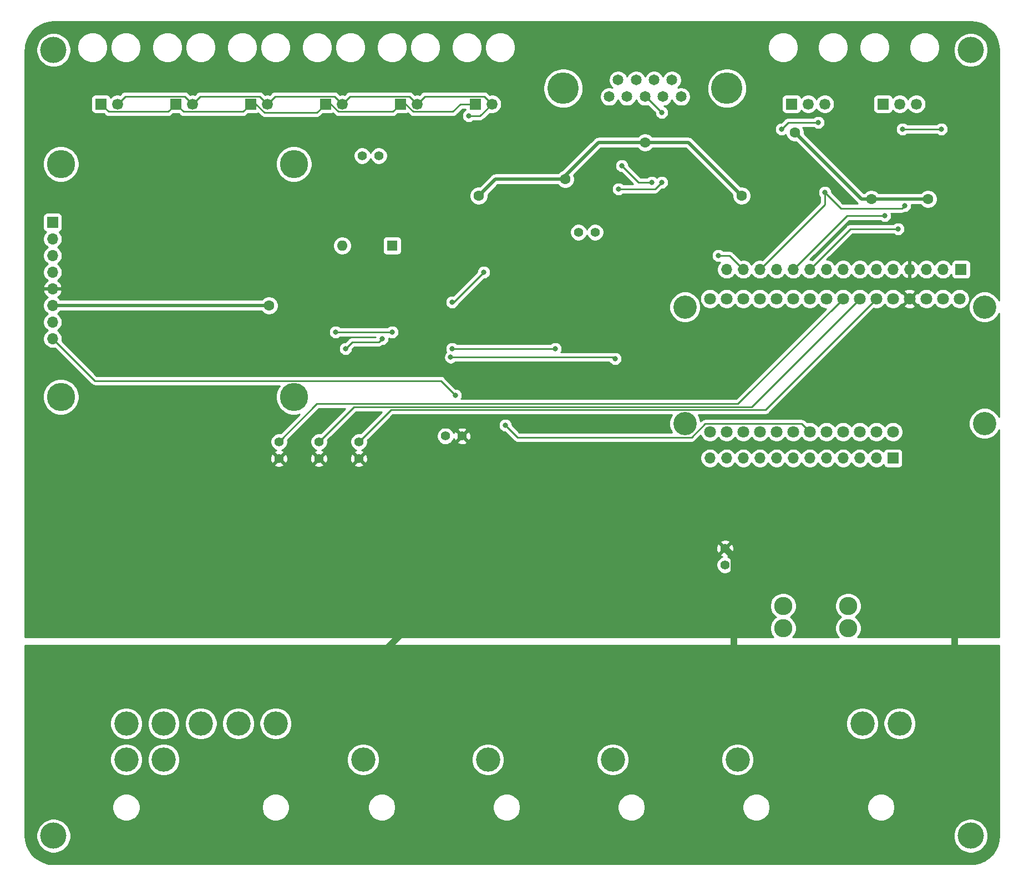
<source format=gbl>
G04 #@! TF.GenerationSoftware,KiCad,Pcbnew,(5.1.9-0-10_14)*
G04 #@! TF.CreationDate,2021-09-08T16:00:18-07:00*
G04 #@! TF.ProjectId,telemetry-pcb,74656c65-6d65-4747-9279-2d7063622e6b,rev?*
G04 #@! TF.SameCoordinates,Original*
G04 #@! TF.FileFunction,Copper,L2,Bot*
G04 #@! TF.FilePolarity,Positive*
%FSLAX46Y46*%
G04 Gerber Fmt 4.6, Leading zero omitted, Abs format (unit mm)*
G04 Created by KiCad (PCBNEW (5.1.9-0-10_14)) date 2021-09-08 16:00:18*
%MOMM*%
%LPD*%
G01*
G04 APERTURE LIST*
G04 #@! TA.AperFunction,ComponentPad*
%ADD10C,1.400000*%
G04 #@! TD*
G04 #@! TA.AperFunction,ComponentPad*
%ADD11O,1.700000X1.700000*%
G04 #@! TD*
G04 #@! TA.AperFunction,ComponentPad*
%ADD12R,1.700000X1.700000*%
G04 #@! TD*
G04 #@! TA.AperFunction,ComponentPad*
%ADD13O,4.300000X4.300000*%
G04 #@! TD*
G04 #@! TA.AperFunction,ComponentPad*
%ADD14C,4.300000*%
G04 #@! TD*
G04 #@! TA.AperFunction,ComponentPad*
%ADD15O,1.600000X1.600000*%
G04 #@! TD*
G04 #@! TA.AperFunction,ComponentPad*
%ADD16R,1.600000X1.600000*%
G04 #@! TD*
G04 #@! TA.AperFunction,ComponentPad*
%ADD17C,1.800000*%
G04 #@! TD*
G04 #@! TA.AperFunction,WasherPad*
%ADD18C,3.556000*%
G04 #@! TD*
G04 #@! TA.AperFunction,ComponentPad*
%ADD19C,1.690000*%
G04 #@! TD*
G04 #@! TA.AperFunction,ComponentPad*
%ADD20R,1.690000X1.690000*%
G04 #@! TD*
G04 #@! TA.AperFunction,ComponentPad*
%ADD21C,4.800000*%
G04 #@! TD*
G04 #@! TA.AperFunction,ComponentPad*
%ADD22C,1.650000*%
G04 #@! TD*
G04 #@! TA.AperFunction,ComponentPad*
%ADD23C,3.700000*%
G04 #@! TD*
G04 #@! TA.AperFunction,ComponentPad*
%ADD24C,4.000000*%
G04 #@! TD*
G04 #@! TA.AperFunction,ComponentPad*
%ADD25C,2.780000*%
G04 #@! TD*
G04 #@! TA.AperFunction,ViaPad*
%ADD26C,1.600000*%
G04 #@! TD*
G04 #@! TA.AperFunction,ViaPad*
%ADD27C,0.800000*%
G04 #@! TD*
G04 #@! TA.AperFunction,Conductor*
%ADD28C,1.000000*%
G04 #@! TD*
G04 #@! TA.AperFunction,Conductor*
%ADD29C,0.500000*%
G04 #@! TD*
G04 #@! TA.AperFunction,Conductor*
%ADD30C,0.250000*%
G04 #@! TD*
G04 #@! TA.AperFunction,Conductor*
%ADD31C,0.254000*%
G04 #@! TD*
G04 #@! TA.AperFunction,Conductor*
%ADD32C,0.100000*%
G04 #@! TD*
G04 APERTURE END LIST*
D10*
X101600000Y-84836000D03*
X101600000Y-87376000D03*
X95504000Y-84836000D03*
X95504000Y-87376000D03*
X89408000Y-84836000D03*
X89408000Y-87376000D03*
D11*
X54864000Y-69088000D03*
X54864000Y-66548000D03*
X54864000Y-64008000D03*
X54864000Y-61468000D03*
X54864000Y-58928000D03*
X54864000Y-56388000D03*
X54864000Y-53848000D03*
D12*
X54864000Y-51308000D03*
D13*
X56134000Y-42418000D03*
D14*
X91694000Y-42418000D03*
D13*
X91694000Y-77978000D03*
X56134000Y-77978000D03*
D11*
X155192607Y-87319463D03*
X157732607Y-87319463D03*
X160272607Y-87319463D03*
X162812607Y-87319463D03*
X165352607Y-87319463D03*
X167892607Y-87319463D03*
X170432607Y-87319463D03*
X172972607Y-87319463D03*
X175512607Y-87319463D03*
X178052607Y-87319463D03*
X180592607Y-87319463D03*
D12*
X183132607Y-87319463D03*
D11*
X157735235Y-58506104D03*
X160275235Y-58506104D03*
X162815235Y-58506104D03*
X165355235Y-58506104D03*
X167895235Y-58506104D03*
X170435235Y-58506104D03*
X172975235Y-58506104D03*
X175515235Y-58506104D03*
X178055235Y-58506104D03*
X180595235Y-58506104D03*
X183135235Y-58506104D03*
X185675235Y-58506104D03*
X188215235Y-58506104D03*
X190755235Y-58506104D03*
D12*
X193513235Y-58506104D03*
D15*
X99060000Y-54864000D03*
D16*
X106680000Y-54864000D03*
D17*
X183134000Y-83312000D03*
X180594000Y-83312000D03*
X178054000Y-83312000D03*
X175514000Y-83312000D03*
X172974000Y-83312000D03*
X170434000Y-83312000D03*
X167894000Y-83312000D03*
X165354000Y-83312000D03*
X162814000Y-83312000D03*
X160274000Y-83312000D03*
X157734000Y-83312000D03*
X155194000Y-83312000D03*
X155194000Y-62992000D03*
X157734000Y-62992000D03*
X160274000Y-62992000D03*
X162814000Y-62992000D03*
X165354000Y-62992000D03*
X167894000Y-62992000D03*
X170434000Y-62992000D03*
X172974000Y-62992000D03*
X175514000Y-62992000D03*
X178054000Y-62992000D03*
X180594000Y-62992000D03*
X183134000Y-62992000D03*
X185674000Y-62992000D03*
X188214000Y-62992000D03*
X190754000Y-62992000D03*
X193294000Y-62992000D03*
D18*
X151384000Y-64262000D03*
X197104000Y-64262000D03*
X151384000Y-82042000D03*
X197104000Y-82042000D03*
D19*
X172720000Y-33245000D03*
X170180000Y-33245000D03*
D20*
X167640000Y-33245000D03*
D19*
X186690000Y-33245000D03*
X184150000Y-33245000D03*
D20*
X181610000Y-33245000D03*
D21*
X132788000Y-30850000D03*
X157788000Y-30850000D03*
D22*
X141178000Y-29580000D03*
X143918000Y-29580000D03*
X146658000Y-29580000D03*
X149398000Y-29580000D03*
X139808000Y-32120000D03*
X142548000Y-32120000D03*
X145288000Y-32120000D03*
X148028000Y-32120000D03*
X150768000Y-32120000D03*
D23*
X159400000Y-133350000D03*
G04 #@! TA.AperFunction,ComponentPad*
G36*
G01*
X166950000Y-131750000D02*
X166950000Y-134950000D01*
G75*
G02*
X166700000Y-135200000I-250000J0D01*
G01*
X163500000Y-135200000D01*
G75*
G02*
X163250000Y-134950000I0J250000D01*
G01*
X163250000Y-131750000D01*
G75*
G02*
X163500000Y-131500000I250000J0D01*
G01*
X166700000Y-131500000D01*
G75*
G02*
X166950000Y-131750000I0J-250000D01*
G01*
G37*
G04 #@! TD.AperFunction*
X140350000Y-133350000D03*
G04 #@! TA.AperFunction,ComponentPad*
G36*
G01*
X147900000Y-131750000D02*
X147900000Y-134950000D01*
G75*
G02*
X147650000Y-135200000I-250000J0D01*
G01*
X144450000Y-135200000D01*
G75*
G02*
X144200000Y-134950000I0J250000D01*
G01*
X144200000Y-131750000D01*
G75*
G02*
X144450000Y-131500000I250000J0D01*
G01*
X147650000Y-131500000D01*
G75*
G02*
X147900000Y-131750000I0J-250000D01*
G01*
G37*
G04 #@! TD.AperFunction*
X121300000Y-133350000D03*
G04 #@! TA.AperFunction,ComponentPad*
G36*
G01*
X128850000Y-131750000D02*
X128850000Y-134950000D01*
G75*
G02*
X128600000Y-135200000I-250000J0D01*
G01*
X125400000Y-135200000D01*
G75*
G02*
X125150000Y-134950000I0J250000D01*
G01*
X125150000Y-131750000D01*
G75*
G02*
X125400000Y-131500000I250000J0D01*
G01*
X128600000Y-131500000D01*
G75*
G02*
X128850000Y-131750000I0J-250000D01*
G01*
G37*
G04 #@! TD.AperFunction*
X102250000Y-133350000D03*
G04 #@! TA.AperFunction,ComponentPad*
G36*
G01*
X109800000Y-131750000D02*
X109800000Y-134950000D01*
G75*
G02*
X109550000Y-135200000I-250000J0D01*
G01*
X106350000Y-135200000D01*
G75*
G02*
X106100000Y-134950000I0J250000D01*
G01*
X106100000Y-131750000D01*
G75*
G02*
X106350000Y-131500000I250000J0D01*
G01*
X109550000Y-131500000D01*
G75*
G02*
X109800000Y-131750000I0J-250000D01*
G01*
G37*
G04 #@! TD.AperFunction*
D19*
X64770000Y-33245000D03*
D20*
X62230000Y-33245000D03*
D19*
X76200000Y-33245000D03*
D20*
X73660000Y-33245000D03*
D19*
X87630000Y-33245000D03*
D20*
X85090000Y-33245000D03*
D19*
X110490000Y-33245000D03*
D20*
X107950000Y-33245000D03*
D19*
X121920000Y-33245000D03*
D20*
X119380000Y-33245000D03*
D19*
X99060000Y-33245000D03*
D20*
X96520000Y-33245000D03*
D24*
X195000000Y-145000000D03*
X195000000Y-25000000D03*
X55000000Y-145000000D03*
X55000000Y-25000000D03*
D23*
X66100000Y-127850000D03*
X71800000Y-127850000D03*
X77500000Y-127850000D03*
X83200000Y-127850000D03*
X88900000Y-127850000D03*
X66100000Y-133350000D03*
X71800000Y-133350000D03*
X77500000Y-133350000D03*
X83200000Y-133350000D03*
G04 #@! TA.AperFunction,ComponentPad*
G36*
G01*
X90750000Y-131750000D02*
X90750000Y-134950000D01*
G75*
G02*
X90500000Y-135200000I-250000J0D01*
G01*
X87300000Y-135200000D01*
G75*
G02*
X87050000Y-134950000I0J250000D01*
G01*
X87050000Y-131750000D01*
G75*
G02*
X87300000Y-131500000I250000J0D01*
G01*
X90500000Y-131500000D01*
G75*
G02*
X90750000Y-131750000I0J-250000D01*
G01*
G37*
G04 #@! TD.AperFunction*
D25*
X166356000Y-109884000D03*
X166356000Y-113284000D03*
X176276000Y-109884000D03*
X176276000Y-113284000D03*
D23*
X178450000Y-127850000D03*
X184150000Y-127850000D03*
X178450000Y-133350000D03*
G04 #@! TA.AperFunction,ComponentPad*
G36*
G01*
X186000000Y-131750000D02*
X186000000Y-134950000D01*
G75*
G02*
X185750000Y-135200000I-250000J0D01*
G01*
X182550000Y-135200000D01*
G75*
G02*
X182300000Y-134950000I0J250000D01*
G01*
X182300000Y-131750000D01*
G75*
G02*
X182550000Y-131500000I250000J0D01*
G01*
X185750000Y-131500000D01*
G75*
G02*
X186000000Y-131750000I0J-250000D01*
G01*
G37*
G04 #@! TD.AperFunction*
D10*
X137668000Y-52832000D03*
X135128000Y-52832000D03*
X104648000Y-41148000D03*
X102108000Y-41148000D03*
X117348000Y-83947000D03*
X114808000Y-83947000D03*
X157480000Y-101092000D03*
X157480000Y-103632000D03*
D26*
X192532000Y-89408000D03*
X117348000Y-86868000D03*
X133096000Y-90424000D03*
X136652000Y-82296000D03*
X188468000Y-47752000D03*
X179832000Y-47752000D03*
X168148000Y-37592000D03*
X160020000Y-47244000D03*
X145288000Y-39116000D03*
X133096000Y-44704000D03*
X119888000Y-47244000D03*
X87884000Y-64008000D03*
D27*
X147828000Y-45212000D03*
X141224000Y-46228000D03*
X141732000Y-42672000D03*
X146308653Y-45216653D03*
X184568000Y-37084000D03*
X190500000Y-37084000D03*
X156464000Y-56388000D03*
X123952000Y-82296000D03*
X183896000Y-52324000D03*
X147828000Y-34544000D03*
X171704000Y-36068000D03*
X166116000Y-37084000D03*
X115824000Y-70612000D03*
X131572000Y-70612000D03*
X115612731Y-71924731D03*
X140716000Y-72136000D03*
X118364000Y-35052000D03*
X106680000Y-68072000D03*
X98044000Y-68072000D03*
X105156000Y-69088000D03*
X99568000Y-70612000D03*
X116332000Y-77724000D03*
X184912000Y-48768000D03*
X172720000Y-46736000D03*
X181864000Y-50292000D03*
X120672000Y-58928000D03*
X115824000Y-63500000D03*
D28*
X158880001Y-127130001D02*
X158880001Y-102492001D01*
X158880001Y-102492001D02*
X157480000Y-101092000D01*
X165100000Y-133350000D02*
X158880001Y-127130001D01*
X184150000Y-133350000D02*
X192532000Y-124968000D01*
X192532000Y-124968000D02*
X192532000Y-89408000D01*
X117348000Y-104902000D02*
X117348000Y-86868000D01*
X88900000Y-133350000D02*
X117348000Y-104902000D01*
D29*
X188468000Y-47752000D02*
X179832000Y-47752000D01*
X178308000Y-47752000D02*
X168148000Y-37592000D01*
X179832000Y-47752000D02*
X178308000Y-47752000D01*
X151892000Y-39116000D02*
X145288000Y-39116000D01*
X160020000Y-47244000D02*
X151892000Y-39116000D01*
X145288000Y-39116000D02*
X138176000Y-39116000D01*
X133096000Y-44196000D02*
X133096000Y-44704000D01*
X138176000Y-39116000D02*
X133096000Y-44196000D01*
X122428000Y-44704000D02*
X119888000Y-47244000D01*
X133096000Y-44704000D02*
X122428000Y-44704000D01*
X87884000Y-64008000D02*
X54864000Y-64008000D01*
D30*
X146812000Y-46228000D02*
X141224000Y-46228000D01*
X147828000Y-45212000D02*
X146812000Y-46228000D01*
X144276653Y-45216653D02*
X146308653Y-45216653D01*
X141732000Y-42672000D02*
X144276653Y-45216653D01*
X184568000Y-37084000D02*
X190500000Y-37084000D01*
X158157131Y-56388000D02*
X160275235Y-58506104D01*
X156464000Y-56388000D02*
X158157131Y-56388000D01*
X125801001Y-84145001D02*
X123952000Y-82296000D01*
X152393441Y-84145001D02*
X125801001Y-84145001D01*
X154451443Y-82086999D02*
X152393441Y-84145001D01*
X169208999Y-82086999D02*
X154451443Y-82086999D01*
X170434000Y-83312000D02*
X169208999Y-82086999D01*
X163647001Y-79938999D02*
X180594000Y-62992000D01*
X106497001Y-79938999D02*
X163647001Y-79938999D01*
X101600000Y-84836000D02*
X106497001Y-79938999D01*
X161557011Y-79488989D02*
X178054000Y-62992000D01*
X100851011Y-79488989D02*
X161557011Y-79488989D01*
X95504000Y-84836000D02*
X100851011Y-79488989D01*
X159467021Y-79038979D02*
X175514000Y-62992000D01*
X95205021Y-79038979D02*
X159467021Y-79038979D01*
X89408000Y-84836000D02*
X95205021Y-79038979D01*
X172975235Y-58506104D02*
X173141896Y-58506104D01*
X176617339Y-52324000D02*
X170435235Y-58506104D01*
X183896000Y-52324000D02*
X176617339Y-52324000D01*
X145404000Y-32120000D02*
X145288000Y-32120000D01*
X147828000Y-34544000D02*
X145404000Y-32120000D01*
X167132000Y-36068000D02*
X166116000Y-37084000D01*
X171704000Y-36068000D02*
X167132000Y-36068000D01*
X115824000Y-70612000D02*
X131572000Y-70612000D01*
X140504731Y-71924731D02*
X140716000Y-72136000D01*
X115612731Y-71924731D02*
X140504731Y-71924731D01*
X120113000Y-35052000D02*
X121920000Y-33245000D01*
X118364000Y-35052000D02*
X120113000Y-35052000D01*
X111660001Y-32074999D02*
X110490000Y-33245000D01*
X120749999Y-32074999D02*
X111660001Y-32074999D01*
X121920000Y-33245000D02*
X120749999Y-32074999D01*
X100230001Y-32074999D02*
X99060000Y-33245000D01*
X109319999Y-32074999D02*
X100230001Y-32074999D01*
X110490000Y-33245000D02*
X109319999Y-32074999D01*
X88800001Y-32074999D02*
X87630000Y-33245000D01*
X97889999Y-32074999D02*
X88800001Y-32074999D01*
X99060000Y-33245000D02*
X97889999Y-32074999D01*
X86459999Y-32074999D02*
X77370001Y-32074999D01*
X77370001Y-32074999D02*
X76200000Y-33245000D01*
X87630000Y-33245000D02*
X86459999Y-32074999D01*
X65940001Y-32074999D02*
X64770000Y-33245000D01*
X75029999Y-32074999D02*
X65940001Y-32074999D01*
X76200000Y-33245000D02*
X75029999Y-32074999D01*
X106680000Y-68072000D02*
X98044000Y-68072000D01*
X72489999Y-34415001D02*
X73660000Y-33245000D01*
X63400001Y-34415001D02*
X72489999Y-34415001D01*
X62230000Y-33245000D02*
X63400001Y-34415001D01*
X83919999Y-34415001D02*
X85090000Y-33245000D01*
X74830001Y-34415001D02*
X83919999Y-34415001D01*
X73660000Y-33245000D02*
X74830001Y-34415001D01*
X95221000Y-34544000D02*
X96520000Y-33245000D01*
X87197398Y-34544000D02*
X95221000Y-34544000D01*
X85898398Y-33245000D02*
X87197398Y-34544000D01*
X85090000Y-33245000D02*
X85898398Y-33245000D01*
X106779999Y-34415001D02*
X107950000Y-33245000D01*
X98498399Y-34415001D02*
X106779999Y-34415001D01*
X97328398Y-33245000D02*
X98498399Y-34415001D01*
X96520000Y-33245000D02*
X97328398Y-33245000D01*
X117123000Y-33245000D02*
X119380000Y-33245000D01*
X115952999Y-34415001D02*
X117123000Y-33245000D01*
X109928399Y-34415001D02*
X115952999Y-34415001D01*
X108758398Y-33245000D02*
X109928399Y-34415001D01*
X107950000Y-33245000D02*
X108758398Y-33245000D01*
X105156000Y-69088000D02*
X104648000Y-69596000D01*
X100584000Y-69596000D02*
X99568000Y-70612000D01*
X104648000Y-69596000D02*
X100584000Y-69596000D01*
X61278999Y-75502999D02*
X54864000Y-69088000D01*
X114110999Y-75502999D02*
X61278999Y-75502999D01*
X116332000Y-77724000D02*
X114110999Y-75502999D01*
X175151999Y-49167999D02*
X172720000Y-46736000D01*
X184512001Y-49167999D02*
X175151999Y-49167999D01*
X184912000Y-48768000D02*
X184512001Y-49167999D01*
X172720000Y-48601339D02*
X162815235Y-58506104D01*
X172720000Y-46736000D02*
X172720000Y-48601339D01*
X176109339Y-50292000D02*
X167895235Y-58506104D01*
X181864000Y-50292000D02*
X176109339Y-50292000D01*
X116100000Y-63500000D02*
X115824000Y-63500000D01*
X120672000Y-58928000D02*
X116100000Y-63500000D01*
D31*
X195763637Y-20755875D02*
X196503140Y-20958180D01*
X197195128Y-21288242D01*
X197817733Y-21735629D01*
X198351268Y-22286195D01*
X198778876Y-22922544D01*
X199087041Y-23624561D01*
X199267283Y-24375320D01*
X199315000Y-25025112D01*
X199315000Y-63294356D01*
X199242372Y-63119016D01*
X198978299Y-62723802D01*
X198642198Y-62387701D01*
X198246984Y-62123628D01*
X197807846Y-61941731D01*
X197341660Y-61849000D01*
X196866340Y-61849000D01*
X196400154Y-61941731D01*
X195961016Y-62123628D01*
X195565802Y-62387701D01*
X195229701Y-62723802D01*
X194965628Y-63119016D01*
X194783731Y-63558154D01*
X194691000Y-64024340D01*
X194691000Y-64499660D01*
X194783731Y-64965846D01*
X194965628Y-65404984D01*
X195229701Y-65800198D01*
X195565802Y-66136299D01*
X195961016Y-66400372D01*
X196400154Y-66582269D01*
X196866340Y-66675000D01*
X197341660Y-66675000D01*
X197807846Y-66582269D01*
X198246984Y-66400372D01*
X198642198Y-66136299D01*
X198978299Y-65800198D01*
X199242372Y-65404984D01*
X199315000Y-65229644D01*
X199315000Y-81074357D01*
X199242372Y-80899016D01*
X198978299Y-80503802D01*
X198642198Y-80167701D01*
X198246984Y-79903628D01*
X197807846Y-79721731D01*
X197341660Y-79629000D01*
X196866340Y-79629000D01*
X196400154Y-79721731D01*
X195961016Y-79903628D01*
X195565802Y-80167701D01*
X195229701Y-80503802D01*
X194965628Y-80899016D01*
X194783731Y-81338154D01*
X194691000Y-81804340D01*
X194691000Y-82279660D01*
X194783731Y-82745846D01*
X194965628Y-83184984D01*
X195229701Y-83580198D01*
X195565802Y-83916299D01*
X195961016Y-84180372D01*
X196400154Y-84362269D01*
X196866340Y-84455000D01*
X197341660Y-84455000D01*
X197807846Y-84362269D01*
X198246984Y-84180372D01*
X198642198Y-83916299D01*
X198978299Y-83580198D01*
X199242372Y-83184984D01*
X199315000Y-83009643D01*
X199315001Y-114681000D01*
X177742782Y-114681000D01*
X177848920Y-114574862D01*
X178070532Y-114243197D01*
X178223180Y-113874671D01*
X178301000Y-113483445D01*
X178301000Y-113084555D01*
X178223180Y-112693329D01*
X178070532Y-112324803D01*
X177848920Y-111993138D01*
X177566862Y-111711080D01*
X177376674Y-111584000D01*
X177566862Y-111456920D01*
X177848920Y-111174862D01*
X178070532Y-110843197D01*
X178223180Y-110474671D01*
X178301000Y-110083445D01*
X178301000Y-109684555D01*
X178223180Y-109293329D01*
X178070532Y-108924803D01*
X177848920Y-108593138D01*
X177566862Y-108311080D01*
X177235197Y-108089468D01*
X176866671Y-107936820D01*
X176475445Y-107859000D01*
X176076555Y-107859000D01*
X175685329Y-107936820D01*
X175316803Y-108089468D01*
X174985138Y-108311080D01*
X174703080Y-108593138D01*
X174481468Y-108924803D01*
X174328820Y-109293329D01*
X174251000Y-109684555D01*
X174251000Y-110083445D01*
X174328820Y-110474671D01*
X174481468Y-110843197D01*
X174703080Y-111174862D01*
X174985138Y-111456920D01*
X175175326Y-111584000D01*
X174985138Y-111711080D01*
X174703080Y-111993138D01*
X174481468Y-112324803D01*
X174328820Y-112693329D01*
X174251000Y-113084555D01*
X174251000Y-113483445D01*
X174328820Y-113874671D01*
X174481468Y-114243197D01*
X174703080Y-114574862D01*
X174809218Y-114681000D01*
X167822782Y-114681000D01*
X167928920Y-114574862D01*
X168150532Y-114243197D01*
X168303180Y-113874671D01*
X168381000Y-113483445D01*
X168381000Y-113084555D01*
X168303180Y-112693329D01*
X168150532Y-112324803D01*
X167928920Y-111993138D01*
X167646862Y-111711080D01*
X167456674Y-111584000D01*
X167646862Y-111456920D01*
X167928920Y-111174862D01*
X168150532Y-110843197D01*
X168303180Y-110474671D01*
X168381000Y-110083445D01*
X168381000Y-109684555D01*
X168303180Y-109293329D01*
X168150532Y-108924803D01*
X167928920Y-108593138D01*
X167646862Y-108311080D01*
X167315197Y-108089468D01*
X166946671Y-107936820D01*
X166555445Y-107859000D01*
X166156555Y-107859000D01*
X165765329Y-107936820D01*
X165396803Y-108089468D01*
X165065138Y-108311080D01*
X164783080Y-108593138D01*
X164561468Y-108924803D01*
X164408820Y-109293329D01*
X164331000Y-109684555D01*
X164331000Y-110083445D01*
X164408820Y-110474671D01*
X164561468Y-110843197D01*
X164783080Y-111174862D01*
X165065138Y-111456920D01*
X165255326Y-111584000D01*
X165065138Y-111711080D01*
X164783080Y-111993138D01*
X164561468Y-112324803D01*
X164408820Y-112693329D01*
X164331000Y-113084555D01*
X164331000Y-113483445D01*
X164408820Y-113874671D01*
X164561468Y-114243197D01*
X164783080Y-114574862D01*
X164889218Y-114681000D01*
X50685000Y-114681000D01*
X50685000Y-103500514D01*
X156145000Y-103500514D01*
X156145000Y-103763486D01*
X156196304Y-104021405D01*
X156296939Y-104264359D01*
X156443038Y-104483013D01*
X156628987Y-104668962D01*
X156847641Y-104815061D01*
X157090595Y-104915696D01*
X157348514Y-104967000D01*
X157611486Y-104967000D01*
X157869405Y-104915696D01*
X158112359Y-104815061D01*
X158331013Y-104668962D01*
X158516962Y-104483013D01*
X158663061Y-104264359D01*
X158763696Y-104021405D01*
X158815000Y-103763486D01*
X158815000Y-103500514D01*
X158763696Y-103242595D01*
X158663061Y-102999641D01*
X158516962Y-102780987D01*
X158331013Y-102595038D01*
X158112359Y-102448939D01*
X157898556Y-102360379D01*
X158061366Y-102300935D01*
X158162203Y-102247037D01*
X158221664Y-102013269D01*
X157480000Y-101271605D01*
X156738336Y-102013269D01*
X156797797Y-102247037D01*
X157036242Y-102357934D01*
X157055827Y-102362706D01*
X156847641Y-102448939D01*
X156628987Y-102595038D01*
X156443038Y-102780987D01*
X156296939Y-102999641D01*
X156196304Y-103242595D01*
X156145000Y-103500514D01*
X50685000Y-103500514D01*
X50685000Y-101166473D01*
X156140610Y-101166473D01*
X156180875Y-101426344D01*
X156271065Y-101673366D01*
X156324963Y-101774203D01*
X156558731Y-101833664D01*
X157300395Y-101092000D01*
X157659605Y-101092000D01*
X158401269Y-101833664D01*
X158635037Y-101774203D01*
X158745934Y-101535758D01*
X158808183Y-101280260D01*
X158819390Y-101017527D01*
X158779125Y-100757656D01*
X158688935Y-100510634D01*
X158635037Y-100409797D01*
X158401269Y-100350336D01*
X157659605Y-101092000D01*
X157300395Y-101092000D01*
X156558731Y-100350336D01*
X156324963Y-100409797D01*
X156214066Y-100648242D01*
X156151817Y-100903740D01*
X156140610Y-101166473D01*
X50685000Y-101166473D01*
X50685000Y-100170731D01*
X156738336Y-100170731D01*
X157480000Y-100912395D01*
X158221664Y-100170731D01*
X158162203Y-99936963D01*
X157923758Y-99826066D01*
X157668260Y-99763817D01*
X157405527Y-99752610D01*
X157145656Y-99792875D01*
X156898634Y-99883065D01*
X156797797Y-99936963D01*
X156738336Y-100170731D01*
X50685000Y-100170731D01*
X50685000Y-88297269D01*
X88666336Y-88297269D01*
X88725797Y-88531037D01*
X88964242Y-88641934D01*
X89219740Y-88704183D01*
X89482473Y-88715390D01*
X89742344Y-88675125D01*
X89989366Y-88584935D01*
X90090203Y-88531037D01*
X90149664Y-88297269D01*
X94762336Y-88297269D01*
X94821797Y-88531037D01*
X95060242Y-88641934D01*
X95315740Y-88704183D01*
X95578473Y-88715390D01*
X95838344Y-88675125D01*
X96085366Y-88584935D01*
X96186203Y-88531037D01*
X96245664Y-88297269D01*
X100858336Y-88297269D01*
X100917797Y-88531037D01*
X101156242Y-88641934D01*
X101411740Y-88704183D01*
X101674473Y-88715390D01*
X101934344Y-88675125D01*
X102181366Y-88584935D01*
X102282203Y-88531037D01*
X102341664Y-88297269D01*
X101600000Y-87555605D01*
X100858336Y-88297269D01*
X96245664Y-88297269D01*
X95504000Y-87555605D01*
X94762336Y-88297269D01*
X90149664Y-88297269D01*
X89408000Y-87555605D01*
X88666336Y-88297269D01*
X50685000Y-88297269D01*
X50685000Y-87450473D01*
X88068610Y-87450473D01*
X88108875Y-87710344D01*
X88199065Y-87957366D01*
X88252963Y-88058203D01*
X88486731Y-88117664D01*
X89228395Y-87376000D01*
X89587605Y-87376000D01*
X90329269Y-88117664D01*
X90563037Y-88058203D01*
X90673934Y-87819758D01*
X90736183Y-87564260D01*
X90741036Y-87450473D01*
X94164610Y-87450473D01*
X94204875Y-87710344D01*
X94295065Y-87957366D01*
X94348963Y-88058203D01*
X94582731Y-88117664D01*
X95324395Y-87376000D01*
X95683605Y-87376000D01*
X96425269Y-88117664D01*
X96659037Y-88058203D01*
X96769934Y-87819758D01*
X96832183Y-87564260D01*
X96837036Y-87450473D01*
X100260610Y-87450473D01*
X100300875Y-87710344D01*
X100391065Y-87957366D01*
X100444963Y-88058203D01*
X100678731Y-88117664D01*
X101420395Y-87376000D01*
X101779605Y-87376000D01*
X102521269Y-88117664D01*
X102755037Y-88058203D01*
X102865934Y-87819758D01*
X102928183Y-87564260D01*
X102939390Y-87301527D01*
X102919508Y-87173203D01*
X153707607Y-87173203D01*
X153707607Y-87465723D01*
X153764675Y-87752621D01*
X153876617Y-88022874D01*
X154039132Y-88266095D01*
X154245975Y-88472938D01*
X154489196Y-88635453D01*
X154759449Y-88747395D01*
X155046347Y-88804463D01*
X155338867Y-88804463D01*
X155625765Y-88747395D01*
X155896018Y-88635453D01*
X156139239Y-88472938D01*
X156346082Y-88266095D01*
X156462607Y-88091703D01*
X156579132Y-88266095D01*
X156785975Y-88472938D01*
X157029196Y-88635453D01*
X157299449Y-88747395D01*
X157586347Y-88804463D01*
X157878867Y-88804463D01*
X158165765Y-88747395D01*
X158436018Y-88635453D01*
X158679239Y-88472938D01*
X158886082Y-88266095D01*
X159002607Y-88091703D01*
X159119132Y-88266095D01*
X159325975Y-88472938D01*
X159569196Y-88635453D01*
X159839449Y-88747395D01*
X160126347Y-88804463D01*
X160418867Y-88804463D01*
X160705765Y-88747395D01*
X160976018Y-88635453D01*
X161219239Y-88472938D01*
X161426082Y-88266095D01*
X161542607Y-88091703D01*
X161659132Y-88266095D01*
X161865975Y-88472938D01*
X162109196Y-88635453D01*
X162379449Y-88747395D01*
X162666347Y-88804463D01*
X162958867Y-88804463D01*
X163245765Y-88747395D01*
X163516018Y-88635453D01*
X163759239Y-88472938D01*
X163966082Y-88266095D01*
X164082607Y-88091703D01*
X164199132Y-88266095D01*
X164405975Y-88472938D01*
X164649196Y-88635453D01*
X164919449Y-88747395D01*
X165206347Y-88804463D01*
X165498867Y-88804463D01*
X165785765Y-88747395D01*
X166056018Y-88635453D01*
X166299239Y-88472938D01*
X166506082Y-88266095D01*
X166622607Y-88091703D01*
X166739132Y-88266095D01*
X166945975Y-88472938D01*
X167189196Y-88635453D01*
X167459449Y-88747395D01*
X167746347Y-88804463D01*
X168038867Y-88804463D01*
X168325765Y-88747395D01*
X168596018Y-88635453D01*
X168839239Y-88472938D01*
X169046082Y-88266095D01*
X169162607Y-88091703D01*
X169279132Y-88266095D01*
X169485975Y-88472938D01*
X169729196Y-88635453D01*
X169999449Y-88747395D01*
X170286347Y-88804463D01*
X170578867Y-88804463D01*
X170865765Y-88747395D01*
X171136018Y-88635453D01*
X171379239Y-88472938D01*
X171586082Y-88266095D01*
X171702607Y-88091703D01*
X171819132Y-88266095D01*
X172025975Y-88472938D01*
X172269196Y-88635453D01*
X172539449Y-88747395D01*
X172826347Y-88804463D01*
X173118867Y-88804463D01*
X173405765Y-88747395D01*
X173676018Y-88635453D01*
X173919239Y-88472938D01*
X174126082Y-88266095D01*
X174242607Y-88091703D01*
X174359132Y-88266095D01*
X174565975Y-88472938D01*
X174809196Y-88635453D01*
X175079449Y-88747395D01*
X175366347Y-88804463D01*
X175658867Y-88804463D01*
X175945765Y-88747395D01*
X176216018Y-88635453D01*
X176459239Y-88472938D01*
X176666082Y-88266095D01*
X176782607Y-88091703D01*
X176899132Y-88266095D01*
X177105975Y-88472938D01*
X177349196Y-88635453D01*
X177619449Y-88747395D01*
X177906347Y-88804463D01*
X178198867Y-88804463D01*
X178485765Y-88747395D01*
X178756018Y-88635453D01*
X178999239Y-88472938D01*
X179206082Y-88266095D01*
X179322607Y-88091703D01*
X179439132Y-88266095D01*
X179645975Y-88472938D01*
X179889196Y-88635453D01*
X180159449Y-88747395D01*
X180446347Y-88804463D01*
X180738867Y-88804463D01*
X181025765Y-88747395D01*
X181296018Y-88635453D01*
X181539239Y-88472938D01*
X181671094Y-88341083D01*
X181693105Y-88413643D01*
X181752070Y-88523957D01*
X181831422Y-88620648D01*
X181928113Y-88700000D01*
X182038427Y-88758965D01*
X182158125Y-88795275D01*
X182282607Y-88807535D01*
X183982607Y-88807535D01*
X184107089Y-88795275D01*
X184226787Y-88758965D01*
X184337101Y-88700000D01*
X184433792Y-88620648D01*
X184513144Y-88523957D01*
X184572109Y-88413643D01*
X184608419Y-88293945D01*
X184620679Y-88169463D01*
X184620679Y-86469463D01*
X184608419Y-86344981D01*
X184572109Y-86225283D01*
X184513144Y-86114969D01*
X184433792Y-86018278D01*
X184337101Y-85938926D01*
X184226787Y-85879961D01*
X184107089Y-85843651D01*
X183982607Y-85831391D01*
X182282607Y-85831391D01*
X182158125Y-85843651D01*
X182038427Y-85879961D01*
X181928113Y-85938926D01*
X181831422Y-86018278D01*
X181752070Y-86114969D01*
X181693105Y-86225283D01*
X181671094Y-86297843D01*
X181539239Y-86165988D01*
X181296018Y-86003473D01*
X181025765Y-85891531D01*
X180738867Y-85834463D01*
X180446347Y-85834463D01*
X180159449Y-85891531D01*
X179889196Y-86003473D01*
X179645975Y-86165988D01*
X179439132Y-86372831D01*
X179322607Y-86547223D01*
X179206082Y-86372831D01*
X178999239Y-86165988D01*
X178756018Y-86003473D01*
X178485765Y-85891531D01*
X178198867Y-85834463D01*
X177906347Y-85834463D01*
X177619449Y-85891531D01*
X177349196Y-86003473D01*
X177105975Y-86165988D01*
X176899132Y-86372831D01*
X176782607Y-86547223D01*
X176666082Y-86372831D01*
X176459239Y-86165988D01*
X176216018Y-86003473D01*
X175945765Y-85891531D01*
X175658867Y-85834463D01*
X175366347Y-85834463D01*
X175079449Y-85891531D01*
X174809196Y-86003473D01*
X174565975Y-86165988D01*
X174359132Y-86372831D01*
X174242607Y-86547223D01*
X174126082Y-86372831D01*
X173919239Y-86165988D01*
X173676018Y-86003473D01*
X173405765Y-85891531D01*
X173118867Y-85834463D01*
X172826347Y-85834463D01*
X172539449Y-85891531D01*
X172269196Y-86003473D01*
X172025975Y-86165988D01*
X171819132Y-86372831D01*
X171702607Y-86547223D01*
X171586082Y-86372831D01*
X171379239Y-86165988D01*
X171136018Y-86003473D01*
X170865765Y-85891531D01*
X170578867Y-85834463D01*
X170286347Y-85834463D01*
X169999449Y-85891531D01*
X169729196Y-86003473D01*
X169485975Y-86165988D01*
X169279132Y-86372831D01*
X169162607Y-86547223D01*
X169046082Y-86372831D01*
X168839239Y-86165988D01*
X168596018Y-86003473D01*
X168325765Y-85891531D01*
X168038867Y-85834463D01*
X167746347Y-85834463D01*
X167459449Y-85891531D01*
X167189196Y-86003473D01*
X166945975Y-86165988D01*
X166739132Y-86372831D01*
X166622607Y-86547223D01*
X166506082Y-86372831D01*
X166299239Y-86165988D01*
X166056018Y-86003473D01*
X165785765Y-85891531D01*
X165498867Y-85834463D01*
X165206347Y-85834463D01*
X164919449Y-85891531D01*
X164649196Y-86003473D01*
X164405975Y-86165988D01*
X164199132Y-86372831D01*
X164082607Y-86547223D01*
X163966082Y-86372831D01*
X163759239Y-86165988D01*
X163516018Y-86003473D01*
X163245765Y-85891531D01*
X162958867Y-85834463D01*
X162666347Y-85834463D01*
X162379449Y-85891531D01*
X162109196Y-86003473D01*
X161865975Y-86165988D01*
X161659132Y-86372831D01*
X161542607Y-86547223D01*
X161426082Y-86372831D01*
X161219239Y-86165988D01*
X160976018Y-86003473D01*
X160705765Y-85891531D01*
X160418867Y-85834463D01*
X160126347Y-85834463D01*
X159839449Y-85891531D01*
X159569196Y-86003473D01*
X159325975Y-86165988D01*
X159119132Y-86372831D01*
X159002607Y-86547223D01*
X158886082Y-86372831D01*
X158679239Y-86165988D01*
X158436018Y-86003473D01*
X158165765Y-85891531D01*
X157878867Y-85834463D01*
X157586347Y-85834463D01*
X157299449Y-85891531D01*
X157029196Y-86003473D01*
X156785975Y-86165988D01*
X156579132Y-86372831D01*
X156462607Y-86547223D01*
X156346082Y-86372831D01*
X156139239Y-86165988D01*
X155896018Y-86003473D01*
X155625765Y-85891531D01*
X155338867Y-85834463D01*
X155046347Y-85834463D01*
X154759449Y-85891531D01*
X154489196Y-86003473D01*
X154245975Y-86165988D01*
X154039132Y-86372831D01*
X153876617Y-86616052D01*
X153764675Y-86886305D01*
X153707607Y-87173203D01*
X102919508Y-87173203D01*
X102899125Y-87041656D01*
X102808935Y-86794634D01*
X102755037Y-86693797D01*
X102521269Y-86634336D01*
X101779605Y-87376000D01*
X101420395Y-87376000D01*
X100678731Y-86634336D01*
X100444963Y-86693797D01*
X100334066Y-86932242D01*
X100271817Y-87187740D01*
X100260610Y-87450473D01*
X96837036Y-87450473D01*
X96843390Y-87301527D01*
X96803125Y-87041656D01*
X96712935Y-86794634D01*
X96659037Y-86693797D01*
X96425269Y-86634336D01*
X95683605Y-87376000D01*
X95324395Y-87376000D01*
X94582731Y-86634336D01*
X94348963Y-86693797D01*
X94238066Y-86932242D01*
X94175817Y-87187740D01*
X94164610Y-87450473D01*
X90741036Y-87450473D01*
X90747390Y-87301527D01*
X90707125Y-87041656D01*
X90616935Y-86794634D01*
X90563037Y-86693797D01*
X90329269Y-86634336D01*
X89587605Y-87376000D01*
X89228395Y-87376000D01*
X88486731Y-86634336D01*
X88252963Y-86693797D01*
X88142066Y-86932242D01*
X88079817Y-87187740D01*
X88068610Y-87450473D01*
X50685000Y-87450473D01*
X50685000Y-77703701D01*
X53349000Y-77703701D01*
X53349000Y-78252299D01*
X53456026Y-78790354D01*
X53665965Y-79297192D01*
X53970750Y-79753334D01*
X54358666Y-80141250D01*
X54814808Y-80446035D01*
X55321646Y-80655974D01*
X55859701Y-80763000D01*
X56408299Y-80763000D01*
X56946354Y-80655974D01*
X57453192Y-80446035D01*
X57909334Y-80141250D01*
X58297250Y-79753334D01*
X58602035Y-79297192D01*
X58811974Y-78790354D01*
X58919000Y-78252299D01*
X58919000Y-77703701D01*
X58811974Y-77165646D01*
X58602035Y-76658808D01*
X58297250Y-76202666D01*
X57909334Y-75814750D01*
X57453192Y-75509965D01*
X56946354Y-75300026D01*
X56408299Y-75193000D01*
X55859701Y-75193000D01*
X55321646Y-75300026D01*
X54814808Y-75509965D01*
X54358666Y-75814750D01*
X53970750Y-76202666D01*
X53665965Y-76658808D01*
X53456026Y-77165646D01*
X53349000Y-77703701D01*
X50685000Y-77703701D01*
X50685000Y-63861740D01*
X53379000Y-63861740D01*
X53379000Y-64154260D01*
X53436068Y-64441158D01*
X53548010Y-64711411D01*
X53710525Y-64954632D01*
X53917368Y-65161475D01*
X54091760Y-65278000D01*
X53917368Y-65394525D01*
X53710525Y-65601368D01*
X53548010Y-65844589D01*
X53436068Y-66114842D01*
X53379000Y-66401740D01*
X53379000Y-66694260D01*
X53436068Y-66981158D01*
X53548010Y-67251411D01*
X53710525Y-67494632D01*
X53917368Y-67701475D01*
X54091760Y-67818000D01*
X53917368Y-67934525D01*
X53710525Y-68141368D01*
X53548010Y-68384589D01*
X53436068Y-68654842D01*
X53379000Y-68941740D01*
X53379000Y-69234260D01*
X53436068Y-69521158D01*
X53548010Y-69791411D01*
X53710525Y-70034632D01*
X53917368Y-70241475D01*
X54160589Y-70403990D01*
X54430842Y-70515932D01*
X54717740Y-70573000D01*
X55010260Y-70573000D01*
X55230408Y-70529209D01*
X60715199Y-76014001D01*
X60738998Y-76043000D01*
X60767996Y-76066798D01*
X60854723Y-76137973D01*
X60986752Y-76208545D01*
X61130013Y-76252002D01*
X61278999Y-76266676D01*
X61316332Y-76262999D01*
X89490437Y-76262999D01*
X89225965Y-76658808D01*
X89016026Y-77165646D01*
X88909000Y-77703701D01*
X88909000Y-78252299D01*
X89016026Y-78790354D01*
X89225965Y-79297192D01*
X89530750Y-79753334D01*
X89918666Y-80141250D01*
X90374808Y-80446035D01*
X90881646Y-80655974D01*
X91419701Y-80763000D01*
X91968299Y-80763000D01*
X92506354Y-80655974D01*
X92518082Y-80651116D01*
X89646844Y-83522355D01*
X89539486Y-83501000D01*
X89276514Y-83501000D01*
X89018595Y-83552304D01*
X88775641Y-83652939D01*
X88556987Y-83799038D01*
X88371038Y-83984987D01*
X88224939Y-84203641D01*
X88124304Y-84446595D01*
X88073000Y-84704514D01*
X88073000Y-84967486D01*
X88124304Y-85225405D01*
X88224939Y-85468359D01*
X88371038Y-85687013D01*
X88556987Y-85872962D01*
X88775641Y-86019061D01*
X88989444Y-86107621D01*
X88826634Y-86167065D01*
X88725797Y-86220963D01*
X88666336Y-86454731D01*
X89408000Y-87196395D01*
X90149664Y-86454731D01*
X90090203Y-86220963D01*
X89851758Y-86110066D01*
X89832173Y-86105294D01*
X90040359Y-86019061D01*
X90259013Y-85872962D01*
X90444962Y-85687013D01*
X90591061Y-85468359D01*
X90691696Y-85225405D01*
X90743000Y-84967486D01*
X90743000Y-84704514D01*
X90721645Y-84597156D01*
X95519823Y-79798979D01*
X99466218Y-79798979D01*
X95742844Y-83522355D01*
X95635486Y-83501000D01*
X95372514Y-83501000D01*
X95114595Y-83552304D01*
X94871641Y-83652939D01*
X94652987Y-83799038D01*
X94467038Y-83984987D01*
X94320939Y-84203641D01*
X94220304Y-84446595D01*
X94169000Y-84704514D01*
X94169000Y-84967486D01*
X94220304Y-85225405D01*
X94320939Y-85468359D01*
X94467038Y-85687013D01*
X94652987Y-85872962D01*
X94871641Y-86019061D01*
X95085444Y-86107621D01*
X94922634Y-86167065D01*
X94821797Y-86220963D01*
X94762336Y-86454731D01*
X95504000Y-87196395D01*
X96245664Y-86454731D01*
X96186203Y-86220963D01*
X95947758Y-86110066D01*
X95928173Y-86105294D01*
X96136359Y-86019061D01*
X96355013Y-85872962D01*
X96540962Y-85687013D01*
X96687061Y-85468359D01*
X96787696Y-85225405D01*
X96839000Y-84967486D01*
X96839000Y-84704514D01*
X96817645Y-84597156D01*
X101165814Y-80248989D01*
X105112209Y-80248989D01*
X101838844Y-83522355D01*
X101731486Y-83501000D01*
X101468514Y-83501000D01*
X101210595Y-83552304D01*
X100967641Y-83652939D01*
X100748987Y-83799038D01*
X100563038Y-83984987D01*
X100416939Y-84203641D01*
X100316304Y-84446595D01*
X100265000Y-84704514D01*
X100265000Y-84967486D01*
X100316304Y-85225405D01*
X100416939Y-85468359D01*
X100563038Y-85687013D01*
X100748987Y-85872962D01*
X100967641Y-86019061D01*
X101181444Y-86107621D01*
X101018634Y-86167065D01*
X100917797Y-86220963D01*
X100858336Y-86454731D01*
X101600000Y-87196395D01*
X102341664Y-86454731D01*
X102282203Y-86220963D01*
X102043758Y-86110066D01*
X102024173Y-86105294D01*
X102232359Y-86019061D01*
X102451013Y-85872962D01*
X102636962Y-85687013D01*
X102783061Y-85468359D01*
X102883696Y-85225405D01*
X102935000Y-84967486D01*
X102935000Y-84704514D01*
X102913645Y-84597156D01*
X103695287Y-83815514D01*
X113473000Y-83815514D01*
X113473000Y-84078486D01*
X113524304Y-84336405D01*
X113624939Y-84579359D01*
X113771038Y-84798013D01*
X113956987Y-84983962D01*
X114175641Y-85130061D01*
X114418595Y-85230696D01*
X114676514Y-85282000D01*
X114939486Y-85282000D01*
X115197405Y-85230696D01*
X115440359Y-85130061D01*
X115659013Y-84983962D01*
X115774706Y-84868269D01*
X116606336Y-84868269D01*
X116665797Y-85102037D01*
X116904242Y-85212934D01*
X117159740Y-85275183D01*
X117422473Y-85286390D01*
X117682344Y-85246125D01*
X117929366Y-85155935D01*
X118030203Y-85102037D01*
X118089664Y-84868269D01*
X117348000Y-84126605D01*
X116606336Y-84868269D01*
X115774706Y-84868269D01*
X115844962Y-84798013D01*
X115991061Y-84579359D01*
X116079621Y-84365556D01*
X116139065Y-84528366D01*
X116192963Y-84629203D01*
X116426731Y-84688664D01*
X117168395Y-83947000D01*
X117527605Y-83947000D01*
X118269269Y-84688664D01*
X118503037Y-84629203D01*
X118613934Y-84390758D01*
X118676183Y-84135260D01*
X118687390Y-83872527D01*
X118647125Y-83612656D01*
X118556935Y-83365634D01*
X118503037Y-83264797D01*
X118269269Y-83205336D01*
X117527605Y-83947000D01*
X117168395Y-83947000D01*
X116426731Y-83205336D01*
X116192963Y-83264797D01*
X116082066Y-83503242D01*
X116077294Y-83522827D01*
X115991061Y-83314641D01*
X115844962Y-83095987D01*
X115774706Y-83025731D01*
X116606336Y-83025731D01*
X117348000Y-83767395D01*
X118089664Y-83025731D01*
X118030203Y-82791963D01*
X117791758Y-82681066D01*
X117536260Y-82618817D01*
X117273527Y-82607610D01*
X117013656Y-82647875D01*
X116766634Y-82738065D01*
X116665797Y-82791963D01*
X116606336Y-83025731D01*
X115774706Y-83025731D01*
X115659013Y-82910038D01*
X115440359Y-82763939D01*
X115197405Y-82663304D01*
X114939486Y-82612000D01*
X114676514Y-82612000D01*
X114418595Y-82663304D01*
X114175641Y-82763939D01*
X113956987Y-82910038D01*
X113771038Y-83095987D01*
X113624939Y-83314641D01*
X113524304Y-83557595D01*
X113473000Y-83815514D01*
X103695287Y-83815514D01*
X106811803Y-80698999D01*
X149379275Y-80698999D01*
X149245628Y-80899016D01*
X149063731Y-81338154D01*
X148971000Y-81804340D01*
X148971000Y-82279660D01*
X149063731Y-82745846D01*
X149245628Y-83184984D01*
X149379275Y-83385001D01*
X126115803Y-83385001D01*
X124987000Y-82256199D01*
X124987000Y-82194061D01*
X124947226Y-81994102D01*
X124869205Y-81805744D01*
X124755937Y-81636226D01*
X124611774Y-81492063D01*
X124442256Y-81378795D01*
X124253898Y-81300774D01*
X124053939Y-81261000D01*
X123850061Y-81261000D01*
X123650102Y-81300774D01*
X123461744Y-81378795D01*
X123292226Y-81492063D01*
X123148063Y-81636226D01*
X123034795Y-81805744D01*
X122956774Y-81994102D01*
X122917000Y-82194061D01*
X122917000Y-82397939D01*
X122956774Y-82597898D01*
X123034795Y-82786256D01*
X123148063Y-82955774D01*
X123292226Y-83099937D01*
X123461744Y-83213205D01*
X123650102Y-83291226D01*
X123850061Y-83331000D01*
X123912199Y-83331000D01*
X125237202Y-84656004D01*
X125261000Y-84685002D01*
X125376725Y-84779975D01*
X125508754Y-84850547D01*
X125652015Y-84894004D01*
X125763668Y-84905001D01*
X125763677Y-84905001D01*
X125801000Y-84908677D01*
X125838323Y-84905001D01*
X152356119Y-84905001D01*
X152393441Y-84908677D01*
X152430763Y-84905001D01*
X152430774Y-84905001D01*
X152542427Y-84894004D01*
X152685688Y-84850547D01*
X152817717Y-84779975D01*
X152933442Y-84685002D01*
X152957245Y-84655998D01*
X153757680Y-83855564D01*
X153833701Y-84039095D01*
X154001688Y-84290505D01*
X154215495Y-84504312D01*
X154466905Y-84672299D01*
X154746257Y-84788011D01*
X155042816Y-84847000D01*
X155345184Y-84847000D01*
X155641743Y-84788011D01*
X155921095Y-84672299D01*
X156172505Y-84504312D01*
X156386312Y-84290505D01*
X156464000Y-84174237D01*
X156541688Y-84290505D01*
X156755495Y-84504312D01*
X157006905Y-84672299D01*
X157286257Y-84788011D01*
X157582816Y-84847000D01*
X157885184Y-84847000D01*
X158181743Y-84788011D01*
X158461095Y-84672299D01*
X158712505Y-84504312D01*
X158926312Y-84290505D01*
X159004000Y-84174237D01*
X159081688Y-84290505D01*
X159295495Y-84504312D01*
X159546905Y-84672299D01*
X159826257Y-84788011D01*
X160122816Y-84847000D01*
X160425184Y-84847000D01*
X160721743Y-84788011D01*
X161001095Y-84672299D01*
X161252505Y-84504312D01*
X161466312Y-84290505D01*
X161544000Y-84174237D01*
X161621688Y-84290505D01*
X161835495Y-84504312D01*
X162086905Y-84672299D01*
X162366257Y-84788011D01*
X162662816Y-84847000D01*
X162965184Y-84847000D01*
X163261743Y-84788011D01*
X163541095Y-84672299D01*
X163792505Y-84504312D01*
X164006312Y-84290505D01*
X164084000Y-84174237D01*
X164161688Y-84290505D01*
X164375495Y-84504312D01*
X164626905Y-84672299D01*
X164906257Y-84788011D01*
X165202816Y-84847000D01*
X165505184Y-84847000D01*
X165801743Y-84788011D01*
X166081095Y-84672299D01*
X166332505Y-84504312D01*
X166546312Y-84290505D01*
X166624000Y-84174237D01*
X166701688Y-84290505D01*
X166915495Y-84504312D01*
X167166905Y-84672299D01*
X167446257Y-84788011D01*
X167742816Y-84847000D01*
X168045184Y-84847000D01*
X168341743Y-84788011D01*
X168621095Y-84672299D01*
X168872505Y-84504312D01*
X169086312Y-84290505D01*
X169164000Y-84174237D01*
X169241688Y-84290505D01*
X169455495Y-84504312D01*
X169706905Y-84672299D01*
X169986257Y-84788011D01*
X170282816Y-84847000D01*
X170585184Y-84847000D01*
X170881743Y-84788011D01*
X171161095Y-84672299D01*
X171412505Y-84504312D01*
X171626312Y-84290505D01*
X171704000Y-84174237D01*
X171781688Y-84290505D01*
X171995495Y-84504312D01*
X172246905Y-84672299D01*
X172526257Y-84788011D01*
X172822816Y-84847000D01*
X173125184Y-84847000D01*
X173421743Y-84788011D01*
X173701095Y-84672299D01*
X173952505Y-84504312D01*
X174166312Y-84290505D01*
X174244000Y-84174237D01*
X174321688Y-84290505D01*
X174535495Y-84504312D01*
X174786905Y-84672299D01*
X175066257Y-84788011D01*
X175362816Y-84847000D01*
X175665184Y-84847000D01*
X175961743Y-84788011D01*
X176241095Y-84672299D01*
X176492505Y-84504312D01*
X176706312Y-84290505D01*
X176784000Y-84174237D01*
X176861688Y-84290505D01*
X177075495Y-84504312D01*
X177326905Y-84672299D01*
X177606257Y-84788011D01*
X177902816Y-84847000D01*
X178205184Y-84847000D01*
X178501743Y-84788011D01*
X178781095Y-84672299D01*
X179032505Y-84504312D01*
X179246312Y-84290505D01*
X179324000Y-84174237D01*
X179401688Y-84290505D01*
X179615495Y-84504312D01*
X179866905Y-84672299D01*
X180146257Y-84788011D01*
X180442816Y-84847000D01*
X180745184Y-84847000D01*
X181041743Y-84788011D01*
X181321095Y-84672299D01*
X181572505Y-84504312D01*
X181786312Y-84290505D01*
X181864000Y-84174237D01*
X181941688Y-84290505D01*
X182155495Y-84504312D01*
X182406905Y-84672299D01*
X182686257Y-84788011D01*
X182982816Y-84847000D01*
X183285184Y-84847000D01*
X183581743Y-84788011D01*
X183861095Y-84672299D01*
X184112505Y-84504312D01*
X184326312Y-84290505D01*
X184494299Y-84039095D01*
X184610011Y-83759743D01*
X184669000Y-83463184D01*
X184669000Y-83160816D01*
X184610011Y-82864257D01*
X184494299Y-82584905D01*
X184326312Y-82333495D01*
X184112505Y-82119688D01*
X183861095Y-81951701D01*
X183581743Y-81835989D01*
X183285184Y-81777000D01*
X182982816Y-81777000D01*
X182686257Y-81835989D01*
X182406905Y-81951701D01*
X182155495Y-82119688D01*
X181941688Y-82333495D01*
X181864000Y-82449763D01*
X181786312Y-82333495D01*
X181572505Y-82119688D01*
X181321095Y-81951701D01*
X181041743Y-81835989D01*
X180745184Y-81777000D01*
X180442816Y-81777000D01*
X180146257Y-81835989D01*
X179866905Y-81951701D01*
X179615495Y-82119688D01*
X179401688Y-82333495D01*
X179324000Y-82449763D01*
X179246312Y-82333495D01*
X179032505Y-82119688D01*
X178781095Y-81951701D01*
X178501743Y-81835989D01*
X178205184Y-81777000D01*
X177902816Y-81777000D01*
X177606257Y-81835989D01*
X177326905Y-81951701D01*
X177075495Y-82119688D01*
X176861688Y-82333495D01*
X176784000Y-82449763D01*
X176706312Y-82333495D01*
X176492505Y-82119688D01*
X176241095Y-81951701D01*
X175961743Y-81835989D01*
X175665184Y-81777000D01*
X175362816Y-81777000D01*
X175066257Y-81835989D01*
X174786905Y-81951701D01*
X174535495Y-82119688D01*
X174321688Y-82333495D01*
X174244000Y-82449763D01*
X174166312Y-82333495D01*
X173952505Y-82119688D01*
X173701095Y-81951701D01*
X173421743Y-81835989D01*
X173125184Y-81777000D01*
X172822816Y-81777000D01*
X172526257Y-81835989D01*
X172246905Y-81951701D01*
X171995495Y-82119688D01*
X171781688Y-82333495D01*
X171704000Y-82449763D01*
X171626312Y-82333495D01*
X171412505Y-82119688D01*
X171161095Y-81951701D01*
X170881743Y-81835989D01*
X170585184Y-81777000D01*
X170282816Y-81777000D01*
X170025070Y-81828269D01*
X169772803Y-81576002D01*
X169749000Y-81546998D01*
X169633275Y-81452025D01*
X169501246Y-81381453D01*
X169357985Y-81337996D01*
X169246332Y-81326999D01*
X169246321Y-81326999D01*
X169208999Y-81323323D01*
X169171677Y-81326999D01*
X154488765Y-81326999D01*
X154451442Y-81323323D01*
X154414119Y-81326999D01*
X154414110Y-81326999D01*
X154302457Y-81337996D01*
X154159196Y-81381453D01*
X154027167Y-81452025D01*
X153911442Y-81546998D01*
X153887644Y-81575996D01*
X153774154Y-81689486D01*
X153704269Y-81338154D01*
X153522372Y-80899016D01*
X153388725Y-80698999D01*
X163609679Y-80698999D01*
X163647001Y-80702675D01*
X163684323Y-80698999D01*
X163684334Y-80698999D01*
X163795987Y-80688002D01*
X163939248Y-80644545D01*
X164071277Y-80573973D01*
X164187002Y-80479000D01*
X164210805Y-80449996D01*
X180185070Y-64475731D01*
X180442816Y-64527000D01*
X180745184Y-64527000D01*
X181041743Y-64468011D01*
X181321095Y-64352299D01*
X181572505Y-64184312D01*
X181786312Y-63970505D01*
X181864000Y-63854237D01*
X181941688Y-63970505D01*
X182155495Y-64184312D01*
X182406905Y-64352299D01*
X182686257Y-64468011D01*
X182982816Y-64527000D01*
X183285184Y-64527000D01*
X183581743Y-64468011D01*
X183861095Y-64352299D01*
X184112505Y-64184312D01*
X184240737Y-64056080D01*
X184789525Y-64056080D01*
X184873208Y-64310261D01*
X185145775Y-64441158D01*
X185438642Y-64516365D01*
X185740553Y-64532991D01*
X186039907Y-64490397D01*
X186325199Y-64390222D01*
X186474792Y-64310261D01*
X186558475Y-64056080D01*
X185674000Y-63171605D01*
X184789525Y-64056080D01*
X184240737Y-64056080D01*
X184326312Y-63970505D01*
X184428951Y-63816895D01*
X184609920Y-63876475D01*
X185494395Y-62992000D01*
X185853605Y-62992000D01*
X186738080Y-63876475D01*
X186919049Y-63816895D01*
X187021688Y-63970505D01*
X187235495Y-64184312D01*
X187486905Y-64352299D01*
X187766257Y-64468011D01*
X188062816Y-64527000D01*
X188365184Y-64527000D01*
X188661743Y-64468011D01*
X188941095Y-64352299D01*
X189192505Y-64184312D01*
X189406312Y-63970505D01*
X189484000Y-63854237D01*
X189561688Y-63970505D01*
X189775495Y-64184312D01*
X190026905Y-64352299D01*
X190306257Y-64468011D01*
X190602816Y-64527000D01*
X190905184Y-64527000D01*
X191201743Y-64468011D01*
X191481095Y-64352299D01*
X191732505Y-64184312D01*
X191946312Y-63970505D01*
X192024000Y-63854237D01*
X192101688Y-63970505D01*
X192315495Y-64184312D01*
X192566905Y-64352299D01*
X192846257Y-64468011D01*
X193142816Y-64527000D01*
X193445184Y-64527000D01*
X193741743Y-64468011D01*
X194021095Y-64352299D01*
X194272505Y-64184312D01*
X194486312Y-63970505D01*
X194654299Y-63719095D01*
X194770011Y-63439743D01*
X194829000Y-63143184D01*
X194829000Y-62840816D01*
X194770011Y-62544257D01*
X194654299Y-62264905D01*
X194486312Y-62013495D01*
X194272505Y-61799688D01*
X194021095Y-61631701D01*
X193741743Y-61515989D01*
X193445184Y-61457000D01*
X193142816Y-61457000D01*
X192846257Y-61515989D01*
X192566905Y-61631701D01*
X192315495Y-61799688D01*
X192101688Y-62013495D01*
X192024000Y-62129763D01*
X191946312Y-62013495D01*
X191732505Y-61799688D01*
X191481095Y-61631701D01*
X191201743Y-61515989D01*
X190905184Y-61457000D01*
X190602816Y-61457000D01*
X190306257Y-61515989D01*
X190026905Y-61631701D01*
X189775495Y-61799688D01*
X189561688Y-62013495D01*
X189484000Y-62129763D01*
X189406312Y-62013495D01*
X189192505Y-61799688D01*
X188941095Y-61631701D01*
X188661743Y-61515989D01*
X188365184Y-61457000D01*
X188062816Y-61457000D01*
X187766257Y-61515989D01*
X187486905Y-61631701D01*
X187235495Y-61799688D01*
X187021688Y-62013495D01*
X186919049Y-62167105D01*
X186738080Y-62107525D01*
X185853605Y-62992000D01*
X185494395Y-62992000D01*
X184609920Y-62107525D01*
X184428951Y-62167105D01*
X184326312Y-62013495D01*
X184240737Y-61927920D01*
X184789525Y-61927920D01*
X185674000Y-62812395D01*
X186558475Y-61927920D01*
X186474792Y-61673739D01*
X186202225Y-61542842D01*
X185909358Y-61467635D01*
X185607447Y-61451009D01*
X185308093Y-61493603D01*
X185022801Y-61593778D01*
X184873208Y-61673739D01*
X184789525Y-61927920D01*
X184240737Y-61927920D01*
X184112505Y-61799688D01*
X183861095Y-61631701D01*
X183581743Y-61515989D01*
X183285184Y-61457000D01*
X182982816Y-61457000D01*
X182686257Y-61515989D01*
X182406905Y-61631701D01*
X182155495Y-61799688D01*
X181941688Y-62013495D01*
X181864000Y-62129763D01*
X181786312Y-62013495D01*
X181572505Y-61799688D01*
X181321095Y-61631701D01*
X181041743Y-61515989D01*
X180745184Y-61457000D01*
X180442816Y-61457000D01*
X180146257Y-61515989D01*
X179866905Y-61631701D01*
X179615495Y-61799688D01*
X179401688Y-62013495D01*
X179324000Y-62129763D01*
X179246312Y-62013495D01*
X179032505Y-61799688D01*
X178781095Y-61631701D01*
X178501743Y-61515989D01*
X178205184Y-61457000D01*
X177902816Y-61457000D01*
X177606257Y-61515989D01*
X177326905Y-61631701D01*
X177075495Y-61799688D01*
X176861688Y-62013495D01*
X176784000Y-62129763D01*
X176706312Y-62013495D01*
X176492505Y-61799688D01*
X176241095Y-61631701D01*
X175961743Y-61515989D01*
X175665184Y-61457000D01*
X175362816Y-61457000D01*
X175066257Y-61515989D01*
X174786905Y-61631701D01*
X174535495Y-61799688D01*
X174321688Y-62013495D01*
X174244000Y-62129763D01*
X174166312Y-62013495D01*
X173952505Y-61799688D01*
X173701095Y-61631701D01*
X173421743Y-61515989D01*
X173125184Y-61457000D01*
X172822816Y-61457000D01*
X172526257Y-61515989D01*
X172246905Y-61631701D01*
X171995495Y-61799688D01*
X171781688Y-62013495D01*
X171704000Y-62129763D01*
X171626312Y-62013495D01*
X171412505Y-61799688D01*
X171161095Y-61631701D01*
X170881743Y-61515989D01*
X170585184Y-61457000D01*
X170282816Y-61457000D01*
X169986257Y-61515989D01*
X169706905Y-61631701D01*
X169455495Y-61799688D01*
X169241688Y-62013495D01*
X169164000Y-62129763D01*
X169086312Y-62013495D01*
X168872505Y-61799688D01*
X168621095Y-61631701D01*
X168341743Y-61515989D01*
X168045184Y-61457000D01*
X167742816Y-61457000D01*
X167446257Y-61515989D01*
X167166905Y-61631701D01*
X166915495Y-61799688D01*
X166701688Y-62013495D01*
X166624000Y-62129763D01*
X166546312Y-62013495D01*
X166332505Y-61799688D01*
X166081095Y-61631701D01*
X165801743Y-61515989D01*
X165505184Y-61457000D01*
X165202816Y-61457000D01*
X164906257Y-61515989D01*
X164626905Y-61631701D01*
X164375495Y-61799688D01*
X164161688Y-62013495D01*
X164084000Y-62129763D01*
X164006312Y-62013495D01*
X163792505Y-61799688D01*
X163541095Y-61631701D01*
X163261743Y-61515989D01*
X162965184Y-61457000D01*
X162662816Y-61457000D01*
X162366257Y-61515989D01*
X162086905Y-61631701D01*
X161835495Y-61799688D01*
X161621688Y-62013495D01*
X161544000Y-62129763D01*
X161466312Y-62013495D01*
X161252505Y-61799688D01*
X161001095Y-61631701D01*
X160721743Y-61515989D01*
X160425184Y-61457000D01*
X160122816Y-61457000D01*
X159826257Y-61515989D01*
X159546905Y-61631701D01*
X159295495Y-61799688D01*
X159081688Y-62013495D01*
X159004000Y-62129763D01*
X158926312Y-62013495D01*
X158712505Y-61799688D01*
X158461095Y-61631701D01*
X158181743Y-61515989D01*
X157885184Y-61457000D01*
X157582816Y-61457000D01*
X157286257Y-61515989D01*
X157006905Y-61631701D01*
X156755495Y-61799688D01*
X156541688Y-62013495D01*
X156464000Y-62129763D01*
X156386312Y-62013495D01*
X156172505Y-61799688D01*
X155921095Y-61631701D01*
X155641743Y-61515989D01*
X155345184Y-61457000D01*
X155042816Y-61457000D01*
X154746257Y-61515989D01*
X154466905Y-61631701D01*
X154215495Y-61799688D01*
X154001688Y-62013495D01*
X153833701Y-62264905D01*
X153717989Y-62544257D01*
X153659000Y-62840816D01*
X153659000Y-63143184D01*
X153717989Y-63439743D01*
X153833701Y-63719095D01*
X154001688Y-63970505D01*
X154215495Y-64184312D01*
X154466905Y-64352299D01*
X154746257Y-64468011D01*
X155042816Y-64527000D01*
X155345184Y-64527000D01*
X155641743Y-64468011D01*
X155921095Y-64352299D01*
X156172505Y-64184312D01*
X156386312Y-63970505D01*
X156464000Y-63854237D01*
X156541688Y-63970505D01*
X156755495Y-64184312D01*
X157006905Y-64352299D01*
X157286257Y-64468011D01*
X157582816Y-64527000D01*
X157885184Y-64527000D01*
X158181743Y-64468011D01*
X158461095Y-64352299D01*
X158712505Y-64184312D01*
X158926312Y-63970505D01*
X159004000Y-63854237D01*
X159081688Y-63970505D01*
X159295495Y-64184312D01*
X159546905Y-64352299D01*
X159826257Y-64468011D01*
X160122816Y-64527000D01*
X160425184Y-64527000D01*
X160721743Y-64468011D01*
X161001095Y-64352299D01*
X161252505Y-64184312D01*
X161466312Y-63970505D01*
X161544000Y-63854237D01*
X161621688Y-63970505D01*
X161835495Y-64184312D01*
X162086905Y-64352299D01*
X162366257Y-64468011D01*
X162662816Y-64527000D01*
X162965184Y-64527000D01*
X163261743Y-64468011D01*
X163541095Y-64352299D01*
X163792505Y-64184312D01*
X164006312Y-63970505D01*
X164084000Y-63854237D01*
X164161688Y-63970505D01*
X164375495Y-64184312D01*
X164626905Y-64352299D01*
X164906257Y-64468011D01*
X165202816Y-64527000D01*
X165505184Y-64527000D01*
X165801743Y-64468011D01*
X166081095Y-64352299D01*
X166332505Y-64184312D01*
X166546312Y-63970505D01*
X166624000Y-63854237D01*
X166701688Y-63970505D01*
X166915495Y-64184312D01*
X167166905Y-64352299D01*
X167446257Y-64468011D01*
X167742816Y-64527000D01*
X168045184Y-64527000D01*
X168341743Y-64468011D01*
X168621095Y-64352299D01*
X168872505Y-64184312D01*
X169086312Y-63970505D01*
X169164000Y-63854237D01*
X169241688Y-63970505D01*
X169455495Y-64184312D01*
X169706905Y-64352299D01*
X169986257Y-64468011D01*
X170282816Y-64527000D01*
X170585184Y-64527000D01*
X170881743Y-64468011D01*
X171161095Y-64352299D01*
X171412505Y-64184312D01*
X171626312Y-63970505D01*
X171704000Y-63854237D01*
X171781688Y-63970505D01*
X171995495Y-64184312D01*
X172246905Y-64352299D01*
X172526257Y-64468011D01*
X172822816Y-64527000D01*
X172904198Y-64527000D01*
X159152220Y-78278979D01*
X117205959Y-78278979D01*
X117249205Y-78214256D01*
X117327226Y-78025898D01*
X117367000Y-77825939D01*
X117367000Y-77622061D01*
X117327226Y-77422102D01*
X117249205Y-77233744D01*
X117135937Y-77064226D01*
X116991774Y-76920063D01*
X116822256Y-76806795D01*
X116633898Y-76728774D01*
X116433939Y-76689000D01*
X116371802Y-76689000D01*
X114674803Y-74992002D01*
X114651000Y-74962998D01*
X114535275Y-74868025D01*
X114403246Y-74797453D01*
X114259985Y-74753996D01*
X114148332Y-74742999D01*
X114148321Y-74742999D01*
X114110999Y-74739323D01*
X114073677Y-74742999D01*
X61593801Y-74742999D01*
X58673594Y-71822792D01*
X114577731Y-71822792D01*
X114577731Y-72026670D01*
X114617505Y-72226629D01*
X114695526Y-72414987D01*
X114808794Y-72584505D01*
X114952957Y-72728668D01*
X115122475Y-72841936D01*
X115310833Y-72919957D01*
X115510792Y-72959731D01*
X115714670Y-72959731D01*
X115914629Y-72919957D01*
X116102987Y-72841936D01*
X116272505Y-72728668D01*
X116316442Y-72684731D01*
X139837867Y-72684731D01*
X139912063Y-72795774D01*
X140056226Y-72939937D01*
X140225744Y-73053205D01*
X140414102Y-73131226D01*
X140614061Y-73171000D01*
X140817939Y-73171000D01*
X141017898Y-73131226D01*
X141206256Y-73053205D01*
X141375774Y-72939937D01*
X141519937Y-72795774D01*
X141633205Y-72626256D01*
X141711226Y-72437898D01*
X141751000Y-72237939D01*
X141751000Y-72034061D01*
X141711226Y-71834102D01*
X141633205Y-71645744D01*
X141519937Y-71476226D01*
X141375774Y-71332063D01*
X141206256Y-71218795D01*
X141017898Y-71140774D01*
X140817939Y-71101000D01*
X140614061Y-71101000D01*
X140414102Y-71140774D01*
X140356265Y-71164731D01*
X132447461Y-71164731D01*
X132489205Y-71102256D01*
X132567226Y-70913898D01*
X132607000Y-70713939D01*
X132607000Y-70510061D01*
X132567226Y-70310102D01*
X132489205Y-70121744D01*
X132375937Y-69952226D01*
X132231774Y-69808063D01*
X132062256Y-69694795D01*
X131873898Y-69616774D01*
X131673939Y-69577000D01*
X131470061Y-69577000D01*
X131270102Y-69616774D01*
X131081744Y-69694795D01*
X130912226Y-69808063D01*
X130868289Y-69852000D01*
X116527711Y-69852000D01*
X116483774Y-69808063D01*
X116314256Y-69694795D01*
X116125898Y-69616774D01*
X115925939Y-69577000D01*
X115722061Y-69577000D01*
X115522102Y-69616774D01*
X115333744Y-69694795D01*
X115164226Y-69808063D01*
X115020063Y-69952226D01*
X114906795Y-70121744D01*
X114828774Y-70310102D01*
X114789000Y-70510061D01*
X114789000Y-70713939D01*
X114828774Y-70913898D01*
X114906795Y-71102256D01*
X114932710Y-71141041D01*
X114808794Y-71264957D01*
X114695526Y-71434475D01*
X114617505Y-71622833D01*
X114577731Y-71822792D01*
X58673594Y-71822792D01*
X56305209Y-69454408D01*
X56349000Y-69234260D01*
X56349000Y-68941740D01*
X56291932Y-68654842D01*
X56179990Y-68384589D01*
X56017475Y-68141368D01*
X55846168Y-67970061D01*
X97009000Y-67970061D01*
X97009000Y-68173939D01*
X97048774Y-68373898D01*
X97126795Y-68562256D01*
X97240063Y-68731774D01*
X97384226Y-68875937D01*
X97553744Y-68989205D01*
X97742102Y-69067226D01*
X97942061Y-69107000D01*
X98145939Y-69107000D01*
X98345898Y-69067226D01*
X98534256Y-68989205D01*
X98703774Y-68875937D01*
X98747711Y-68832000D01*
X104151644Y-68832000D01*
X104150849Y-68836000D01*
X100621322Y-68836000D01*
X100584000Y-68832324D01*
X100546677Y-68836000D01*
X100546667Y-68836000D01*
X100435014Y-68846997D01*
X100291753Y-68890454D01*
X100159723Y-68961026D01*
X100076083Y-69029668D01*
X100043999Y-69055999D01*
X100020201Y-69084997D01*
X99528199Y-69577000D01*
X99466061Y-69577000D01*
X99266102Y-69616774D01*
X99077744Y-69694795D01*
X98908226Y-69808063D01*
X98764063Y-69952226D01*
X98650795Y-70121744D01*
X98572774Y-70310102D01*
X98533000Y-70510061D01*
X98533000Y-70713939D01*
X98572774Y-70913898D01*
X98650795Y-71102256D01*
X98764063Y-71271774D01*
X98908226Y-71415937D01*
X99077744Y-71529205D01*
X99266102Y-71607226D01*
X99466061Y-71647000D01*
X99669939Y-71647000D01*
X99869898Y-71607226D01*
X100058256Y-71529205D01*
X100227774Y-71415937D01*
X100371937Y-71271774D01*
X100485205Y-71102256D01*
X100563226Y-70913898D01*
X100603000Y-70713939D01*
X100603000Y-70651801D01*
X100898802Y-70356000D01*
X104610678Y-70356000D01*
X104648000Y-70359676D01*
X104685322Y-70356000D01*
X104685333Y-70356000D01*
X104796986Y-70345003D01*
X104940247Y-70301546D01*
X105072276Y-70230974D01*
X105188001Y-70136001D01*
X105198671Y-70123000D01*
X105257939Y-70123000D01*
X105457898Y-70083226D01*
X105646256Y-70005205D01*
X105815774Y-69891937D01*
X105959937Y-69747774D01*
X106073205Y-69578256D01*
X106151226Y-69389898D01*
X106191000Y-69189939D01*
X106191000Y-68989725D01*
X106378102Y-69067226D01*
X106578061Y-69107000D01*
X106781939Y-69107000D01*
X106981898Y-69067226D01*
X107170256Y-68989205D01*
X107339774Y-68875937D01*
X107483937Y-68731774D01*
X107597205Y-68562256D01*
X107675226Y-68373898D01*
X107715000Y-68173939D01*
X107715000Y-67970061D01*
X107675226Y-67770102D01*
X107597205Y-67581744D01*
X107483937Y-67412226D01*
X107339774Y-67268063D01*
X107170256Y-67154795D01*
X106981898Y-67076774D01*
X106781939Y-67037000D01*
X106578061Y-67037000D01*
X106378102Y-67076774D01*
X106189744Y-67154795D01*
X106020226Y-67268063D01*
X105976289Y-67312000D01*
X98747711Y-67312000D01*
X98703774Y-67268063D01*
X98534256Y-67154795D01*
X98345898Y-67076774D01*
X98145939Y-67037000D01*
X97942061Y-67037000D01*
X97742102Y-67076774D01*
X97553744Y-67154795D01*
X97384226Y-67268063D01*
X97240063Y-67412226D01*
X97126795Y-67581744D01*
X97048774Y-67770102D01*
X97009000Y-67970061D01*
X55846168Y-67970061D01*
X55810632Y-67934525D01*
X55636240Y-67818000D01*
X55810632Y-67701475D01*
X56017475Y-67494632D01*
X56179990Y-67251411D01*
X56291932Y-66981158D01*
X56349000Y-66694260D01*
X56349000Y-66401740D01*
X56291932Y-66114842D01*
X56179990Y-65844589D01*
X56017475Y-65601368D01*
X55810632Y-65394525D01*
X55636240Y-65278000D01*
X55810632Y-65161475D01*
X56017475Y-64954632D01*
X56058656Y-64893000D01*
X86749479Y-64893000D01*
X86769363Y-64922759D01*
X86969241Y-65122637D01*
X87204273Y-65279680D01*
X87465426Y-65387853D01*
X87742665Y-65443000D01*
X88025335Y-65443000D01*
X88302574Y-65387853D01*
X88563727Y-65279680D01*
X88798759Y-65122637D01*
X88998637Y-64922759D01*
X89155680Y-64687727D01*
X89263853Y-64426574D01*
X89319000Y-64149335D01*
X89319000Y-63866665D01*
X89263853Y-63589426D01*
X89184588Y-63398061D01*
X114789000Y-63398061D01*
X114789000Y-63601939D01*
X114828774Y-63801898D01*
X114906795Y-63990256D01*
X115020063Y-64159774D01*
X115164226Y-64303937D01*
X115333744Y-64417205D01*
X115522102Y-64495226D01*
X115722061Y-64535000D01*
X115925939Y-64535000D01*
X116125898Y-64495226D01*
X116314256Y-64417205D01*
X116483774Y-64303937D01*
X116627937Y-64159774D01*
X116718430Y-64024340D01*
X148971000Y-64024340D01*
X148971000Y-64499660D01*
X149063731Y-64965846D01*
X149245628Y-65404984D01*
X149509701Y-65800198D01*
X149845802Y-66136299D01*
X150241016Y-66400372D01*
X150680154Y-66582269D01*
X151146340Y-66675000D01*
X151621660Y-66675000D01*
X152087846Y-66582269D01*
X152526984Y-66400372D01*
X152922198Y-66136299D01*
X153258299Y-65800198D01*
X153522372Y-65404984D01*
X153704269Y-64965846D01*
X153797000Y-64499660D01*
X153797000Y-64024340D01*
X153704269Y-63558154D01*
X153522372Y-63119016D01*
X153258299Y-62723802D01*
X152922198Y-62387701D01*
X152526984Y-62123628D01*
X152087846Y-61941731D01*
X151621660Y-61849000D01*
X151146340Y-61849000D01*
X150680154Y-61941731D01*
X150241016Y-62123628D01*
X149845802Y-62387701D01*
X149509701Y-62723802D01*
X149245628Y-63119016D01*
X149063731Y-63558154D01*
X148971000Y-64024340D01*
X116718430Y-64024340D01*
X116741205Y-63990256D01*
X116781270Y-63893531D01*
X120711803Y-59963000D01*
X120773939Y-59963000D01*
X120973898Y-59923226D01*
X121162256Y-59845205D01*
X121331774Y-59731937D01*
X121475937Y-59587774D01*
X121589205Y-59418256D01*
X121667226Y-59229898D01*
X121707000Y-59029939D01*
X121707000Y-58826061D01*
X121667226Y-58626102D01*
X121589205Y-58437744D01*
X121475937Y-58268226D01*
X121331774Y-58124063D01*
X121162256Y-58010795D01*
X120973898Y-57932774D01*
X120773939Y-57893000D01*
X120570061Y-57893000D01*
X120370102Y-57932774D01*
X120181744Y-58010795D01*
X120012226Y-58124063D01*
X119868063Y-58268226D01*
X119754795Y-58437744D01*
X119676774Y-58626102D01*
X119637000Y-58826061D01*
X119637000Y-58888197D01*
X116037924Y-62487275D01*
X115925939Y-62465000D01*
X115722061Y-62465000D01*
X115522102Y-62504774D01*
X115333744Y-62582795D01*
X115164226Y-62696063D01*
X115020063Y-62840226D01*
X114906795Y-63009744D01*
X114828774Y-63198102D01*
X114789000Y-63398061D01*
X89184588Y-63398061D01*
X89155680Y-63328273D01*
X88998637Y-63093241D01*
X88798759Y-62893363D01*
X88563727Y-62736320D01*
X88302574Y-62628147D01*
X88025335Y-62573000D01*
X87742665Y-62573000D01*
X87465426Y-62628147D01*
X87204273Y-62736320D01*
X86969241Y-62893363D01*
X86769363Y-63093241D01*
X86749479Y-63123000D01*
X56058656Y-63123000D01*
X56017475Y-63061368D01*
X55810632Y-62854525D01*
X55628466Y-62732805D01*
X55745355Y-62663178D01*
X55961588Y-62468269D01*
X56135641Y-62234920D01*
X56260825Y-61972099D01*
X56305476Y-61824890D01*
X56184155Y-61595000D01*
X54991000Y-61595000D01*
X54991000Y-61615000D01*
X54737000Y-61615000D01*
X54737000Y-61595000D01*
X53543845Y-61595000D01*
X53422524Y-61824890D01*
X53467175Y-61972099D01*
X53592359Y-62234920D01*
X53766412Y-62468269D01*
X53982645Y-62663178D01*
X54099534Y-62732805D01*
X53917368Y-62854525D01*
X53710525Y-63061368D01*
X53548010Y-63304589D01*
X53436068Y-63574842D01*
X53379000Y-63861740D01*
X50685000Y-63861740D01*
X50685000Y-50458000D01*
X53375928Y-50458000D01*
X53375928Y-52158000D01*
X53388188Y-52282482D01*
X53424498Y-52402180D01*
X53483463Y-52512494D01*
X53562815Y-52609185D01*
X53659506Y-52688537D01*
X53769820Y-52747502D01*
X53842380Y-52769513D01*
X53710525Y-52901368D01*
X53548010Y-53144589D01*
X53436068Y-53414842D01*
X53379000Y-53701740D01*
X53379000Y-53994260D01*
X53436068Y-54281158D01*
X53548010Y-54551411D01*
X53710525Y-54794632D01*
X53917368Y-55001475D01*
X54091760Y-55118000D01*
X53917368Y-55234525D01*
X53710525Y-55441368D01*
X53548010Y-55684589D01*
X53436068Y-55954842D01*
X53379000Y-56241740D01*
X53379000Y-56534260D01*
X53436068Y-56821158D01*
X53548010Y-57091411D01*
X53710525Y-57334632D01*
X53917368Y-57541475D01*
X54091760Y-57658000D01*
X53917368Y-57774525D01*
X53710525Y-57981368D01*
X53548010Y-58224589D01*
X53436068Y-58494842D01*
X53379000Y-58781740D01*
X53379000Y-59074260D01*
X53436068Y-59361158D01*
X53548010Y-59631411D01*
X53710525Y-59874632D01*
X53917368Y-60081475D01*
X54099534Y-60203195D01*
X53982645Y-60272822D01*
X53766412Y-60467731D01*
X53592359Y-60701080D01*
X53467175Y-60963901D01*
X53422524Y-61111110D01*
X53543845Y-61341000D01*
X54737000Y-61341000D01*
X54737000Y-61321000D01*
X54991000Y-61321000D01*
X54991000Y-61341000D01*
X56184155Y-61341000D01*
X56305476Y-61111110D01*
X56260825Y-60963901D01*
X56135641Y-60701080D01*
X55961588Y-60467731D01*
X55745355Y-60272822D01*
X55628466Y-60203195D01*
X55810632Y-60081475D01*
X56017475Y-59874632D01*
X56179990Y-59631411D01*
X56291932Y-59361158D01*
X56349000Y-59074260D01*
X56349000Y-58781740D01*
X56291932Y-58494842D01*
X56179990Y-58224589D01*
X56017475Y-57981368D01*
X55810632Y-57774525D01*
X55636240Y-57658000D01*
X55810632Y-57541475D01*
X56017475Y-57334632D01*
X56179990Y-57091411D01*
X56291932Y-56821158D01*
X56349000Y-56534260D01*
X56349000Y-56241740D01*
X56291932Y-55954842D01*
X56179990Y-55684589D01*
X56017475Y-55441368D01*
X55810632Y-55234525D01*
X55636240Y-55118000D01*
X55810632Y-55001475D01*
X56017475Y-54794632D01*
X56065561Y-54722665D01*
X97625000Y-54722665D01*
X97625000Y-55005335D01*
X97680147Y-55282574D01*
X97788320Y-55543727D01*
X97945363Y-55778759D01*
X98145241Y-55978637D01*
X98380273Y-56135680D01*
X98641426Y-56243853D01*
X98918665Y-56299000D01*
X99201335Y-56299000D01*
X99478574Y-56243853D01*
X99739727Y-56135680D01*
X99974759Y-55978637D01*
X100174637Y-55778759D01*
X100331680Y-55543727D01*
X100439853Y-55282574D01*
X100495000Y-55005335D01*
X100495000Y-54722665D01*
X100439853Y-54445426D01*
X100331680Y-54184273D01*
X100251317Y-54064000D01*
X105241928Y-54064000D01*
X105241928Y-55664000D01*
X105254188Y-55788482D01*
X105290498Y-55908180D01*
X105349463Y-56018494D01*
X105428815Y-56115185D01*
X105525506Y-56194537D01*
X105635820Y-56253502D01*
X105755518Y-56289812D01*
X105880000Y-56302072D01*
X107480000Y-56302072D01*
X107604482Y-56289812D01*
X107616847Y-56286061D01*
X155429000Y-56286061D01*
X155429000Y-56489939D01*
X155468774Y-56689898D01*
X155546795Y-56878256D01*
X155660063Y-57047774D01*
X155804226Y-57191937D01*
X155973744Y-57305205D01*
X156162102Y-57383226D01*
X156362061Y-57423000D01*
X156565939Y-57423000D01*
X156756046Y-57385186D01*
X156581760Y-57559472D01*
X156419245Y-57802693D01*
X156307303Y-58072946D01*
X156250235Y-58359844D01*
X156250235Y-58652364D01*
X156307303Y-58939262D01*
X156419245Y-59209515D01*
X156581760Y-59452736D01*
X156788603Y-59659579D01*
X157031824Y-59822094D01*
X157302077Y-59934036D01*
X157588975Y-59991104D01*
X157881495Y-59991104D01*
X158168393Y-59934036D01*
X158438646Y-59822094D01*
X158681867Y-59659579D01*
X158888710Y-59452736D01*
X159005235Y-59278344D01*
X159121760Y-59452736D01*
X159328603Y-59659579D01*
X159571824Y-59822094D01*
X159842077Y-59934036D01*
X160128975Y-59991104D01*
X160421495Y-59991104D01*
X160708393Y-59934036D01*
X160978646Y-59822094D01*
X161221867Y-59659579D01*
X161428710Y-59452736D01*
X161545235Y-59278344D01*
X161661760Y-59452736D01*
X161868603Y-59659579D01*
X162111824Y-59822094D01*
X162382077Y-59934036D01*
X162668975Y-59991104D01*
X162961495Y-59991104D01*
X163248393Y-59934036D01*
X163518646Y-59822094D01*
X163761867Y-59659579D01*
X163968710Y-59452736D01*
X164085235Y-59278344D01*
X164201760Y-59452736D01*
X164408603Y-59659579D01*
X164651824Y-59822094D01*
X164922077Y-59934036D01*
X165208975Y-59991104D01*
X165501495Y-59991104D01*
X165788393Y-59934036D01*
X166058646Y-59822094D01*
X166301867Y-59659579D01*
X166508710Y-59452736D01*
X166625235Y-59278344D01*
X166741760Y-59452736D01*
X166948603Y-59659579D01*
X167191824Y-59822094D01*
X167462077Y-59934036D01*
X167748975Y-59991104D01*
X168041495Y-59991104D01*
X168328393Y-59934036D01*
X168598646Y-59822094D01*
X168841867Y-59659579D01*
X169048710Y-59452736D01*
X169165235Y-59278344D01*
X169281760Y-59452736D01*
X169488603Y-59659579D01*
X169731824Y-59822094D01*
X170002077Y-59934036D01*
X170288975Y-59991104D01*
X170581495Y-59991104D01*
X170868393Y-59934036D01*
X171138646Y-59822094D01*
X171381867Y-59659579D01*
X171588710Y-59452736D01*
X171705235Y-59278344D01*
X171821760Y-59452736D01*
X172028603Y-59659579D01*
X172271824Y-59822094D01*
X172542077Y-59934036D01*
X172828975Y-59991104D01*
X173121495Y-59991104D01*
X173408393Y-59934036D01*
X173678646Y-59822094D01*
X173921867Y-59659579D01*
X174128710Y-59452736D01*
X174245235Y-59278344D01*
X174361760Y-59452736D01*
X174568603Y-59659579D01*
X174811824Y-59822094D01*
X175082077Y-59934036D01*
X175368975Y-59991104D01*
X175661495Y-59991104D01*
X175948393Y-59934036D01*
X176218646Y-59822094D01*
X176461867Y-59659579D01*
X176668710Y-59452736D01*
X176785235Y-59278344D01*
X176901760Y-59452736D01*
X177108603Y-59659579D01*
X177351824Y-59822094D01*
X177622077Y-59934036D01*
X177908975Y-59991104D01*
X178201495Y-59991104D01*
X178488393Y-59934036D01*
X178758646Y-59822094D01*
X179001867Y-59659579D01*
X179208710Y-59452736D01*
X179325235Y-59278344D01*
X179441760Y-59452736D01*
X179648603Y-59659579D01*
X179891824Y-59822094D01*
X180162077Y-59934036D01*
X180448975Y-59991104D01*
X180741495Y-59991104D01*
X181028393Y-59934036D01*
X181298646Y-59822094D01*
X181541867Y-59659579D01*
X181748710Y-59452736D01*
X181865235Y-59278344D01*
X181981760Y-59452736D01*
X182188603Y-59659579D01*
X182431824Y-59822094D01*
X182702077Y-59934036D01*
X182988975Y-59991104D01*
X183281495Y-59991104D01*
X183568393Y-59934036D01*
X183838646Y-59822094D01*
X184081867Y-59659579D01*
X184288710Y-59452736D01*
X184410430Y-59270570D01*
X184480057Y-59387459D01*
X184674966Y-59603692D01*
X184908315Y-59777745D01*
X185171136Y-59902929D01*
X185318345Y-59947580D01*
X185548235Y-59826259D01*
X185548235Y-58633104D01*
X185528235Y-58633104D01*
X185528235Y-58379104D01*
X185548235Y-58379104D01*
X185548235Y-57185949D01*
X185802235Y-57185949D01*
X185802235Y-58379104D01*
X185822235Y-58379104D01*
X185822235Y-58633104D01*
X185802235Y-58633104D01*
X185802235Y-59826259D01*
X186032125Y-59947580D01*
X186179334Y-59902929D01*
X186442155Y-59777745D01*
X186675504Y-59603692D01*
X186870413Y-59387459D01*
X186940040Y-59270570D01*
X187061760Y-59452736D01*
X187268603Y-59659579D01*
X187511824Y-59822094D01*
X187782077Y-59934036D01*
X188068975Y-59991104D01*
X188361495Y-59991104D01*
X188648393Y-59934036D01*
X188918646Y-59822094D01*
X189161867Y-59659579D01*
X189368710Y-59452736D01*
X189485235Y-59278344D01*
X189601760Y-59452736D01*
X189808603Y-59659579D01*
X190051824Y-59822094D01*
X190322077Y-59934036D01*
X190608975Y-59991104D01*
X190901495Y-59991104D01*
X191188393Y-59934036D01*
X191458646Y-59822094D01*
X191701867Y-59659579D01*
X191908710Y-59452736D01*
X192025163Y-59278452D01*
X192025163Y-59356104D01*
X192037423Y-59480586D01*
X192073733Y-59600284D01*
X192132698Y-59710598D01*
X192212050Y-59807289D01*
X192308741Y-59886641D01*
X192419055Y-59945606D01*
X192538753Y-59981916D01*
X192663235Y-59994176D01*
X194363235Y-59994176D01*
X194487717Y-59981916D01*
X194607415Y-59945606D01*
X194717729Y-59886641D01*
X194814420Y-59807289D01*
X194893772Y-59710598D01*
X194952737Y-59600284D01*
X194989047Y-59480586D01*
X195001307Y-59356104D01*
X195001307Y-57656104D01*
X194989047Y-57531622D01*
X194952737Y-57411924D01*
X194893772Y-57301610D01*
X194814420Y-57204919D01*
X194717729Y-57125567D01*
X194607415Y-57066602D01*
X194487717Y-57030292D01*
X194363235Y-57018032D01*
X192663235Y-57018032D01*
X192538753Y-57030292D01*
X192419055Y-57066602D01*
X192308741Y-57125567D01*
X192212050Y-57204919D01*
X192132698Y-57301610D01*
X192073733Y-57411924D01*
X192037423Y-57531622D01*
X192025163Y-57656104D01*
X192025163Y-57733756D01*
X191908710Y-57559472D01*
X191701867Y-57352629D01*
X191458646Y-57190114D01*
X191188393Y-57078172D01*
X190901495Y-57021104D01*
X190608975Y-57021104D01*
X190322077Y-57078172D01*
X190051824Y-57190114D01*
X189808603Y-57352629D01*
X189601760Y-57559472D01*
X189485235Y-57733864D01*
X189368710Y-57559472D01*
X189161867Y-57352629D01*
X188918646Y-57190114D01*
X188648393Y-57078172D01*
X188361495Y-57021104D01*
X188068975Y-57021104D01*
X187782077Y-57078172D01*
X187511824Y-57190114D01*
X187268603Y-57352629D01*
X187061760Y-57559472D01*
X186940040Y-57741638D01*
X186870413Y-57624749D01*
X186675504Y-57408516D01*
X186442155Y-57234463D01*
X186179334Y-57109279D01*
X186032125Y-57064628D01*
X185802235Y-57185949D01*
X185548235Y-57185949D01*
X185318345Y-57064628D01*
X185171136Y-57109279D01*
X184908315Y-57234463D01*
X184674966Y-57408516D01*
X184480057Y-57624749D01*
X184410430Y-57741638D01*
X184288710Y-57559472D01*
X184081867Y-57352629D01*
X183838646Y-57190114D01*
X183568393Y-57078172D01*
X183281495Y-57021104D01*
X182988975Y-57021104D01*
X182702077Y-57078172D01*
X182431824Y-57190114D01*
X182188603Y-57352629D01*
X181981760Y-57559472D01*
X181865235Y-57733864D01*
X181748710Y-57559472D01*
X181541867Y-57352629D01*
X181298646Y-57190114D01*
X181028393Y-57078172D01*
X180741495Y-57021104D01*
X180448975Y-57021104D01*
X180162077Y-57078172D01*
X179891824Y-57190114D01*
X179648603Y-57352629D01*
X179441760Y-57559472D01*
X179325235Y-57733864D01*
X179208710Y-57559472D01*
X179001867Y-57352629D01*
X178758646Y-57190114D01*
X178488393Y-57078172D01*
X178201495Y-57021104D01*
X177908975Y-57021104D01*
X177622077Y-57078172D01*
X177351824Y-57190114D01*
X177108603Y-57352629D01*
X176901760Y-57559472D01*
X176785235Y-57733864D01*
X176668710Y-57559472D01*
X176461867Y-57352629D01*
X176218646Y-57190114D01*
X175948393Y-57078172D01*
X175661495Y-57021104D01*
X175368975Y-57021104D01*
X175082077Y-57078172D01*
X174811824Y-57190114D01*
X174568603Y-57352629D01*
X174361760Y-57559472D01*
X174245235Y-57733864D01*
X174128710Y-57559472D01*
X173921867Y-57352629D01*
X173678646Y-57190114D01*
X173408393Y-57078172D01*
X173121495Y-57021104D01*
X172995036Y-57021104D01*
X176932141Y-53084000D01*
X183192289Y-53084000D01*
X183236226Y-53127937D01*
X183405744Y-53241205D01*
X183594102Y-53319226D01*
X183794061Y-53359000D01*
X183997939Y-53359000D01*
X184197898Y-53319226D01*
X184386256Y-53241205D01*
X184555774Y-53127937D01*
X184699937Y-52983774D01*
X184813205Y-52814256D01*
X184891226Y-52625898D01*
X184931000Y-52425939D01*
X184931000Y-52222061D01*
X184891226Y-52022102D01*
X184813205Y-51833744D01*
X184699937Y-51664226D01*
X184555774Y-51520063D01*
X184386256Y-51406795D01*
X184197898Y-51328774D01*
X183997939Y-51289000D01*
X183794061Y-51289000D01*
X183594102Y-51328774D01*
X183405744Y-51406795D01*
X183236226Y-51520063D01*
X183192289Y-51564000D01*
X176654661Y-51564000D01*
X176617338Y-51560324D01*
X176580015Y-51564000D01*
X176580006Y-51564000D01*
X176468353Y-51574997D01*
X176325092Y-51618454D01*
X176193063Y-51689026D01*
X176077338Y-51783999D01*
X176053540Y-51812997D01*
X170801643Y-57064895D01*
X170581495Y-57021104D01*
X170455036Y-57021104D01*
X176424141Y-51052000D01*
X181160289Y-51052000D01*
X181204226Y-51095937D01*
X181373744Y-51209205D01*
X181562102Y-51287226D01*
X181762061Y-51327000D01*
X181965939Y-51327000D01*
X182165898Y-51287226D01*
X182354256Y-51209205D01*
X182523774Y-51095937D01*
X182667937Y-50951774D01*
X182781205Y-50782256D01*
X182859226Y-50593898D01*
X182899000Y-50393939D01*
X182899000Y-50190061D01*
X182859226Y-49990102D01*
X182833502Y-49927999D01*
X184474679Y-49927999D01*
X184512001Y-49931675D01*
X184549323Y-49927999D01*
X184549334Y-49927999D01*
X184660987Y-49917002D01*
X184804248Y-49873545D01*
X184936226Y-49803000D01*
X185013939Y-49803000D01*
X185213898Y-49763226D01*
X185402256Y-49685205D01*
X185571774Y-49571937D01*
X185715937Y-49427774D01*
X185829205Y-49258256D01*
X185907226Y-49069898D01*
X185947000Y-48869939D01*
X185947000Y-48666061D01*
X185941219Y-48637000D01*
X187333479Y-48637000D01*
X187353363Y-48666759D01*
X187553241Y-48866637D01*
X187788273Y-49023680D01*
X188049426Y-49131853D01*
X188326665Y-49187000D01*
X188609335Y-49187000D01*
X188886574Y-49131853D01*
X189147727Y-49023680D01*
X189382759Y-48866637D01*
X189582637Y-48666759D01*
X189739680Y-48431727D01*
X189847853Y-48170574D01*
X189903000Y-47893335D01*
X189903000Y-47610665D01*
X189847853Y-47333426D01*
X189739680Y-47072273D01*
X189582637Y-46837241D01*
X189382759Y-46637363D01*
X189147727Y-46480320D01*
X188886574Y-46372147D01*
X188609335Y-46317000D01*
X188326665Y-46317000D01*
X188049426Y-46372147D01*
X187788273Y-46480320D01*
X187553241Y-46637363D01*
X187353363Y-46837241D01*
X187333479Y-46867000D01*
X180966521Y-46867000D01*
X180946637Y-46837241D01*
X180746759Y-46637363D01*
X180511727Y-46480320D01*
X180250574Y-46372147D01*
X179973335Y-46317000D01*
X179690665Y-46317000D01*
X179413426Y-46372147D01*
X179152273Y-46480320D01*
X178917241Y-46637363D01*
X178717363Y-46837241D01*
X178697479Y-46867000D01*
X178674579Y-46867000D01*
X169576017Y-37768439D01*
X169583000Y-37733335D01*
X169583000Y-37450665D01*
X169527853Y-37173426D01*
X169419680Y-36912273D01*
X169363371Y-36828000D01*
X171000289Y-36828000D01*
X171044226Y-36871937D01*
X171213744Y-36985205D01*
X171402102Y-37063226D01*
X171602061Y-37103000D01*
X171805939Y-37103000D01*
X172005898Y-37063226D01*
X172194256Y-36985205D01*
X172198961Y-36982061D01*
X183533000Y-36982061D01*
X183533000Y-37185939D01*
X183572774Y-37385898D01*
X183650795Y-37574256D01*
X183764063Y-37743774D01*
X183908226Y-37887937D01*
X184077744Y-38001205D01*
X184266102Y-38079226D01*
X184466061Y-38119000D01*
X184669939Y-38119000D01*
X184869898Y-38079226D01*
X185058256Y-38001205D01*
X185227774Y-37887937D01*
X185271711Y-37844000D01*
X189796289Y-37844000D01*
X189840226Y-37887937D01*
X190009744Y-38001205D01*
X190198102Y-38079226D01*
X190398061Y-38119000D01*
X190601939Y-38119000D01*
X190801898Y-38079226D01*
X190990256Y-38001205D01*
X191159774Y-37887937D01*
X191303937Y-37743774D01*
X191417205Y-37574256D01*
X191495226Y-37385898D01*
X191535000Y-37185939D01*
X191535000Y-36982061D01*
X191495226Y-36782102D01*
X191417205Y-36593744D01*
X191303937Y-36424226D01*
X191159774Y-36280063D01*
X190990256Y-36166795D01*
X190801898Y-36088774D01*
X190601939Y-36049000D01*
X190398061Y-36049000D01*
X190198102Y-36088774D01*
X190009744Y-36166795D01*
X189840226Y-36280063D01*
X189796289Y-36324000D01*
X185271711Y-36324000D01*
X185227774Y-36280063D01*
X185058256Y-36166795D01*
X184869898Y-36088774D01*
X184669939Y-36049000D01*
X184466061Y-36049000D01*
X184266102Y-36088774D01*
X184077744Y-36166795D01*
X183908226Y-36280063D01*
X183764063Y-36424226D01*
X183650795Y-36593744D01*
X183572774Y-36782102D01*
X183533000Y-36982061D01*
X172198961Y-36982061D01*
X172363774Y-36871937D01*
X172507937Y-36727774D01*
X172621205Y-36558256D01*
X172699226Y-36369898D01*
X172739000Y-36169939D01*
X172739000Y-35966061D01*
X172699226Y-35766102D01*
X172621205Y-35577744D01*
X172507937Y-35408226D01*
X172363774Y-35264063D01*
X172194256Y-35150795D01*
X172005898Y-35072774D01*
X171805939Y-35033000D01*
X171602061Y-35033000D01*
X171402102Y-35072774D01*
X171213744Y-35150795D01*
X171044226Y-35264063D01*
X171000289Y-35308000D01*
X167169322Y-35308000D01*
X167132000Y-35304324D01*
X167094677Y-35308000D01*
X167094667Y-35308000D01*
X166983014Y-35318997D01*
X166867959Y-35353898D01*
X166839753Y-35362454D01*
X166707723Y-35433026D01*
X166624083Y-35501668D01*
X166591999Y-35527999D01*
X166568201Y-35556997D01*
X166076199Y-36049000D01*
X166014061Y-36049000D01*
X165814102Y-36088774D01*
X165625744Y-36166795D01*
X165456226Y-36280063D01*
X165312063Y-36424226D01*
X165198795Y-36593744D01*
X165120774Y-36782102D01*
X165081000Y-36982061D01*
X165081000Y-37185939D01*
X165120774Y-37385898D01*
X165198795Y-37574256D01*
X165312063Y-37743774D01*
X165456226Y-37887937D01*
X165625744Y-38001205D01*
X165814102Y-38079226D01*
X166014061Y-38119000D01*
X166217939Y-38119000D01*
X166417898Y-38079226D01*
X166606256Y-38001205D01*
X166747509Y-37906823D01*
X166768147Y-38010574D01*
X166876320Y-38271727D01*
X167033363Y-38506759D01*
X167233241Y-38706637D01*
X167468273Y-38863680D01*
X167729426Y-38971853D01*
X168006665Y-39027000D01*
X168289335Y-39027000D01*
X168324439Y-39020017D01*
X177651470Y-48347049D01*
X177679183Y-48380817D01*
X177712304Y-48407999D01*
X175466801Y-48407999D01*
X173755000Y-46696199D01*
X173755000Y-46634061D01*
X173715226Y-46434102D01*
X173637205Y-46245744D01*
X173523937Y-46076226D01*
X173379774Y-45932063D01*
X173210256Y-45818795D01*
X173021898Y-45740774D01*
X172821939Y-45701000D01*
X172618061Y-45701000D01*
X172418102Y-45740774D01*
X172229744Y-45818795D01*
X172060226Y-45932063D01*
X171916063Y-46076226D01*
X171802795Y-46245744D01*
X171724774Y-46434102D01*
X171685000Y-46634061D01*
X171685000Y-46837939D01*
X171724774Y-47037898D01*
X171802795Y-47226256D01*
X171916063Y-47395774D01*
X171960000Y-47439711D01*
X171960001Y-48286536D01*
X163181643Y-57064895D01*
X162961495Y-57021104D01*
X162668975Y-57021104D01*
X162382077Y-57078172D01*
X162111824Y-57190114D01*
X161868603Y-57352629D01*
X161661760Y-57559472D01*
X161545235Y-57733864D01*
X161428710Y-57559472D01*
X161221867Y-57352629D01*
X160978646Y-57190114D01*
X160708393Y-57078172D01*
X160421495Y-57021104D01*
X160128975Y-57021104D01*
X159908828Y-57064894D01*
X158720935Y-55877002D01*
X158697132Y-55847999D01*
X158581407Y-55753026D01*
X158449378Y-55682454D01*
X158306117Y-55638997D01*
X158194464Y-55628000D01*
X158194453Y-55628000D01*
X158157131Y-55624324D01*
X158119809Y-55628000D01*
X157167711Y-55628000D01*
X157123774Y-55584063D01*
X156954256Y-55470795D01*
X156765898Y-55392774D01*
X156565939Y-55353000D01*
X156362061Y-55353000D01*
X156162102Y-55392774D01*
X155973744Y-55470795D01*
X155804226Y-55584063D01*
X155660063Y-55728226D01*
X155546795Y-55897744D01*
X155468774Y-56086102D01*
X155429000Y-56286061D01*
X107616847Y-56286061D01*
X107724180Y-56253502D01*
X107834494Y-56194537D01*
X107931185Y-56115185D01*
X108010537Y-56018494D01*
X108069502Y-55908180D01*
X108105812Y-55788482D01*
X108118072Y-55664000D01*
X108118072Y-54064000D01*
X108105812Y-53939518D01*
X108069502Y-53819820D01*
X108010537Y-53709506D01*
X107931185Y-53612815D01*
X107834494Y-53533463D01*
X107724180Y-53474498D01*
X107604482Y-53438188D01*
X107480000Y-53425928D01*
X105880000Y-53425928D01*
X105755518Y-53438188D01*
X105635820Y-53474498D01*
X105525506Y-53533463D01*
X105428815Y-53612815D01*
X105349463Y-53709506D01*
X105290498Y-53819820D01*
X105254188Y-53939518D01*
X105241928Y-54064000D01*
X100251317Y-54064000D01*
X100174637Y-53949241D01*
X99974759Y-53749363D01*
X99739727Y-53592320D01*
X99478574Y-53484147D01*
X99201335Y-53429000D01*
X98918665Y-53429000D01*
X98641426Y-53484147D01*
X98380273Y-53592320D01*
X98145241Y-53749363D01*
X97945363Y-53949241D01*
X97788320Y-54184273D01*
X97680147Y-54445426D01*
X97625000Y-54722665D01*
X56065561Y-54722665D01*
X56179990Y-54551411D01*
X56291932Y-54281158D01*
X56349000Y-53994260D01*
X56349000Y-53701740D01*
X56291932Y-53414842D01*
X56179990Y-53144589D01*
X56017475Y-52901368D01*
X55885620Y-52769513D01*
X55958180Y-52747502D01*
X56046086Y-52700514D01*
X133793000Y-52700514D01*
X133793000Y-52963486D01*
X133844304Y-53221405D01*
X133944939Y-53464359D01*
X134091038Y-53683013D01*
X134276987Y-53868962D01*
X134495641Y-54015061D01*
X134738595Y-54115696D01*
X134996514Y-54167000D01*
X135259486Y-54167000D01*
X135517405Y-54115696D01*
X135760359Y-54015061D01*
X135979013Y-53868962D01*
X136164962Y-53683013D01*
X136311061Y-53464359D01*
X136398000Y-53254470D01*
X136484939Y-53464359D01*
X136631038Y-53683013D01*
X136816987Y-53868962D01*
X137035641Y-54015061D01*
X137278595Y-54115696D01*
X137536514Y-54167000D01*
X137799486Y-54167000D01*
X138057405Y-54115696D01*
X138300359Y-54015061D01*
X138519013Y-53868962D01*
X138704962Y-53683013D01*
X138851061Y-53464359D01*
X138951696Y-53221405D01*
X139003000Y-52963486D01*
X139003000Y-52700514D01*
X138951696Y-52442595D01*
X138851061Y-52199641D01*
X138704962Y-51980987D01*
X138519013Y-51795038D01*
X138300359Y-51648939D01*
X138057405Y-51548304D01*
X137799486Y-51497000D01*
X137536514Y-51497000D01*
X137278595Y-51548304D01*
X137035641Y-51648939D01*
X136816987Y-51795038D01*
X136631038Y-51980987D01*
X136484939Y-52199641D01*
X136398000Y-52409530D01*
X136311061Y-52199641D01*
X136164962Y-51980987D01*
X135979013Y-51795038D01*
X135760359Y-51648939D01*
X135517405Y-51548304D01*
X135259486Y-51497000D01*
X134996514Y-51497000D01*
X134738595Y-51548304D01*
X134495641Y-51648939D01*
X134276987Y-51795038D01*
X134091038Y-51980987D01*
X133944939Y-52199641D01*
X133844304Y-52442595D01*
X133793000Y-52700514D01*
X56046086Y-52700514D01*
X56068494Y-52688537D01*
X56165185Y-52609185D01*
X56244537Y-52512494D01*
X56303502Y-52402180D01*
X56339812Y-52282482D01*
X56352072Y-52158000D01*
X56352072Y-50458000D01*
X56339812Y-50333518D01*
X56303502Y-50213820D01*
X56244537Y-50103506D01*
X56165185Y-50006815D01*
X56068494Y-49927463D01*
X55958180Y-49868498D01*
X55838482Y-49832188D01*
X55714000Y-49819928D01*
X54014000Y-49819928D01*
X53889518Y-49832188D01*
X53769820Y-49868498D01*
X53659506Y-49927463D01*
X53562815Y-50006815D01*
X53483463Y-50103506D01*
X53424498Y-50213820D01*
X53388188Y-50333518D01*
X53375928Y-50458000D01*
X50685000Y-50458000D01*
X50685000Y-47102665D01*
X118453000Y-47102665D01*
X118453000Y-47385335D01*
X118508147Y-47662574D01*
X118616320Y-47923727D01*
X118773363Y-48158759D01*
X118973241Y-48358637D01*
X119208273Y-48515680D01*
X119469426Y-48623853D01*
X119746665Y-48679000D01*
X120029335Y-48679000D01*
X120306574Y-48623853D01*
X120567727Y-48515680D01*
X120802759Y-48358637D01*
X121002637Y-48158759D01*
X121159680Y-47923727D01*
X121267853Y-47662574D01*
X121323000Y-47385335D01*
X121323000Y-47102665D01*
X121316017Y-47067561D01*
X122794579Y-45589000D01*
X131961479Y-45589000D01*
X131981363Y-45618759D01*
X132181241Y-45818637D01*
X132416273Y-45975680D01*
X132677426Y-46083853D01*
X132954665Y-46139000D01*
X133237335Y-46139000D01*
X133302382Y-46126061D01*
X140189000Y-46126061D01*
X140189000Y-46329939D01*
X140228774Y-46529898D01*
X140306795Y-46718256D01*
X140420063Y-46887774D01*
X140564226Y-47031937D01*
X140733744Y-47145205D01*
X140922102Y-47223226D01*
X141122061Y-47263000D01*
X141325939Y-47263000D01*
X141525898Y-47223226D01*
X141714256Y-47145205D01*
X141883774Y-47031937D01*
X141927711Y-46988000D01*
X146774678Y-46988000D01*
X146812000Y-46991676D01*
X146849322Y-46988000D01*
X146849333Y-46988000D01*
X146960986Y-46977003D01*
X147104247Y-46933546D01*
X147236276Y-46862974D01*
X147352001Y-46768001D01*
X147375804Y-46738998D01*
X147867802Y-46247000D01*
X147929939Y-46247000D01*
X148129898Y-46207226D01*
X148318256Y-46129205D01*
X148487774Y-46015937D01*
X148631937Y-45871774D01*
X148745205Y-45702256D01*
X148823226Y-45513898D01*
X148863000Y-45313939D01*
X148863000Y-45110061D01*
X148823226Y-44910102D01*
X148745205Y-44721744D01*
X148631937Y-44552226D01*
X148487774Y-44408063D01*
X148318256Y-44294795D01*
X148129898Y-44216774D01*
X147929939Y-44177000D01*
X147726061Y-44177000D01*
X147526102Y-44216774D01*
X147337744Y-44294795D01*
X147168226Y-44408063D01*
X147066000Y-44510289D01*
X146968427Y-44412716D01*
X146798909Y-44299448D01*
X146610551Y-44221427D01*
X146410592Y-44181653D01*
X146206714Y-44181653D01*
X146006755Y-44221427D01*
X145818397Y-44299448D01*
X145648879Y-44412716D01*
X145604942Y-44456653D01*
X144591455Y-44456653D01*
X142767000Y-42632199D01*
X142767000Y-42570061D01*
X142727226Y-42370102D01*
X142649205Y-42181744D01*
X142535937Y-42012226D01*
X142391774Y-41868063D01*
X142222256Y-41754795D01*
X142033898Y-41676774D01*
X141833939Y-41637000D01*
X141630061Y-41637000D01*
X141430102Y-41676774D01*
X141241744Y-41754795D01*
X141072226Y-41868063D01*
X140928063Y-42012226D01*
X140814795Y-42181744D01*
X140736774Y-42370102D01*
X140697000Y-42570061D01*
X140697000Y-42773939D01*
X140736774Y-42973898D01*
X140814795Y-43162256D01*
X140928063Y-43331774D01*
X141072226Y-43475937D01*
X141241744Y-43589205D01*
X141430102Y-43667226D01*
X141630061Y-43707000D01*
X141692199Y-43707000D01*
X143453198Y-45468000D01*
X141927711Y-45468000D01*
X141883774Y-45424063D01*
X141714256Y-45310795D01*
X141525898Y-45232774D01*
X141325939Y-45193000D01*
X141122061Y-45193000D01*
X140922102Y-45232774D01*
X140733744Y-45310795D01*
X140564226Y-45424063D01*
X140420063Y-45568226D01*
X140306795Y-45737744D01*
X140228774Y-45926102D01*
X140189000Y-46126061D01*
X133302382Y-46126061D01*
X133514574Y-46083853D01*
X133775727Y-45975680D01*
X134010759Y-45818637D01*
X134210637Y-45618759D01*
X134367680Y-45383727D01*
X134475853Y-45122574D01*
X134531000Y-44845335D01*
X134531000Y-44562665D01*
X134475853Y-44285426D01*
X134412090Y-44131488D01*
X138542579Y-40001000D01*
X144153479Y-40001000D01*
X144173363Y-40030759D01*
X144373241Y-40230637D01*
X144608273Y-40387680D01*
X144869426Y-40495853D01*
X145146665Y-40551000D01*
X145429335Y-40551000D01*
X145706574Y-40495853D01*
X145967727Y-40387680D01*
X146202759Y-40230637D01*
X146402637Y-40030759D01*
X146422521Y-40001000D01*
X151525422Y-40001000D01*
X158591983Y-47067562D01*
X158585000Y-47102665D01*
X158585000Y-47385335D01*
X158640147Y-47662574D01*
X158748320Y-47923727D01*
X158905363Y-48158759D01*
X159105241Y-48358637D01*
X159340273Y-48515680D01*
X159601426Y-48623853D01*
X159878665Y-48679000D01*
X160161335Y-48679000D01*
X160438574Y-48623853D01*
X160699727Y-48515680D01*
X160934759Y-48358637D01*
X161134637Y-48158759D01*
X161291680Y-47923727D01*
X161399853Y-47662574D01*
X161455000Y-47385335D01*
X161455000Y-47102665D01*
X161399853Y-46825426D01*
X161291680Y-46564273D01*
X161134637Y-46329241D01*
X160934759Y-46129363D01*
X160699727Y-45972320D01*
X160438574Y-45864147D01*
X160161335Y-45809000D01*
X159878665Y-45809000D01*
X159843562Y-45815983D01*
X152548534Y-38520956D01*
X152520817Y-38487183D01*
X152386059Y-38376589D01*
X152232313Y-38294411D01*
X152065490Y-38243805D01*
X151935477Y-38231000D01*
X151935469Y-38231000D01*
X151892000Y-38226719D01*
X151848531Y-38231000D01*
X146422521Y-38231000D01*
X146402637Y-38201241D01*
X146202759Y-38001363D01*
X145967727Y-37844320D01*
X145706574Y-37736147D01*
X145429335Y-37681000D01*
X145146665Y-37681000D01*
X144869426Y-37736147D01*
X144608273Y-37844320D01*
X144373241Y-38001363D01*
X144173363Y-38201241D01*
X144153479Y-38231000D01*
X138219469Y-38231000D01*
X138176000Y-38226719D01*
X138132531Y-38231000D01*
X138132523Y-38231000D01*
X138002510Y-38243805D01*
X137835687Y-38294411D01*
X137681941Y-38376589D01*
X137580953Y-38459468D01*
X137580951Y-38459470D01*
X137547183Y-38487183D01*
X137519470Y-38520951D01*
X132725921Y-43314501D01*
X132677426Y-43324147D01*
X132416273Y-43432320D01*
X132181241Y-43589363D01*
X131981363Y-43789241D01*
X131961479Y-43819000D01*
X122471465Y-43819000D01*
X122427999Y-43814719D01*
X122384533Y-43819000D01*
X122384523Y-43819000D01*
X122254510Y-43831805D01*
X122087687Y-43882411D01*
X121933941Y-43964589D01*
X121933939Y-43964590D01*
X121933940Y-43964590D01*
X121832953Y-44047468D01*
X121832951Y-44047470D01*
X121799183Y-44075183D01*
X121771470Y-44108951D01*
X120064439Y-45815983D01*
X120029335Y-45809000D01*
X119746665Y-45809000D01*
X119469426Y-45864147D01*
X119208273Y-45972320D01*
X118973241Y-46129363D01*
X118773363Y-46329241D01*
X118616320Y-46564273D01*
X118508147Y-46825426D01*
X118453000Y-47102665D01*
X50685000Y-47102665D01*
X50685000Y-42143701D01*
X53349000Y-42143701D01*
X53349000Y-42692299D01*
X53456026Y-43230354D01*
X53665965Y-43737192D01*
X53970750Y-44193334D01*
X54358666Y-44581250D01*
X54814808Y-44886035D01*
X55321646Y-45095974D01*
X55859701Y-45203000D01*
X56408299Y-45203000D01*
X56946354Y-45095974D01*
X57453192Y-44886035D01*
X57909334Y-44581250D01*
X58297250Y-44193334D01*
X58602035Y-43737192D01*
X58811974Y-43230354D01*
X58919000Y-42692299D01*
X58919000Y-42143701D01*
X88909000Y-42143701D01*
X88909000Y-42692299D01*
X89016026Y-43230354D01*
X89225965Y-43737192D01*
X89530750Y-44193334D01*
X89918666Y-44581250D01*
X90374808Y-44886035D01*
X90881646Y-45095974D01*
X91419701Y-45203000D01*
X91968299Y-45203000D01*
X92506354Y-45095974D01*
X93013192Y-44886035D01*
X93469334Y-44581250D01*
X93857250Y-44193334D01*
X94162035Y-43737192D01*
X94371974Y-43230354D01*
X94479000Y-42692299D01*
X94479000Y-42143701D01*
X94371974Y-41605646D01*
X94162035Y-41098808D01*
X94107048Y-41016514D01*
X100773000Y-41016514D01*
X100773000Y-41279486D01*
X100824304Y-41537405D01*
X100924939Y-41780359D01*
X101071038Y-41999013D01*
X101256987Y-42184962D01*
X101475641Y-42331061D01*
X101718595Y-42431696D01*
X101976514Y-42483000D01*
X102239486Y-42483000D01*
X102497405Y-42431696D01*
X102740359Y-42331061D01*
X102959013Y-42184962D01*
X103144962Y-41999013D01*
X103291061Y-41780359D01*
X103378000Y-41570470D01*
X103464939Y-41780359D01*
X103611038Y-41999013D01*
X103796987Y-42184962D01*
X104015641Y-42331061D01*
X104258595Y-42431696D01*
X104516514Y-42483000D01*
X104779486Y-42483000D01*
X105037405Y-42431696D01*
X105280359Y-42331061D01*
X105499013Y-42184962D01*
X105684962Y-41999013D01*
X105831061Y-41780359D01*
X105931696Y-41537405D01*
X105983000Y-41279486D01*
X105983000Y-41016514D01*
X105931696Y-40758595D01*
X105831061Y-40515641D01*
X105684962Y-40296987D01*
X105499013Y-40111038D01*
X105280359Y-39964939D01*
X105037405Y-39864304D01*
X104779486Y-39813000D01*
X104516514Y-39813000D01*
X104258595Y-39864304D01*
X104015641Y-39964939D01*
X103796987Y-40111038D01*
X103611038Y-40296987D01*
X103464939Y-40515641D01*
X103378000Y-40725530D01*
X103291061Y-40515641D01*
X103144962Y-40296987D01*
X102959013Y-40111038D01*
X102740359Y-39964939D01*
X102497405Y-39864304D01*
X102239486Y-39813000D01*
X101976514Y-39813000D01*
X101718595Y-39864304D01*
X101475641Y-39964939D01*
X101256987Y-40111038D01*
X101071038Y-40296987D01*
X100924939Y-40515641D01*
X100824304Y-40758595D01*
X100773000Y-41016514D01*
X94107048Y-41016514D01*
X93857250Y-40642666D01*
X93469334Y-40254750D01*
X93013192Y-39949965D01*
X92506354Y-39740026D01*
X91968299Y-39633000D01*
X91419701Y-39633000D01*
X90881646Y-39740026D01*
X90374808Y-39949965D01*
X89918666Y-40254750D01*
X89530750Y-40642666D01*
X89225965Y-41098808D01*
X89016026Y-41605646D01*
X88909000Y-42143701D01*
X58919000Y-42143701D01*
X58811974Y-41605646D01*
X58602035Y-41098808D01*
X58297250Y-40642666D01*
X57909334Y-40254750D01*
X57453192Y-39949965D01*
X56946354Y-39740026D01*
X56408299Y-39633000D01*
X55859701Y-39633000D01*
X55321646Y-39740026D01*
X54814808Y-39949965D01*
X54358666Y-40254750D01*
X53970750Y-40642666D01*
X53665965Y-41098808D01*
X53456026Y-41605646D01*
X53349000Y-42143701D01*
X50685000Y-42143701D01*
X50685000Y-32400000D01*
X60746928Y-32400000D01*
X60746928Y-34090000D01*
X60759188Y-34214482D01*
X60795498Y-34334180D01*
X60854463Y-34444494D01*
X60933815Y-34541185D01*
X61030506Y-34620537D01*
X61140820Y-34679502D01*
X61260518Y-34715812D01*
X61385000Y-34728072D01*
X62638270Y-34728072D01*
X62836202Y-34926004D01*
X62860000Y-34955002D01*
X62975725Y-35049975D01*
X63107754Y-35120547D01*
X63251015Y-35164004D01*
X63362668Y-35175001D01*
X63362677Y-35175001D01*
X63400000Y-35178677D01*
X63437323Y-35175001D01*
X72452677Y-35175001D01*
X72489999Y-35178677D01*
X72527321Y-35175001D01*
X72527332Y-35175001D01*
X72638985Y-35164004D01*
X72782246Y-35120547D01*
X72914275Y-35049975D01*
X73030000Y-34955002D01*
X73053803Y-34925998D01*
X73251729Y-34728072D01*
X74068270Y-34728072D01*
X74266202Y-34926004D01*
X74290000Y-34955002D01*
X74405725Y-35049975D01*
X74537754Y-35120547D01*
X74681015Y-35164004D01*
X74792668Y-35175001D01*
X74792677Y-35175001D01*
X74830000Y-35178677D01*
X74867323Y-35175001D01*
X83882677Y-35175001D01*
X83919999Y-35178677D01*
X83957321Y-35175001D01*
X83957332Y-35175001D01*
X84068985Y-35164004D01*
X84212246Y-35120547D01*
X84344275Y-35049975D01*
X84460000Y-34955002D01*
X84483803Y-34925998D01*
X84681729Y-34728072D01*
X85935000Y-34728072D01*
X86059482Y-34715812D01*
X86179180Y-34679502D01*
X86230608Y-34652013D01*
X86633603Y-35055008D01*
X86657397Y-35084001D01*
X86686390Y-35107795D01*
X86686394Y-35107799D01*
X86701928Y-35120547D01*
X86773122Y-35178974D01*
X86905151Y-35249546D01*
X87048412Y-35293003D01*
X87160065Y-35304000D01*
X87160074Y-35304000D01*
X87197397Y-35307676D01*
X87234720Y-35304000D01*
X95183678Y-35304000D01*
X95221000Y-35307676D01*
X95258322Y-35304000D01*
X95258333Y-35304000D01*
X95369986Y-35293003D01*
X95513247Y-35249546D01*
X95645276Y-35178974D01*
X95761001Y-35084001D01*
X95784803Y-35054998D01*
X96111730Y-34728072D01*
X97365000Y-34728072D01*
X97489482Y-34715812D01*
X97609180Y-34679502D01*
X97660609Y-34652012D01*
X97934600Y-34926004D01*
X97958398Y-34955002D01*
X98074123Y-35049975D01*
X98206152Y-35120547D01*
X98349413Y-35164004D01*
X98461066Y-35175001D01*
X98461075Y-35175001D01*
X98498398Y-35178677D01*
X98535721Y-35175001D01*
X106742677Y-35175001D01*
X106779999Y-35178677D01*
X106817321Y-35175001D01*
X106817332Y-35175001D01*
X106928985Y-35164004D01*
X107072246Y-35120547D01*
X107204275Y-35049975D01*
X107320000Y-34955002D01*
X107343803Y-34925998D01*
X107541729Y-34728072D01*
X108795000Y-34728072D01*
X108919482Y-34715812D01*
X109039180Y-34679502D01*
X109090609Y-34652012D01*
X109364600Y-34926004D01*
X109388398Y-34955002D01*
X109504123Y-35049975D01*
X109636152Y-35120547D01*
X109779413Y-35164004D01*
X109891066Y-35175001D01*
X109891075Y-35175001D01*
X109928398Y-35178677D01*
X109965721Y-35175001D01*
X115915677Y-35175001D01*
X115952999Y-35178677D01*
X115990321Y-35175001D01*
X115990332Y-35175001D01*
X116101985Y-35164004D01*
X116245246Y-35120547D01*
X116377275Y-35049975D01*
X116493000Y-34955002D01*
X116516803Y-34925998D01*
X117437802Y-34005000D01*
X117896928Y-34005000D01*
X117896928Y-34090000D01*
X117900258Y-34123812D01*
X117873744Y-34134795D01*
X117704226Y-34248063D01*
X117560063Y-34392226D01*
X117446795Y-34561744D01*
X117368774Y-34750102D01*
X117329000Y-34950061D01*
X117329000Y-35153939D01*
X117368774Y-35353898D01*
X117446795Y-35542256D01*
X117560063Y-35711774D01*
X117704226Y-35855937D01*
X117873744Y-35969205D01*
X118062102Y-36047226D01*
X118262061Y-36087000D01*
X118465939Y-36087000D01*
X118665898Y-36047226D01*
X118854256Y-35969205D01*
X119023774Y-35855937D01*
X119067711Y-35812000D01*
X120075678Y-35812000D01*
X120113000Y-35815676D01*
X120150322Y-35812000D01*
X120150333Y-35812000D01*
X120261986Y-35801003D01*
X120405247Y-35757546D01*
X120537276Y-35686974D01*
X120653001Y-35592001D01*
X120676804Y-35562997D01*
X121557844Y-34681957D01*
X121774233Y-34725000D01*
X122065767Y-34725000D01*
X122351700Y-34668124D01*
X122621043Y-34556559D01*
X122863445Y-34394591D01*
X123069591Y-34188445D01*
X123231559Y-33946043D01*
X123343124Y-33676700D01*
X123400000Y-33390767D01*
X123400000Y-33099233D01*
X123343124Y-32813300D01*
X123231559Y-32543957D01*
X123069591Y-32301555D01*
X122863445Y-32095409D01*
X122621043Y-31933441D01*
X122351700Y-31821876D01*
X122065767Y-31765000D01*
X121774233Y-31765000D01*
X121557844Y-31808043D01*
X121313803Y-31564002D01*
X121290000Y-31534998D01*
X121174275Y-31440025D01*
X121042246Y-31369453D01*
X120898985Y-31325996D01*
X120787332Y-31314999D01*
X120787321Y-31314999D01*
X120749999Y-31311323D01*
X120712677Y-31314999D01*
X111697323Y-31314999D01*
X111660000Y-31311323D01*
X111622677Y-31314999D01*
X111622668Y-31314999D01*
X111511015Y-31325996D01*
X111367754Y-31369453D01*
X111235725Y-31440025D01*
X111120000Y-31534998D01*
X111096202Y-31563996D01*
X110852156Y-31808043D01*
X110635767Y-31765000D01*
X110344233Y-31765000D01*
X110127844Y-31808043D01*
X109883803Y-31564002D01*
X109860000Y-31534998D01*
X109744275Y-31440025D01*
X109612246Y-31369453D01*
X109468985Y-31325996D01*
X109357332Y-31314999D01*
X109357321Y-31314999D01*
X109319999Y-31311323D01*
X109282677Y-31314999D01*
X100267323Y-31314999D01*
X100230000Y-31311323D01*
X100192677Y-31314999D01*
X100192668Y-31314999D01*
X100081015Y-31325996D01*
X99937754Y-31369453D01*
X99805725Y-31440025D01*
X99690000Y-31534998D01*
X99666202Y-31563996D01*
X99422156Y-31808043D01*
X99205767Y-31765000D01*
X98914233Y-31765000D01*
X98697844Y-31808043D01*
X98453803Y-31564002D01*
X98430000Y-31534998D01*
X98314275Y-31440025D01*
X98182246Y-31369453D01*
X98038985Y-31325996D01*
X97927332Y-31314999D01*
X97927321Y-31314999D01*
X97889999Y-31311323D01*
X97852677Y-31314999D01*
X88837323Y-31314999D01*
X88800000Y-31311323D01*
X88762677Y-31314999D01*
X88762668Y-31314999D01*
X88651015Y-31325996D01*
X88507754Y-31369453D01*
X88375725Y-31440025D01*
X88260000Y-31534998D01*
X88236202Y-31563996D01*
X87992156Y-31808043D01*
X87775767Y-31765000D01*
X87484233Y-31765000D01*
X87267844Y-31808043D01*
X87023803Y-31564002D01*
X87000000Y-31534998D01*
X86884275Y-31440025D01*
X86752246Y-31369453D01*
X86608985Y-31325996D01*
X86497332Y-31314999D01*
X86497321Y-31314999D01*
X86459999Y-31311323D01*
X86422677Y-31314999D01*
X77407323Y-31314999D01*
X77370000Y-31311323D01*
X77332677Y-31314999D01*
X77332668Y-31314999D01*
X77221015Y-31325996D01*
X77077754Y-31369453D01*
X76945725Y-31440025D01*
X76830000Y-31534998D01*
X76806202Y-31563996D01*
X76562156Y-31808043D01*
X76345767Y-31765000D01*
X76054233Y-31765000D01*
X75837844Y-31808043D01*
X75593803Y-31564002D01*
X75570000Y-31534998D01*
X75454275Y-31440025D01*
X75322246Y-31369453D01*
X75178985Y-31325996D01*
X75067332Y-31314999D01*
X75067321Y-31314999D01*
X75029999Y-31311323D01*
X74992677Y-31314999D01*
X65977323Y-31314999D01*
X65940000Y-31311323D01*
X65902677Y-31314999D01*
X65902668Y-31314999D01*
X65791015Y-31325996D01*
X65647754Y-31369453D01*
X65515725Y-31440025D01*
X65400000Y-31534998D01*
X65376202Y-31563996D01*
X65132156Y-31808043D01*
X64915767Y-31765000D01*
X64624233Y-31765000D01*
X64338300Y-31821876D01*
X64068957Y-31933441D01*
X63826555Y-32095409D01*
X63688159Y-32233805D01*
X63664502Y-32155820D01*
X63605537Y-32045506D01*
X63526185Y-31948815D01*
X63429494Y-31869463D01*
X63319180Y-31810498D01*
X63199482Y-31774188D01*
X63075000Y-31761928D01*
X61385000Y-31761928D01*
X61260518Y-31774188D01*
X61140820Y-31810498D01*
X61030506Y-31869463D01*
X60933815Y-31948815D01*
X60854463Y-32045506D01*
X60795498Y-32155820D01*
X60759188Y-32275518D01*
X60746928Y-32400000D01*
X50685000Y-32400000D01*
X50685000Y-30551079D01*
X129753000Y-30551079D01*
X129753000Y-31148921D01*
X129869633Y-31735277D01*
X130098418Y-32287612D01*
X130430562Y-32784700D01*
X130853300Y-33207438D01*
X131350388Y-33539582D01*
X131902723Y-33768367D01*
X132489079Y-33885000D01*
X133086921Y-33885000D01*
X133673277Y-33768367D01*
X134225612Y-33539582D01*
X134722700Y-33207438D01*
X135145438Y-32784700D01*
X135477582Y-32287612D01*
X135606572Y-31976203D01*
X138348000Y-31976203D01*
X138348000Y-32263797D01*
X138404107Y-32545866D01*
X138514165Y-32811569D01*
X138673944Y-33050696D01*
X138877304Y-33254056D01*
X139116431Y-33413835D01*
X139382134Y-33523893D01*
X139664203Y-33580000D01*
X139951797Y-33580000D01*
X140233866Y-33523893D01*
X140499569Y-33413835D01*
X140738696Y-33254056D01*
X140942056Y-33050696D01*
X141101835Y-32811569D01*
X141178000Y-32627691D01*
X141254165Y-32811569D01*
X141413944Y-33050696D01*
X141617304Y-33254056D01*
X141856431Y-33413835D01*
X142122134Y-33523893D01*
X142404203Y-33580000D01*
X142691797Y-33580000D01*
X142973866Y-33523893D01*
X143239569Y-33413835D01*
X143478696Y-33254056D01*
X143682056Y-33050696D01*
X143841835Y-32811569D01*
X143918000Y-32627691D01*
X143994165Y-32811569D01*
X144153944Y-33050696D01*
X144357304Y-33254056D01*
X144596431Y-33413835D01*
X144862134Y-33523893D01*
X145144203Y-33580000D01*
X145431797Y-33580000D01*
X145713866Y-33523893D01*
X145727461Y-33518262D01*
X146793000Y-34583802D01*
X146793000Y-34645939D01*
X146832774Y-34845898D01*
X146910795Y-35034256D01*
X147024063Y-35203774D01*
X147168226Y-35347937D01*
X147337744Y-35461205D01*
X147526102Y-35539226D01*
X147726061Y-35579000D01*
X147929939Y-35579000D01*
X148129898Y-35539226D01*
X148318256Y-35461205D01*
X148487774Y-35347937D01*
X148631937Y-35203774D01*
X148745205Y-35034256D01*
X148823226Y-34845898D01*
X148863000Y-34645939D01*
X148863000Y-34442061D01*
X148823226Y-34242102D01*
X148745205Y-34053744D01*
X148631937Y-33884226D01*
X148487774Y-33740063D01*
X148318256Y-33626795D01*
X148194420Y-33575500D01*
X148453866Y-33523893D01*
X148719569Y-33413835D01*
X148958696Y-33254056D01*
X149162056Y-33050696D01*
X149321835Y-32811569D01*
X149398000Y-32627691D01*
X149474165Y-32811569D01*
X149633944Y-33050696D01*
X149837304Y-33254056D01*
X150076431Y-33413835D01*
X150342134Y-33523893D01*
X150624203Y-33580000D01*
X150911797Y-33580000D01*
X151193866Y-33523893D01*
X151459569Y-33413835D01*
X151698696Y-33254056D01*
X151902056Y-33050696D01*
X152061835Y-32811569D01*
X152171893Y-32545866D01*
X152228000Y-32263797D01*
X152228000Y-31976203D01*
X152171893Y-31694134D01*
X152061835Y-31428431D01*
X151902056Y-31189304D01*
X151698696Y-30985944D01*
X151459569Y-30826165D01*
X151193866Y-30716107D01*
X150911797Y-30660000D01*
X150624203Y-30660000D01*
X150342134Y-30716107D01*
X150298702Y-30734097D01*
X150328696Y-30714056D01*
X150491673Y-30551079D01*
X154753000Y-30551079D01*
X154753000Y-31148921D01*
X154869633Y-31735277D01*
X155098418Y-32287612D01*
X155430562Y-32784700D01*
X155853300Y-33207438D01*
X156350388Y-33539582D01*
X156902723Y-33768367D01*
X157489079Y-33885000D01*
X158086921Y-33885000D01*
X158673277Y-33768367D01*
X159225612Y-33539582D01*
X159722700Y-33207438D01*
X160145438Y-32784700D01*
X160402486Y-32400000D01*
X166156928Y-32400000D01*
X166156928Y-34090000D01*
X166169188Y-34214482D01*
X166205498Y-34334180D01*
X166264463Y-34444494D01*
X166343815Y-34541185D01*
X166440506Y-34620537D01*
X166550820Y-34679502D01*
X166670518Y-34715812D01*
X166795000Y-34728072D01*
X168485000Y-34728072D01*
X168609482Y-34715812D01*
X168729180Y-34679502D01*
X168839494Y-34620537D01*
X168936185Y-34541185D01*
X169015537Y-34444494D01*
X169074502Y-34334180D01*
X169098159Y-34256195D01*
X169236555Y-34394591D01*
X169478957Y-34556559D01*
X169748300Y-34668124D01*
X170034233Y-34725000D01*
X170325767Y-34725000D01*
X170611700Y-34668124D01*
X170881043Y-34556559D01*
X171123445Y-34394591D01*
X171329591Y-34188445D01*
X171450000Y-34008240D01*
X171570409Y-34188445D01*
X171776555Y-34394591D01*
X172018957Y-34556559D01*
X172288300Y-34668124D01*
X172574233Y-34725000D01*
X172865767Y-34725000D01*
X173151700Y-34668124D01*
X173421043Y-34556559D01*
X173663445Y-34394591D01*
X173869591Y-34188445D01*
X174031559Y-33946043D01*
X174143124Y-33676700D01*
X174200000Y-33390767D01*
X174200000Y-33099233D01*
X174143124Y-32813300D01*
X174031559Y-32543957D01*
X173935370Y-32400000D01*
X180126928Y-32400000D01*
X180126928Y-34090000D01*
X180139188Y-34214482D01*
X180175498Y-34334180D01*
X180234463Y-34444494D01*
X180313815Y-34541185D01*
X180410506Y-34620537D01*
X180520820Y-34679502D01*
X180640518Y-34715812D01*
X180765000Y-34728072D01*
X182455000Y-34728072D01*
X182579482Y-34715812D01*
X182699180Y-34679502D01*
X182809494Y-34620537D01*
X182906185Y-34541185D01*
X182985537Y-34444494D01*
X183044502Y-34334180D01*
X183068159Y-34256195D01*
X183206555Y-34394591D01*
X183448957Y-34556559D01*
X183718300Y-34668124D01*
X184004233Y-34725000D01*
X184295767Y-34725000D01*
X184581700Y-34668124D01*
X184851043Y-34556559D01*
X185093445Y-34394591D01*
X185299591Y-34188445D01*
X185420000Y-34008240D01*
X185540409Y-34188445D01*
X185746555Y-34394591D01*
X185988957Y-34556559D01*
X186258300Y-34668124D01*
X186544233Y-34725000D01*
X186835767Y-34725000D01*
X187121700Y-34668124D01*
X187391043Y-34556559D01*
X187633445Y-34394591D01*
X187839591Y-34188445D01*
X188001559Y-33946043D01*
X188113124Y-33676700D01*
X188170000Y-33390767D01*
X188170000Y-33099233D01*
X188113124Y-32813300D01*
X188001559Y-32543957D01*
X187839591Y-32301555D01*
X187633445Y-32095409D01*
X187391043Y-31933441D01*
X187121700Y-31821876D01*
X186835767Y-31765000D01*
X186544233Y-31765000D01*
X186258300Y-31821876D01*
X185988957Y-31933441D01*
X185746555Y-32095409D01*
X185540409Y-32301555D01*
X185420000Y-32481760D01*
X185299591Y-32301555D01*
X185093445Y-32095409D01*
X184851043Y-31933441D01*
X184581700Y-31821876D01*
X184295767Y-31765000D01*
X184004233Y-31765000D01*
X183718300Y-31821876D01*
X183448957Y-31933441D01*
X183206555Y-32095409D01*
X183068159Y-32233805D01*
X183044502Y-32155820D01*
X182985537Y-32045506D01*
X182906185Y-31948815D01*
X182809494Y-31869463D01*
X182699180Y-31810498D01*
X182579482Y-31774188D01*
X182455000Y-31761928D01*
X180765000Y-31761928D01*
X180640518Y-31774188D01*
X180520820Y-31810498D01*
X180410506Y-31869463D01*
X180313815Y-31948815D01*
X180234463Y-32045506D01*
X180175498Y-32155820D01*
X180139188Y-32275518D01*
X180126928Y-32400000D01*
X173935370Y-32400000D01*
X173869591Y-32301555D01*
X173663445Y-32095409D01*
X173421043Y-31933441D01*
X173151700Y-31821876D01*
X172865767Y-31765000D01*
X172574233Y-31765000D01*
X172288300Y-31821876D01*
X172018957Y-31933441D01*
X171776555Y-32095409D01*
X171570409Y-32301555D01*
X171450000Y-32481760D01*
X171329591Y-32301555D01*
X171123445Y-32095409D01*
X170881043Y-31933441D01*
X170611700Y-31821876D01*
X170325767Y-31765000D01*
X170034233Y-31765000D01*
X169748300Y-31821876D01*
X169478957Y-31933441D01*
X169236555Y-32095409D01*
X169098159Y-32233805D01*
X169074502Y-32155820D01*
X169015537Y-32045506D01*
X168936185Y-31948815D01*
X168839494Y-31869463D01*
X168729180Y-31810498D01*
X168609482Y-31774188D01*
X168485000Y-31761928D01*
X166795000Y-31761928D01*
X166670518Y-31774188D01*
X166550820Y-31810498D01*
X166440506Y-31869463D01*
X166343815Y-31948815D01*
X166264463Y-32045506D01*
X166205498Y-32155820D01*
X166169188Y-32275518D01*
X166156928Y-32400000D01*
X160402486Y-32400000D01*
X160477582Y-32287612D01*
X160706367Y-31735277D01*
X160823000Y-31148921D01*
X160823000Y-30551079D01*
X160706367Y-29964723D01*
X160477582Y-29412388D01*
X160145438Y-28915300D01*
X159722700Y-28492562D01*
X159225612Y-28160418D01*
X158673277Y-27931633D01*
X158086921Y-27815000D01*
X157489079Y-27815000D01*
X156902723Y-27931633D01*
X156350388Y-28160418D01*
X155853300Y-28492562D01*
X155430562Y-28915300D01*
X155098418Y-29412388D01*
X154869633Y-29964723D01*
X154753000Y-30551079D01*
X150491673Y-30551079D01*
X150532056Y-30510696D01*
X150691835Y-30271569D01*
X150801893Y-30005866D01*
X150858000Y-29723797D01*
X150858000Y-29436203D01*
X150801893Y-29154134D01*
X150691835Y-28888431D01*
X150532056Y-28649304D01*
X150328696Y-28445944D01*
X150089569Y-28286165D01*
X149823866Y-28176107D01*
X149541797Y-28120000D01*
X149254203Y-28120000D01*
X148972134Y-28176107D01*
X148706431Y-28286165D01*
X148467304Y-28445944D01*
X148263944Y-28649304D01*
X148104165Y-28888431D01*
X148028000Y-29072309D01*
X147951835Y-28888431D01*
X147792056Y-28649304D01*
X147588696Y-28445944D01*
X147349569Y-28286165D01*
X147083866Y-28176107D01*
X146801797Y-28120000D01*
X146514203Y-28120000D01*
X146232134Y-28176107D01*
X145966431Y-28286165D01*
X145727304Y-28445944D01*
X145523944Y-28649304D01*
X145364165Y-28888431D01*
X145288000Y-29072309D01*
X145211835Y-28888431D01*
X145052056Y-28649304D01*
X144848696Y-28445944D01*
X144609569Y-28286165D01*
X144343866Y-28176107D01*
X144061797Y-28120000D01*
X143774203Y-28120000D01*
X143492134Y-28176107D01*
X143226431Y-28286165D01*
X142987304Y-28445944D01*
X142783944Y-28649304D01*
X142624165Y-28888431D01*
X142548000Y-29072309D01*
X142471835Y-28888431D01*
X142312056Y-28649304D01*
X142108696Y-28445944D01*
X141869569Y-28286165D01*
X141603866Y-28176107D01*
X141321797Y-28120000D01*
X141034203Y-28120000D01*
X140752134Y-28176107D01*
X140486431Y-28286165D01*
X140247304Y-28445944D01*
X140043944Y-28649304D01*
X139884165Y-28888431D01*
X139774107Y-29154134D01*
X139718000Y-29436203D01*
X139718000Y-29723797D01*
X139774107Y-30005866D01*
X139884165Y-30271569D01*
X140043944Y-30510696D01*
X140247304Y-30714056D01*
X140277298Y-30734097D01*
X140233866Y-30716107D01*
X139951797Y-30660000D01*
X139664203Y-30660000D01*
X139382134Y-30716107D01*
X139116431Y-30826165D01*
X138877304Y-30985944D01*
X138673944Y-31189304D01*
X138514165Y-31428431D01*
X138404107Y-31694134D01*
X138348000Y-31976203D01*
X135606572Y-31976203D01*
X135706367Y-31735277D01*
X135823000Y-31148921D01*
X135823000Y-30551079D01*
X135706367Y-29964723D01*
X135477582Y-29412388D01*
X135145438Y-28915300D01*
X134722700Y-28492562D01*
X134225612Y-28160418D01*
X133673277Y-27931633D01*
X133086921Y-27815000D01*
X132489079Y-27815000D01*
X131902723Y-27931633D01*
X131350388Y-28160418D01*
X130853300Y-28492562D01*
X130430562Y-28915300D01*
X130098418Y-29412388D01*
X129869633Y-29964723D01*
X129753000Y-30551079D01*
X50685000Y-30551079D01*
X50685000Y-25030506D01*
X50710884Y-24740475D01*
X52365000Y-24740475D01*
X52365000Y-25259525D01*
X52466261Y-25768601D01*
X52664893Y-26248141D01*
X52953262Y-26679715D01*
X53320285Y-27046738D01*
X53751859Y-27335107D01*
X54231399Y-27533739D01*
X54740475Y-27635000D01*
X55259525Y-27635000D01*
X55768601Y-27533739D01*
X56248141Y-27335107D01*
X56679715Y-27046738D01*
X57046738Y-26679715D01*
X57335107Y-26248141D01*
X57533739Y-25768601D01*
X57635000Y-25259525D01*
X57635000Y-24740475D01*
X57562308Y-24375023D01*
X58625000Y-24375023D01*
X58625000Y-24834977D01*
X58714733Y-25286094D01*
X58890750Y-25711037D01*
X59146287Y-26093476D01*
X59471524Y-26418713D01*
X59853963Y-26674250D01*
X60278906Y-26850267D01*
X60730023Y-26940000D01*
X61189977Y-26940000D01*
X61641094Y-26850267D01*
X62066037Y-26674250D01*
X62448476Y-26418713D01*
X62773713Y-26093476D01*
X63029250Y-25711037D01*
X63205267Y-25286094D01*
X63295000Y-24834977D01*
X63295000Y-24375023D01*
X63705000Y-24375023D01*
X63705000Y-24834977D01*
X63794733Y-25286094D01*
X63970750Y-25711037D01*
X64226287Y-26093476D01*
X64551524Y-26418713D01*
X64933963Y-26674250D01*
X65358906Y-26850267D01*
X65810023Y-26940000D01*
X66269977Y-26940000D01*
X66721094Y-26850267D01*
X67146037Y-26674250D01*
X67528476Y-26418713D01*
X67853713Y-26093476D01*
X68109250Y-25711037D01*
X68285267Y-25286094D01*
X68375000Y-24834977D01*
X68375000Y-24375023D01*
X70055000Y-24375023D01*
X70055000Y-24834977D01*
X70144733Y-25286094D01*
X70320750Y-25711037D01*
X70576287Y-26093476D01*
X70901524Y-26418713D01*
X71283963Y-26674250D01*
X71708906Y-26850267D01*
X72160023Y-26940000D01*
X72619977Y-26940000D01*
X73071094Y-26850267D01*
X73496037Y-26674250D01*
X73878476Y-26418713D01*
X74203713Y-26093476D01*
X74459250Y-25711037D01*
X74635267Y-25286094D01*
X74725000Y-24834977D01*
X74725000Y-24375023D01*
X75135000Y-24375023D01*
X75135000Y-24834977D01*
X75224733Y-25286094D01*
X75400750Y-25711037D01*
X75656287Y-26093476D01*
X75981524Y-26418713D01*
X76363963Y-26674250D01*
X76788906Y-26850267D01*
X77240023Y-26940000D01*
X77699977Y-26940000D01*
X78151094Y-26850267D01*
X78576037Y-26674250D01*
X78958476Y-26418713D01*
X79283713Y-26093476D01*
X79539250Y-25711037D01*
X79715267Y-25286094D01*
X79805000Y-24834977D01*
X79805000Y-24375023D01*
X81485000Y-24375023D01*
X81485000Y-24834977D01*
X81574733Y-25286094D01*
X81750750Y-25711037D01*
X82006287Y-26093476D01*
X82331524Y-26418713D01*
X82713963Y-26674250D01*
X83138906Y-26850267D01*
X83590023Y-26940000D01*
X84049977Y-26940000D01*
X84501094Y-26850267D01*
X84926037Y-26674250D01*
X85308476Y-26418713D01*
X85633713Y-26093476D01*
X85889250Y-25711037D01*
X86065267Y-25286094D01*
X86155000Y-24834977D01*
X86155000Y-24375023D01*
X86565000Y-24375023D01*
X86565000Y-24834977D01*
X86654733Y-25286094D01*
X86830750Y-25711037D01*
X87086287Y-26093476D01*
X87411524Y-26418713D01*
X87793963Y-26674250D01*
X88218906Y-26850267D01*
X88670023Y-26940000D01*
X89129977Y-26940000D01*
X89581094Y-26850267D01*
X90006037Y-26674250D01*
X90388476Y-26418713D01*
X90713713Y-26093476D01*
X90969250Y-25711037D01*
X91145267Y-25286094D01*
X91235000Y-24834977D01*
X91235000Y-24375023D01*
X92915000Y-24375023D01*
X92915000Y-24834977D01*
X93004733Y-25286094D01*
X93180750Y-25711037D01*
X93436287Y-26093476D01*
X93761524Y-26418713D01*
X94143963Y-26674250D01*
X94568906Y-26850267D01*
X95020023Y-26940000D01*
X95479977Y-26940000D01*
X95931094Y-26850267D01*
X96356037Y-26674250D01*
X96738476Y-26418713D01*
X97063713Y-26093476D01*
X97319250Y-25711037D01*
X97495267Y-25286094D01*
X97585000Y-24834977D01*
X97585000Y-24375023D01*
X97995000Y-24375023D01*
X97995000Y-24834977D01*
X98084733Y-25286094D01*
X98260750Y-25711037D01*
X98516287Y-26093476D01*
X98841524Y-26418713D01*
X99223963Y-26674250D01*
X99648906Y-26850267D01*
X100100023Y-26940000D01*
X100559977Y-26940000D01*
X101011094Y-26850267D01*
X101436037Y-26674250D01*
X101818476Y-26418713D01*
X102143713Y-26093476D01*
X102399250Y-25711037D01*
X102575267Y-25286094D01*
X102665000Y-24834977D01*
X102665000Y-24375023D01*
X104345000Y-24375023D01*
X104345000Y-24834977D01*
X104434733Y-25286094D01*
X104610750Y-25711037D01*
X104866287Y-26093476D01*
X105191524Y-26418713D01*
X105573963Y-26674250D01*
X105998906Y-26850267D01*
X106450023Y-26940000D01*
X106909977Y-26940000D01*
X107361094Y-26850267D01*
X107786037Y-26674250D01*
X108168476Y-26418713D01*
X108493713Y-26093476D01*
X108749250Y-25711037D01*
X108925267Y-25286094D01*
X109015000Y-24834977D01*
X109015000Y-24375023D01*
X109425000Y-24375023D01*
X109425000Y-24834977D01*
X109514733Y-25286094D01*
X109690750Y-25711037D01*
X109946287Y-26093476D01*
X110271524Y-26418713D01*
X110653963Y-26674250D01*
X111078906Y-26850267D01*
X111530023Y-26940000D01*
X111989977Y-26940000D01*
X112441094Y-26850267D01*
X112866037Y-26674250D01*
X113248476Y-26418713D01*
X113573713Y-26093476D01*
X113829250Y-25711037D01*
X114005267Y-25286094D01*
X114095000Y-24834977D01*
X114095000Y-24375023D01*
X115775000Y-24375023D01*
X115775000Y-24834977D01*
X115864733Y-25286094D01*
X116040750Y-25711037D01*
X116296287Y-26093476D01*
X116621524Y-26418713D01*
X117003963Y-26674250D01*
X117428906Y-26850267D01*
X117880023Y-26940000D01*
X118339977Y-26940000D01*
X118791094Y-26850267D01*
X119216037Y-26674250D01*
X119598476Y-26418713D01*
X119923713Y-26093476D01*
X120179250Y-25711037D01*
X120355267Y-25286094D01*
X120445000Y-24834977D01*
X120445000Y-24375023D01*
X120855000Y-24375023D01*
X120855000Y-24834977D01*
X120944733Y-25286094D01*
X121120750Y-25711037D01*
X121376287Y-26093476D01*
X121701524Y-26418713D01*
X122083963Y-26674250D01*
X122508906Y-26850267D01*
X122960023Y-26940000D01*
X123419977Y-26940000D01*
X123871094Y-26850267D01*
X124296037Y-26674250D01*
X124678476Y-26418713D01*
X125003713Y-26093476D01*
X125259250Y-25711037D01*
X125435267Y-25286094D01*
X125525000Y-24834977D01*
X125525000Y-24375023D01*
X164035000Y-24375023D01*
X164035000Y-24834977D01*
X164124733Y-25286094D01*
X164300750Y-25711037D01*
X164556287Y-26093476D01*
X164881524Y-26418713D01*
X165263963Y-26674250D01*
X165688906Y-26850267D01*
X166140023Y-26940000D01*
X166599977Y-26940000D01*
X167051094Y-26850267D01*
X167476037Y-26674250D01*
X167858476Y-26418713D01*
X168183713Y-26093476D01*
X168439250Y-25711037D01*
X168615267Y-25286094D01*
X168705000Y-24834977D01*
X168705000Y-24375023D01*
X171655000Y-24375023D01*
X171655000Y-24834977D01*
X171744733Y-25286094D01*
X171920750Y-25711037D01*
X172176287Y-26093476D01*
X172501524Y-26418713D01*
X172883963Y-26674250D01*
X173308906Y-26850267D01*
X173760023Y-26940000D01*
X174219977Y-26940000D01*
X174671094Y-26850267D01*
X175096037Y-26674250D01*
X175478476Y-26418713D01*
X175803713Y-26093476D01*
X176059250Y-25711037D01*
X176235267Y-25286094D01*
X176325000Y-24834977D01*
X176325000Y-24375023D01*
X178005000Y-24375023D01*
X178005000Y-24834977D01*
X178094733Y-25286094D01*
X178270750Y-25711037D01*
X178526287Y-26093476D01*
X178851524Y-26418713D01*
X179233963Y-26674250D01*
X179658906Y-26850267D01*
X180110023Y-26940000D01*
X180569977Y-26940000D01*
X181021094Y-26850267D01*
X181446037Y-26674250D01*
X181828476Y-26418713D01*
X182153713Y-26093476D01*
X182409250Y-25711037D01*
X182585267Y-25286094D01*
X182675000Y-24834977D01*
X182675000Y-24375023D01*
X185625000Y-24375023D01*
X185625000Y-24834977D01*
X185714733Y-25286094D01*
X185890750Y-25711037D01*
X186146287Y-26093476D01*
X186471524Y-26418713D01*
X186853963Y-26674250D01*
X187278906Y-26850267D01*
X187730023Y-26940000D01*
X188189977Y-26940000D01*
X188641094Y-26850267D01*
X189066037Y-26674250D01*
X189448476Y-26418713D01*
X189773713Y-26093476D01*
X190029250Y-25711037D01*
X190205267Y-25286094D01*
X190295000Y-24834977D01*
X190295000Y-24740475D01*
X192365000Y-24740475D01*
X192365000Y-25259525D01*
X192466261Y-25768601D01*
X192664893Y-26248141D01*
X192953262Y-26679715D01*
X193320285Y-27046738D01*
X193751859Y-27335107D01*
X194231399Y-27533739D01*
X194740475Y-27635000D01*
X195259525Y-27635000D01*
X195768601Y-27533739D01*
X196248141Y-27335107D01*
X196679715Y-27046738D01*
X197046738Y-26679715D01*
X197335107Y-26248141D01*
X197533739Y-25768601D01*
X197635000Y-25259525D01*
X197635000Y-24740475D01*
X197533739Y-24231399D01*
X197335107Y-23751859D01*
X197046738Y-23320285D01*
X196679715Y-22953262D01*
X196248141Y-22664893D01*
X195768601Y-22466261D01*
X195259525Y-22365000D01*
X194740475Y-22365000D01*
X194231399Y-22466261D01*
X193751859Y-22664893D01*
X193320285Y-22953262D01*
X192953262Y-23320285D01*
X192664893Y-23751859D01*
X192466261Y-24231399D01*
X192365000Y-24740475D01*
X190295000Y-24740475D01*
X190295000Y-24375023D01*
X190205267Y-23923906D01*
X190029250Y-23498963D01*
X189773713Y-23116524D01*
X189448476Y-22791287D01*
X189066037Y-22535750D01*
X188641094Y-22359733D01*
X188189977Y-22270000D01*
X187730023Y-22270000D01*
X187278906Y-22359733D01*
X186853963Y-22535750D01*
X186471524Y-22791287D01*
X186146287Y-23116524D01*
X185890750Y-23498963D01*
X185714733Y-23923906D01*
X185625000Y-24375023D01*
X182675000Y-24375023D01*
X182585267Y-23923906D01*
X182409250Y-23498963D01*
X182153713Y-23116524D01*
X181828476Y-22791287D01*
X181446037Y-22535750D01*
X181021094Y-22359733D01*
X180569977Y-22270000D01*
X180110023Y-22270000D01*
X179658906Y-22359733D01*
X179233963Y-22535750D01*
X178851524Y-22791287D01*
X178526287Y-23116524D01*
X178270750Y-23498963D01*
X178094733Y-23923906D01*
X178005000Y-24375023D01*
X176325000Y-24375023D01*
X176235267Y-23923906D01*
X176059250Y-23498963D01*
X175803713Y-23116524D01*
X175478476Y-22791287D01*
X175096037Y-22535750D01*
X174671094Y-22359733D01*
X174219977Y-22270000D01*
X173760023Y-22270000D01*
X173308906Y-22359733D01*
X172883963Y-22535750D01*
X172501524Y-22791287D01*
X172176287Y-23116524D01*
X171920750Y-23498963D01*
X171744733Y-23923906D01*
X171655000Y-24375023D01*
X168705000Y-24375023D01*
X168615267Y-23923906D01*
X168439250Y-23498963D01*
X168183713Y-23116524D01*
X167858476Y-22791287D01*
X167476037Y-22535750D01*
X167051094Y-22359733D01*
X166599977Y-22270000D01*
X166140023Y-22270000D01*
X165688906Y-22359733D01*
X165263963Y-22535750D01*
X164881524Y-22791287D01*
X164556287Y-23116524D01*
X164300750Y-23498963D01*
X164124733Y-23923906D01*
X164035000Y-24375023D01*
X125525000Y-24375023D01*
X125435267Y-23923906D01*
X125259250Y-23498963D01*
X125003713Y-23116524D01*
X124678476Y-22791287D01*
X124296037Y-22535750D01*
X123871094Y-22359733D01*
X123419977Y-22270000D01*
X122960023Y-22270000D01*
X122508906Y-22359733D01*
X122083963Y-22535750D01*
X121701524Y-22791287D01*
X121376287Y-23116524D01*
X121120750Y-23498963D01*
X120944733Y-23923906D01*
X120855000Y-24375023D01*
X120445000Y-24375023D01*
X120355267Y-23923906D01*
X120179250Y-23498963D01*
X119923713Y-23116524D01*
X119598476Y-22791287D01*
X119216037Y-22535750D01*
X118791094Y-22359733D01*
X118339977Y-22270000D01*
X117880023Y-22270000D01*
X117428906Y-22359733D01*
X117003963Y-22535750D01*
X116621524Y-22791287D01*
X116296287Y-23116524D01*
X116040750Y-23498963D01*
X115864733Y-23923906D01*
X115775000Y-24375023D01*
X114095000Y-24375023D01*
X114005267Y-23923906D01*
X113829250Y-23498963D01*
X113573713Y-23116524D01*
X113248476Y-22791287D01*
X112866037Y-22535750D01*
X112441094Y-22359733D01*
X111989977Y-22270000D01*
X111530023Y-22270000D01*
X111078906Y-22359733D01*
X110653963Y-22535750D01*
X110271524Y-22791287D01*
X109946287Y-23116524D01*
X109690750Y-23498963D01*
X109514733Y-23923906D01*
X109425000Y-24375023D01*
X109015000Y-24375023D01*
X108925267Y-23923906D01*
X108749250Y-23498963D01*
X108493713Y-23116524D01*
X108168476Y-22791287D01*
X107786037Y-22535750D01*
X107361094Y-22359733D01*
X106909977Y-22270000D01*
X106450023Y-22270000D01*
X105998906Y-22359733D01*
X105573963Y-22535750D01*
X105191524Y-22791287D01*
X104866287Y-23116524D01*
X104610750Y-23498963D01*
X104434733Y-23923906D01*
X104345000Y-24375023D01*
X102665000Y-24375023D01*
X102575267Y-23923906D01*
X102399250Y-23498963D01*
X102143713Y-23116524D01*
X101818476Y-22791287D01*
X101436037Y-22535750D01*
X101011094Y-22359733D01*
X100559977Y-22270000D01*
X100100023Y-22270000D01*
X99648906Y-22359733D01*
X99223963Y-22535750D01*
X98841524Y-22791287D01*
X98516287Y-23116524D01*
X98260750Y-23498963D01*
X98084733Y-23923906D01*
X97995000Y-24375023D01*
X97585000Y-24375023D01*
X97495267Y-23923906D01*
X97319250Y-23498963D01*
X97063713Y-23116524D01*
X96738476Y-22791287D01*
X96356037Y-22535750D01*
X95931094Y-22359733D01*
X95479977Y-22270000D01*
X95020023Y-22270000D01*
X94568906Y-22359733D01*
X94143963Y-22535750D01*
X93761524Y-22791287D01*
X93436287Y-23116524D01*
X93180750Y-23498963D01*
X93004733Y-23923906D01*
X92915000Y-24375023D01*
X91235000Y-24375023D01*
X91145267Y-23923906D01*
X90969250Y-23498963D01*
X90713713Y-23116524D01*
X90388476Y-22791287D01*
X90006037Y-22535750D01*
X89581094Y-22359733D01*
X89129977Y-22270000D01*
X88670023Y-22270000D01*
X88218906Y-22359733D01*
X87793963Y-22535750D01*
X87411524Y-22791287D01*
X87086287Y-23116524D01*
X86830750Y-23498963D01*
X86654733Y-23923906D01*
X86565000Y-24375023D01*
X86155000Y-24375023D01*
X86065267Y-23923906D01*
X85889250Y-23498963D01*
X85633713Y-23116524D01*
X85308476Y-22791287D01*
X84926037Y-22535750D01*
X84501094Y-22359733D01*
X84049977Y-22270000D01*
X83590023Y-22270000D01*
X83138906Y-22359733D01*
X82713963Y-22535750D01*
X82331524Y-22791287D01*
X82006287Y-23116524D01*
X81750750Y-23498963D01*
X81574733Y-23923906D01*
X81485000Y-24375023D01*
X79805000Y-24375023D01*
X79715267Y-23923906D01*
X79539250Y-23498963D01*
X79283713Y-23116524D01*
X78958476Y-22791287D01*
X78576037Y-22535750D01*
X78151094Y-22359733D01*
X77699977Y-22270000D01*
X77240023Y-22270000D01*
X76788906Y-22359733D01*
X76363963Y-22535750D01*
X75981524Y-22791287D01*
X75656287Y-23116524D01*
X75400750Y-23498963D01*
X75224733Y-23923906D01*
X75135000Y-24375023D01*
X74725000Y-24375023D01*
X74635267Y-23923906D01*
X74459250Y-23498963D01*
X74203713Y-23116524D01*
X73878476Y-22791287D01*
X73496037Y-22535750D01*
X73071094Y-22359733D01*
X72619977Y-22270000D01*
X72160023Y-22270000D01*
X71708906Y-22359733D01*
X71283963Y-22535750D01*
X70901524Y-22791287D01*
X70576287Y-23116524D01*
X70320750Y-23498963D01*
X70144733Y-23923906D01*
X70055000Y-24375023D01*
X68375000Y-24375023D01*
X68285267Y-23923906D01*
X68109250Y-23498963D01*
X67853713Y-23116524D01*
X67528476Y-22791287D01*
X67146037Y-22535750D01*
X66721094Y-22359733D01*
X66269977Y-22270000D01*
X65810023Y-22270000D01*
X65358906Y-22359733D01*
X64933963Y-22535750D01*
X64551524Y-22791287D01*
X64226287Y-23116524D01*
X63970750Y-23498963D01*
X63794733Y-23923906D01*
X63705000Y-24375023D01*
X63295000Y-24375023D01*
X63205267Y-23923906D01*
X63029250Y-23498963D01*
X62773713Y-23116524D01*
X62448476Y-22791287D01*
X62066037Y-22535750D01*
X61641094Y-22359733D01*
X61189977Y-22270000D01*
X60730023Y-22270000D01*
X60278906Y-22359733D01*
X59853963Y-22535750D01*
X59471524Y-22791287D01*
X59146287Y-23116524D01*
X58890750Y-23498963D01*
X58714733Y-23923906D01*
X58625000Y-24375023D01*
X57562308Y-24375023D01*
X57533739Y-24231399D01*
X57335107Y-23751859D01*
X57046738Y-23320285D01*
X56679715Y-22953262D01*
X56248141Y-22664893D01*
X55768601Y-22466261D01*
X55259525Y-22365000D01*
X54740475Y-22365000D01*
X54231399Y-22466261D01*
X53751859Y-22664893D01*
X53320285Y-22953262D01*
X52953262Y-23320285D01*
X52664893Y-23751859D01*
X52466261Y-24231399D01*
X52365000Y-24740475D01*
X50710884Y-24740475D01*
X50755875Y-24236363D01*
X50958180Y-23496860D01*
X51288242Y-22804872D01*
X51735629Y-22182267D01*
X52286195Y-21648732D01*
X52922544Y-21221124D01*
X53624561Y-20912959D01*
X54375320Y-20732717D01*
X55025112Y-20685000D01*
X194969494Y-20685000D01*
X195763637Y-20755875D01*
G04 #@! TA.AperFunction,Conductor*
D32*
G36*
X195763637Y-20755875D02*
G01*
X196503140Y-20958180D01*
X197195128Y-21288242D01*
X197817733Y-21735629D01*
X198351268Y-22286195D01*
X198778876Y-22922544D01*
X199087041Y-23624561D01*
X199267283Y-24375320D01*
X199315000Y-25025112D01*
X199315000Y-63294356D01*
X199242372Y-63119016D01*
X198978299Y-62723802D01*
X198642198Y-62387701D01*
X198246984Y-62123628D01*
X197807846Y-61941731D01*
X197341660Y-61849000D01*
X196866340Y-61849000D01*
X196400154Y-61941731D01*
X195961016Y-62123628D01*
X195565802Y-62387701D01*
X195229701Y-62723802D01*
X194965628Y-63119016D01*
X194783731Y-63558154D01*
X194691000Y-64024340D01*
X194691000Y-64499660D01*
X194783731Y-64965846D01*
X194965628Y-65404984D01*
X195229701Y-65800198D01*
X195565802Y-66136299D01*
X195961016Y-66400372D01*
X196400154Y-66582269D01*
X196866340Y-66675000D01*
X197341660Y-66675000D01*
X197807846Y-66582269D01*
X198246984Y-66400372D01*
X198642198Y-66136299D01*
X198978299Y-65800198D01*
X199242372Y-65404984D01*
X199315000Y-65229644D01*
X199315000Y-81074357D01*
X199242372Y-80899016D01*
X198978299Y-80503802D01*
X198642198Y-80167701D01*
X198246984Y-79903628D01*
X197807846Y-79721731D01*
X197341660Y-79629000D01*
X196866340Y-79629000D01*
X196400154Y-79721731D01*
X195961016Y-79903628D01*
X195565802Y-80167701D01*
X195229701Y-80503802D01*
X194965628Y-80899016D01*
X194783731Y-81338154D01*
X194691000Y-81804340D01*
X194691000Y-82279660D01*
X194783731Y-82745846D01*
X194965628Y-83184984D01*
X195229701Y-83580198D01*
X195565802Y-83916299D01*
X195961016Y-84180372D01*
X196400154Y-84362269D01*
X196866340Y-84455000D01*
X197341660Y-84455000D01*
X197807846Y-84362269D01*
X198246984Y-84180372D01*
X198642198Y-83916299D01*
X198978299Y-83580198D01*
X199242372Y-83184984D01*
X199315000Y-83009643D01*
X199315001Y-114681000D01*
X177742782Y-114681000D01*
X177848920Y-114574862D01*
X178070532Y-114243197D01*
X178223180Y-113874671D01*
X178301000Y-113483445D01*
X178301000Y-113084555D01*
X178223180Y-112693329D01*
X178070532Y-112324803D01*
X177848920Y-111993138D01*
X177566862Y-111711080D01*
X177376674Y-111584000D01*
X177566862Y-111456920D01*
X177848920Y-111174862D01*
X178070532Y-110843197D01*
X178223180Y-110474671D01*
X178301000Y-110083445D01*
X178301000Y-109684555D01*
X178223180Y-109293329D01*
X178070532Y-108924803D01*
X177848920Y-108593138D01*
X177566862Y-108311080D01*
X177235197Y-108089468D01*
X176866671Y-107936820D01*
X176475445Y-107859000D01*
X176076555Y-107859000D01*
X175685329Y-107936820D01*
X175316803Y-108089468D01*
X174985138Y-108311080D01*
X174703080Y-108593138D01*
X174481468Y-108924803D01*
X174328820Y-109293329D01*
X174251000Y-109684555D01*
X174251000Y-110083445D01*
X174328820Y-110474671D01*
X174481468Y-110843197D01*
X174703080Y-111174862D01*
X174985138Y-111456920D01*
X175175326Y-111584000D01*
X174985138Y-111711080D01*
X174703080Y-111993138D01*
X174481468Y-112324803D01*
X174328820Y-112693329D01*
X174251000Y-113084555D01*
X174251000Y-113483445D01*
X174328820Y-113874671D01*
X174481468Y-114243197D01*
X174703080Y-114574862D01*
X174809218Y-114681000D01*
X167822782Y-114681000D01*
X167928920Y-114574862D01*
X168150532Y-114243197D01*
X168303180Y-113874671D01*
X168381000Y-113483445D01*
X168381000Y-113084555D01*
X168303180Y-112693329D01*
X168150532Y-112324803D01*
X167928920Y-111993138D01*
X167646862Y-111711080D01*
X167456674Y-111584000D01*
X167646862Y-111456920D01*
X167928920Y-111174862D01*
X168150532Y-110843197D01*
X168303180Y-110474671D01*
X168381000Y-110083445D01*
X168381000Y-109684555D01*
X168303180Y-109293329D01*
X168150532Y-108924803D01*
X167928920Y-108593138D01*
X167646862Y-108311080D01*
X167315197Y-108089468D01*
X166946671Y-107936820D01*
X166555445Y-107859000D01*
X166156555Y-107859000D01*
X165765329Y-107936820D01*
X165396803Y-108089468D01*
X165065138Y-108311080D01*
X164783080Y-108593138D01*
X164561468Y-108924803D01*
X164408820Y-109293329D01*
X164331000Y-109684555D01*
X164331000Y-110083445D01*
X164408820Y-110474671D01*
X164561468Y-110843197D01*
X164783080Y-111174862D01*
X165065138Y-111456920D01*
X165255326Y-111584000D01*
X165065138Y-111711080D01*
X164783080Y-111993138D01*
X164561468Y-112324803D01*
X164408820Y-112693329D01*
X164331000Y-113084555D01*
X164331000Y-113483445D01*
X164408820Y-113874671D01*
X164561468Y-114243197D01*
X164783080Y-114574862D01*
X164889218Y-114681000D01*
X50685000Y-114681000D01*
X50685000Y-103500514D01*
X156145000Y-103500514D01*
X156145000Y-103763486D01*
X156196304Y-104021405D01*
X156296939Y-104264359D01*
X156443038Y-104483013D01*
X156628987Y-104668962D01*
X156847641Y-104815061D01*
X157090595Y-104915696D01*
X157348514Y-104967000D01*
X157611486Y-104967000D01*
X157869405Y-104915696D01*
X158112359Y-104815061D01*
X158331013Y-104668962D01*
X158516962Y-104483013D01*
X158663061Y-104264359D01*
X158763696Y-104021405D01*
X158815000Y-103763486D01*
X158815000Y-103500514D01*
X158763696Y-103242595D01*
X158663061Y-102999641D01*
X158516962Y-102780987D01*
X158331013Y-102595038D01*
X158112359Y-102448939D01*
X157898556Y-102360379D01*
X158061366Y-102300935D01*
X158162203Y-102247037D01*
X158221664Y-102013269D01*
X157480000Y-101271605D01*
X156738336Y-102013269D01*
X156797797Y-102247037D01*
X157036242Y-102357934D01*
X157055827Y-102362706D01*
X156847641Y-102448939D01*
X156628987Y-102595038D01*
X156443038Y-102780987D01*
X156296939Y-102999641D01*
X156196304Y-103242595D01*
X156145000Y-103500514D01*
X50685000Y-103500514D01*
X50685000Y-101166473D01*
X156140610Y-101166473D01*
X156180875Y-101426344D01*
X156271065Y-101673366D01*
X156324963Y-101774203D01*
X156558731Y-101833664D01*
X157300395Y-101092000D01*
X157659605Y-101092000D01*
X158401269Y-101833664D01*
X158635037Y-101774203D01*
X158745934Y-101535758D01*
X158808183Y-101280260D01*
X158819390Y-101017527D01*
X158779125Y-100757656D01*
X158688935Y-100510634D01*
X158635037Y-100409797D01*
X158401269Y-100350336D01*
X157659605Y-101092000D01*
X157300395Y-101092000D01*
X156558731Y-100350336D01*
X156324963Y-100409797D01*
X156214066Y-100648242D01*
X156151817Y-100903740D01*
X156140610Y-101166473D01*
X50685000Y-101166473D01*
X50685000Y-100170731D01*
X156738336Y-100170731D01*
X157480000Y-100912395D01*
X158221664Y-100170731D01*
X158162203Y-99936963D01*
X157923758Y-99826066D01*
X157668260Y-99763817D01*
X157405527Y-99752610D01*
X157145656Y-99792875D01*
X156898634Y-99883065D01*
X156797797Y-99936963D01*
X156738336Y-100170731D01*
X50685000Y-100170731D01*
X50685000Y-88297269D01*
X88666336Y-88297269D01*
X88725797Y-88531037D01*
X88964242Y-88641934D01*
X89219740Y-88704183D01*
X89482473Y-88715390D01*
X89742344Y-88675125D01*
X89989366Y-88584935D01*
X90090203Y-88531037D01*
X90149664Y-88297269D01*
X94762336Y-88297269D01*
X94821797Y-88531037D01*
X95060242Y-88641934D01*
X95315740Y-88704183D01*
X95578473Y-88715390D01*
X95838344Y-88675125D01*
X96085366Y-88584935D01*
X96186203Y-88531037D01*
X96245664Y-88297269D01*
X100858336Y-88297269D01*
X100917797Y-88531037D01*
X101156242Y-88641934D01*
X101411740Y-88704183D01*
X101674473Y-88715390D01*
X101934344Y-88675125D01*
X102181366Y-88584935D01*
X102282203Y-88531037D01*
X102341664Y-88297269D01*
X101600000Y-87555605D01*
X100858336Y-88297269D01*
X96245664Y-88297269D01*
X95504000Y-87555605D01*
X94762336Y-88297269D01*
X90149664Y-88297269D01*
X89408000Y-87555605D01*
X88666336Y-88297269D01*
X50685000Y-88297269D01*
X50685000Y-87450473D01*
X88068610Y-87450473D01*
X88108875Y-87710344D01*
X88199065Y-87957366D01*
X88252963Y-88058203D01*
X88486731Y-88117664D01*
X89228395Y-87376000D01*
X89587605Y-87376000D01*
X90329269Y-88117664D01*
X90563037Y-88058203D01*
X90673934Y-87819758D01*
X90736183Y-87564260D01*
X90741036Y-87450473D01*
X94164610Y-87450473D01*
X94204875Y-87710344D01*
X94295065Y-87957366D01*
X94348963Y-88058203D01*
X94582731Y-88117664D01*
X95324395Y-87376000D01*
X95683605Y-87376000D01*
X96425269Y-88117664D01*
X96659037Y-88058203D01*
X96769934Y-87819758D01*
X96832183Y-87564260D01*
X96837036Y-87450473D01*
X100260610Y-87450473D01*
X100300875Y-87710344D01*
X100391065Y-87957366D01*
X100444963Y-88058203D01*
X100678731Y-88117664D01*
X101420395Y-87376000D01*
X101779605Y-87376000D01*
X102521269Y-88117664D01*
X102755037Y-88058203D01*
X102865934Y-87819758D01*
X102928183Y-87564260D01*
X102939390Y-87301527D01*
X102919508Y-87173203D01*
X153707607Y-87173203D01*
X153707607Y-87465723D01*
X153764675Y-87752621D01*
X153876617Y-88022874D01*
X154039132Y-88266095D01*
X154245975Y-88472938D01*
X154489196Y-88635453D01*
X154759449Y-88747395D01*
X155046347Y-88804463D01*
X155338867Y-88804463D01*
X155625765Y-88747395D01*
X155896018Y-88635453D01*
X156139239Y-88472938D01*
X156346082Y-88266095D01*
X156462607Y-88091703D01*
X156579132Y-88266095D01*
X156785975Y-88472938D01*
X157029196Y-88635453D01*
X157299449Y-88747395D01*
X157586347Y-88804463D01*
X157878867Y-88804463D01*
X158165765Y-88747395D01*
X158436018Y-88635453D01*
X158679239Y-88472938D01*
X158886082Y-88266095D01*
X159002607Y-88091703D01*
X159119132Y-88266095D01*
X159325975Y-88472938D01*
X159569196Y-88635453D01*
X159839449Y-88747395D01*
X160126347Y-88804463D01*
X160418867Y-88804463D01*
X160705765Y-88747395D01*
X160976018Y-88635453D01*
X161219239Y-88472938D01*
X161426082Y-88266095D01*
X161542607Y-88091703D01*
X161659132Y-88266095D01*
X161865975Y-88472938D01*
X162109196Y-88635453D01*
X162379449Y-88747395D01*
X162666347Y-88804463D01*
X162958867Y-88804463D01*
X163245765Y-88747395D01*
X163516018Y-88635453D01*
X163759239Y-88472938D01*
X163966082Y-88266095D01*
X164082607Y-88091703D01*
X164199132Y-88266095D01*
X164405975Y-88472938D01*
X164649196Y-88635453D01*
X164919449Y-88747395D01*
X165206347Y-88804463D01*
X165498867Y-88804463D01*
X165785765Y-88747395D01*
X166056018Y-88635453D01*
X166299239Y-88472938D01*
X166506082Y-88266095D01*
X166622607Y-88091703D01*
X166739132Y-88266095D01*
X166945975Y-88472938D01*
X167189196Y-88635453D01*
X167459449Y-88747395D01*
X167746347Y-88804463D01*
X168038867Y-88804463D01*
X168325765Y-88747395D01*
X168596018Y-88635453D01*
X168839239Y-88472938D01*
X169046082Y-88266095D01*
X169162607Y-88091703D01*
X169279132Y-88266095D01*
X169485975Y-88472938D01*
X169729196Y-88635453D01*
X169999449Y-88747395D01*
X170286347Y-88804463D01*
X170578867Y-88804463D01*
X170865765Y-88747395D01*
X171136018Y-88635453D01*
X171379239Y-88472938D01*
X171586082Y-88266095D01*
X171702607Y-88091703D01*
X171819132Y-88266095D01*
X172025975Y-88472938D01*
X172269196Y-88635453D01*
X172539449Y-88747395D01*
X172826347Y-88804463D01*
X173118867Y-88804463D01*
X173405765Y-88747395D01*
X173676018Y-88635453D01*
X173919239Y-88472938D01*
X174126082Y-88266095D01*
X174242607Y-88091703D01*
X174359132Y-88266095D01*
X174565975Y-88472938D01*
X174809196Y-88635453D01*
X175079449Y-88747395D01*
X175366347Y-88804463D01*
X175658867Y-88804463D01*
X175945765Y-88747395D01*
X176216018Y-88635453D01*
X176459239Y-88472938D01*
X176666082Y-88266095D01*
X176782607Y-88091703D01*
X176899132Y-88266095D01*
X177105975Y-88472938D01*
X177349196Y-88635453D01*
X177619449Y-88747395D01*
X177906347Y-88804463D01*
X178198867Y-88804463D01*
X178485765Y-88747395D01*
X178756018Y-88635453D01*
X178999239Y-88472938D01*
X179206082Y-88266095D01*
X179322607Y-88091703D01*
X179439132Y-88266095D01*
X179645975Y-88472938D01*
X179889196Y-88635453D01*
X180159449Y-88747395D01*
X180446347Y-88804463D01*
X180738867Y-88804463D01*
X181025765Y-88747395D01*
X181296018Y-88635453D01*
X181539239Y-88472938D01*
X181671094Y-88341083D01*
X181693105Y-88413643D01*
X181752070Y-88523957D01*
X181831422Y-88620648D01*
X181928113Y-88700000D01*
X182038427Y-88758965D01*
X182158125Y-88795275D01*
X182282607Y-88807535D01*
X183982607Y-88807535D01*
X184107089Y-88795275D01*
X184226787Y-88758965D01*
X184337101Y-88700000D01*
X184433792Y-88620648D01*
X184513144Y-88523957D01*
X184572109Y-88413643D01*
X184608419Y-88293945D01*
X184620679Y-88169463D01*
X184620679Y-86469463D01*
X184608419Y-86344981D01*
X184572109Y-86225283D01*
X184513144Y-86114969D01*
X184433792Y-86018278D01*
X184337101Y-85938926D01*
X184226787Y-85879961D01*
X184107089Y-85843651D01*
X183982607Y-85831391D01*
X182282607Y-85831391D01*
X182158125Y-85843651D01*
X182038427Y-85879961D01*
X181928113Y-85938926D01*
X181831422Y-86018278D01*
X181752070Y-86114969D01*
X181693105Y-86225283D01*
X181671094Y-86297843D01*
X181539239Y-86165988D01*
X181296018Y-86003473D01*
X181025765Y-85891531D01*
X180738867Y-85834463D01*
X180446347Y-85834463D01*
X180159449Y-85891531D01*
X179889196Y-86003473D01*
X179645975Y-86165988D01*
X179439132Y-86372831D01*
X179322607Y-86547223D01*
X179206082Y-86372831D01*
X178999239Y-86165988D01*
X178756018Y-86003473D01*
X178485765Y-85891531D01*
X178198867Y-85834463D01*
X177906347Y-85834463D01*
X177619449Y-85891531D01*
X177349196Y-86003473D01*
X177105975Y-86165988D01*
X176899132Y-86372831D01*
X176782607Y-86547223D01*
X176666082Y-86372831D01*
X176459239Y-86165988D01*
X176216018Y-86003473D01*
X175945765Y-85891531D01*
X175658867Y-85834463D01*
X175366347Y-85834463D01*
X175079449Y-85891531D01*
X174809196Y-86003473D01*
X174565975Y-86165988D01*
X174359132Y-86372831D01*
X174242607Y-86547223D01*
X174126082Y-86372831D01*
X173919239Y-86165988D01*
X173676018Y-86003473D01*
X173405765Y-85891531D01*
X173118867Y-85834463D01*
X172826347Y-85834463D01*
X172539449Y-85891531D01*
X172269196Y-86003473D01*
X172025975Y-86165988D01*
X171819132Y-86372831D01*
X171702607Y-86547223D01*
X171586082Y-86372831D01*
X171379239Y-86165988D01*
X171136018Y-86003473D01*
X170865765Y-85891531D01*
X170578867Y-85834463D01*
X170286347Y-85834463D01*
X169999449Y-85891531D01*
X169729196Y-86003473D01*
X169485975Y-86165988D01*
X169279132Y-86372831D01*
X169162607Y-86547223D01*
X169046082Y-86372831D01*
X168839239Y-86165988D01*
X168596018Y-86003473D01*
X168325765Y-85891531D01*
X168038867Y-85834463D01*
X167746347Y-85834463D01*
X167459449Y-85891531D01*
X167189196Y-86003473D01*
X166945975Y-86165988D01*
X166739132Y-86372831D01*
X166622607Y-86547223D01*
X166506082Y-86372831D01*
X166299239Y-86165988D01*
X166056018Y-86003473D01*
X165785765Y-85891531D01*
X165498867Y-85834463D01*
X165206347Y-85834463D01*
X164919449Y-85891531D01*
X164649196Y-86003473D01*
X164405975Y-86165988D01*
X164199132Y-86372831D01*
X164082607Y-86547223D01*
X163966082Y-86372831D01*
X163759239Y-86165988D01*
X163516018Y-86003473D01*
X163245765Y-85891531D01*
X162958867Y-85834463D01*
X162666347Y-85834463D01*
X162379449Y-85891531D01*
X162109196Y-86003473D01*
X161865975Y-86165988D01*
X161659132Y-86372831D01*
X161542607Y-86547223D01*
X161426082Y-86372831D01*
X161219239Y-86165988D01*
X160976018Y-86003473D01*
X160705765Y-85891531D01*
X160418867Y-85834463D01*
X160126347Y-85834463D01*
X159839449Y-85891531D01*
X159569196Y-86003473D01*
X159325975Y-86165988D01*
X159119132Y-86372831D01*
X159002607Y-86547223D01*
X158886082Y-86372831D01*
X158679239Y-86165988D01*
X158436018Y-86003473D01*
X158165765Y-85891531D01*
X157878867Y-85834463D01*
X157586347Y-85834463D01*
X157299449Y-85891531D01*
X157029196Y-86003473D01*
X156785975Y-86165988D01*
X156579132Y-86372831D01*
X156462607Y-86547223D01*
X156346082Y-86372831D01*
X156139239Y-86165988D01*
X155896018Y-86003473D01*
X155625765Y-85891531D01*
X155338867Y-85834463D01*
X155046347Y-85834463D01*
X154759449Y-85891531D01*
X154489196Y-86003473D01*
X154245975Y-86165988D01*
X154039132Y-86372831D01*
X153876617Y-86616052D01*
X153764675Y-86886305D01*
X153707607Y-87173203D01*
X102919508Y-87173203D01*
X102899125Y-87041656D01*
X102808935Y-86794634D01*
X102755037Y-86693797D01*
X102521269Y-86634336D01*
X101779605Y-87376000D01*
X101420395Y-87376000D01*
X100678731Y-86634336D01*
X100444963Y-86693797D01*
X100334066Y-86932242D01*
X100271817Y-87187740D01*
X100260610Y-87450473D01*
X96837036Y-87450473D01*
X96843390Y-87301527D01*
X96803125Y-87041656D01*
X96712935Y-86794634D01*
X96659037Y-86693797D01*
X96425269Y-86634336D01*
X95683605Y-87376000D01*
X95324395Y-87376000D01*
X94582731Y-86634336D01*
X94348963Y-86693797D01*
X94238066Y-86932242D01*
X94175817Y-87187740D01*
X94164610Y-87450473D01*
X90741036Y-87450473D01*
X90747390Y-87301527D01*
X90707125Y-87041656D01*
X90616935Y-86794634D01*
X90563037Y-86693797D01*
X90329269Y-86634336D01*
X89587605Y-87376000D01*
X89228395Y-87376000D01*
X88486731Y-86634336D01*
X88252963Y-86693797D01*
X88142066Y-86932242D01*
X88079817Y-87187740D01*
X88068610Y-87450473D01*
X50685000Y-87450473D01*
X50685000Y-77703701D01*
X53349000Y-77703701D01*
X53349000Y-78252299D01*
X53456026Y-78790354D01*
X53665965Y-79297192D01*
X53970750Y-79753334D01*
X54358666Y-80141250D01*
X54814808Y-80446035D01*
X55321646Y-80655974D01*
X55859701Y-80763000D01*
X56408299Y-80763000D01*
X56946354Y-80655974D01*
X57453192Y-80446035D01*
X57909334Y-80141250D01*
X58297250Y-79753334D01*
X58602035Y-79297192D01*
X58811974Y-78790354D01*
X58919000Y-78252299D01*
X58919000Y-77703701D01*
X58811974Y-77165646D01*
X58602035Y-76658808D01*
X58297250Y-76202666D01*
X57909334Y-75814750D01*
X57453192Y-75509965D01*
X56946354Y-75300026D01*
X56408299Y-75193000D01*
X55859701Y-75193000D01*
X55321646Y-75300026D01*
X54814808Y-75509965D01*
X54358666Y-75814750D01*
X53970750Y-76202666D01*
X53665965Y-76658808D01*
X53456026Y-77165646D01*
X53349000Y-77703701D01*
X50685000Y-77703701D01*
X50685000Y-63861740D01*
X53379000Y-63861740D01*
X53379000Y-64154260D01*
X53436068Y-64441158D01*
X53548010Y-64711411D01*
X53710525Y-64954632D01*
X53917368Y-65161475D01*
X54091760Y-65278000D01*
X53917368Y-65394525D01*
X53710525Y-65601368D01*
X53548010Y-65844589D01*
X53436068Y-66114842D01*
X53379000Y-66401740D01*
X53379000Y-66694260D01*
X53436068Y-66981158D01*
X53548010Y-67251411D01*
X53710525Y-67494632D01*
X53917368Y-67701475D01*
X54091760Y-67818000D01*
X53917368Y-67934525D01*
X53710525Y-68141368D01*
X53548010Y-68384589D01*
X53436068Y-68654842D01*
X53379000Y-68941740D01*
X53379000Y-69234260D01*
X53436068Y-69521158D01*
X53548010Y-69791411D01*
X53710525Y-70034632D01*
X53917368Y-70241475D01*
X54160589Y-70403990D01*
X54430842Y-70515932D01*
X54717740Y-70573000D01*
X55010260Y-70573000D01*
X55230408Y-70529209D01*
X60715199Y-76014001D01*
X60738998Y-76043000D01*
X60767996Y-76066798D01*
X60854723Y-76137973D01*
X60986752Y-76208545D01*
X61130013Y-76252002D01*
X61278999Y-76266676D01*
X61316332Y-76262999D01*
X89490437Y-76262999D01*
X89225965Y-76658808D01*
X89016026Y-77165646D01*
X88909000Y-77703701D01*
X88909000Y-78252299D01*
X89016026Y-78790354D01*
X89225965Y-79297192D01*
X89530750Y-79753334D01*
X89918666Y-80141250D01*
X90374808Y-80446035D01*
X90881646Y-80655974D01*
X91419701Y-80763000D01*
X91968299Y-80763000D01*
X92506354Y-80655974D01*
X92518082Y-80651116D01*
X89646844Y-83522355D01*
X89539486Y-83501000D01*
X89276514Y-83501000D01*
X89018595Y-83552304D01*
X88775641Y-83652939D01*
X88556987Y-83799038D01*
X88371038Y-83984987D01*
X88224939Y-84203641D01*
X88124304Y-84446595D01*
X88073000Y-84704514D01*
X88073000Y-84967486D01*
X88124304Y-85225405D01*
X88224939Y-85468359D01*
X88371038Y-85687013D01*
X88556987Y-85872962D01*
X88775641Y-86019061D01*
X88989444Y-86107621D01*
X88826634Y-86167065D01*
X88725797Y-86220963D01*
X88666336Y-86454731D01*
X89408000Y-87196395D01*
X90149664Y-86454731D01*
X90090203Y-86220963D01*
X89851758Y-86110066D01*
X89832173Y-86105294D01*
X90040359Y-86019061D01*
X90259013Y-85872962D01*
X90444962Y-85687013D01*
X90591061Y-85468359D01*
X90691696Y-85225405D01*
X90743000Y-84967486D01*
X90743000Y-84704514D01*
X90721645Y-84597156D01*
X95519823Y-79798979D01*
X99466218Y-79798979D01*
X95742844Y-83522355D01*
X95635486Y-83501000D01*
X95372514Y-83501000D01*
X95114595Y-83552304D01*
X94871641Y-83652939D01*
X94652987Y-83799038D01*
X94467038Y-83984987D01*
X94320939Y-84203641D01*
X94220304Y-84446595D01*
X94169000Y-84704514D01*
X94169000Y-84967486D01*
X94220304Y-85225405D01*
X94320939Y-85468359D01*
X94467038Y-85687013D01*
X94652987Y-85872962D01*
X94871641Y-86019061D01*
X95085444Y-86107621D01*
X94922634Y-86167065D01*
X94821797Y-86220963D01*
X94762336Y-86454731D01*
X95504000Y-87196395D01*
X96245664Y-86454731D01*
X96186203Y-86220963D01*
X95947758Y-86110066D01*
X95928173Y-86105294D01*
X96136359Y-86019061D01*
X96355013Y-85872962D01*
X96540962Y-85687013D01*
X96687061Y-85468359D01*
X96787696Y-85225405D01*
X96839000Y-84967486D01*
X96839000Y-84704514D01*
X96817645Y-84597156D01*
X101165814Y-80248989D01*
X105112209Y-80248989D01*
X101838844Y-83522355D01*
X101731486Y-83501000D01*
X101468514Y-83501000D01*
X101210595Y-83552304D01*
X100967641Y-83652939D01*
X100748987Y-83799038D01*
X100563038Y-83984987D01*
X100416939Y-84203641D01*
X100316304Y-84446595D01*
X100265000Y-84704514D01*
X100265000Y-84967486D01*
X100316304Y-85225405D01*
X100416939Y-85468359D01*
X100563038Y-85687013D01*
X100748987Y-85872962D01*
X100967641Y-86019061D01*
X101181444Y-86107621D01*
X101018634Y-86167065D01*
X100917797Y-86220963D01*
X100858336Y-86454731D01*
X101600000Y-87196395D01*
X102341664Y-86454731D01*
X102282203Y-86220963D01*
X102043758Y-86110066D01*
X102024173Y-86105294D01*
X102232359Y-86019061D01*
X102451013Y-85872962D01*
X102636962Y-85687013D01*
X102783061Y-85468359D01*
X102883696Y-85225405D01*
X102935000Y-84967486D01*
X102935000Y-84704514D01*
X102913645Y-84597156D01*
X103695287Y-83815514D01*
X113473000Y-83815514D01*
X113473000Y-84078486D01*
X113524304Y-84336405D01*
X113624939Y-84579359D01*
X113771038Y-84798013D01*
X113956987Y-84983962D01*
X114175641Y-85130061D01*
X114418595Y-85230696D01*
X114676514Y-85282000D01*
X114939486Y-85282000D01*
X115197405Y-85230696D01*
X115440359Y-85130061D01*
X115659013Y-84983962D01*
X115774706Y-84868269D01*
X116606336Y-84868269D01*
X116665797Y-85102037D01*
X116904242Y-85212934D01*
X117159740Y-85275183D01*
X117422473Y-85286390D01*
X117682344Y-85246125D01*
X117929366Y-85155935D01*
X118030203Y-85102037D01*
X118089664Y-84868269D01*
X117348000Y-84126605D01*
X116606336Y-84868269D01*
X115774706Y-84868269D01*
X115844962Y-84798013D01*
X115991061Y-84579359D01*
X116079621Y-84365556D01*
X116139065Y-84528366D01*
X116192963Y-84629203D01*
X116426731Y-84688664D01*
X117168395Y-83947000D01*
X117527605Y-83947000D01*
X118269269Y-84688664D01*
X118503037Y-84629203D01*
X118613934Y-84390758D01*
X118676183Y-84135260D01*
X118687390Y-83872527D01*
X118647125Y-83612656D01*
X118556935Y-83365634D01*
X118503037Y-83264797D01*
X118269269Y-83205336D01*
X117527605Y-83947000D01*
X117168395Y-83947000D01*
X116426731Y-83205336D01*
X116192963Y-83264797D01*
X116082066Y-83503242D01*
X116077294Y-83522827D01*
X115991061Y-83314641D01*
X115844962Y-83095987D01*
X115774706Y-83025731D01*
X116606336Y-83025731D01*
X117348000Y-83767395D01*
X118089664Y-83025731D01*
X118030203Y-82791963D01*
X117791758Y-82681066D01*
X117536260Y-82618817D01*
X117273527Y-82607610D01*
X117013656Y-82647875D01*
X116766634Y-82738065D01*
X116665797Y-82791963D01*
X116606336Y-83025731D01*
X115774706Y-83025731D01*
X115659013Y-82910038D01*
X115440359Y-82763939D01*
X115197405Y-82663304D01*
X114939486Y-82612000D01*
X114676514Y-82612000D01*
X114418595Y-82663304D01*
X114175641Y-82763939D01*
X113956987Y-82910038D01*
X113771038Y-83095987D01*
X113624939Y-83314641D01*
X113524304Y-83557595D01*
X113473000Y-83815514D01*
X103695287Y-83815514D01*
X106811803Y-80698999D01*
X149379275Y-80698999D01*
X149245628Y-80899016D01*
X149063731Y-81338154D01*
X148971000Y-81804340D01*
X148971000Y-82279660D01*
X149063731Y-82745846D01*
X149245628Y-83184984D01*
X149379275Y-83385001D01*
X126115803Y-83385001D01*
X124987000Y-82256199D01*
X124987000Y-82194061D01*
X124947226Y-81994102D01*
X124869205Y-81805744D01*
X124755937Y-81636226D01*
X124611774Y-81492063D01*
X124442256Y-81378795D01*
X124253898Y-81300774D01*
X124053939Y-81261000D01*
X123850061Y-81261000D01*
X123650102Y-81300774D01*
X123461744Y-81378795D01*
X123292226Y-81492063D01*
X123148063Y-81636226D01*
X123034795Y-81805744D01*
X122956774Y-81994102D01*
X122917000Y-82194061D01*
X122917000Y-82397939D01*
X122956774Y-82597898D01*
X123034795Y-82786256D01*
X123148063Y-82955774D01*
X123292226Y-83099937D01*
X123461744Y-83213205D01*
X123650102Y-83291226D01*
X123850061Y-83331000D01*
X123912199Y-83331000D01*
X125237202Y-84656004D01*
X125261000Y-84685002D01*
X125376725Y-84779975D01*
X125508754Y-84850547D01*
X125652015Y-84894004D01*
X125763668Y-84905001D01*
X125763677Y-84905001D01*
X125801000Y-84908677D01*
X125838323Y-84905001D01*
X152356119Y-84905001D01*
X152393441Y-84908677D01*
X152430763Y-84905001D01*
X152430774Y-84905001D01*
X152542427Y-84894004D01*
X152685688Y-84850547D01*
X152817717Y-84779975D01*
X152933442Y-84685002D01*
X152957245Y-84655998D01*
X153757680Y-83855564D01*
X153833701Y-84039095D01*
X154001688Y-84290505D01*
X154215495Y-84504312D01*
X154466905Y-84672299D01*
X154746257Y-84788011D01*
X155042816Y-84847000D01*
X155345184Y-84847000D01*
X155641743Y-84788011D01*
X155921095Y-84672299D01*
X156172505Y-84504312D01*
X156386312Y-84290505D01*
X156464000Y-84174237D01*
X156541688Y-84290505D01*
X156755495Y-84504312D01*
X157006905Y-84672299D01*
X157286257Y-84788011D01*
X157582816Y-84847000D01*
X157885184Y-84847000D01*
X158181743Y-84788011D01*
X158461095Y-84672299D01*
X158712505Y-84504312D01*
X158926312Y-84290505D01*
X159004000Y-84174237D01*
X159081688Y-84290505D01*
X159295495Y-84504312D01*
X159546905Y-84672299D01*
X159826257Y-84788011D01*
X160122816Y-84847000D01*
X160425184Y-84847000D01*
X160721743Y-84788011D01*
X161001095Y-84672299D01*
X161252505Y-84504312D01*
X161466312Y-84290505D01*
X161544000Y-84174237D01*
X161621688Y-84290505D01*
X161835495Y-84504312D01*
X162086905Y-84672299D01*
X162366257Y-84788011D01*
X162662816Y-84847000D01*
X162965184Y-84847000D01*
X163261743Y-84788011D01*
X163541095Y-84672299D01*
X163792505Y-84504312D01*
X164006312Y-84290505D01*
X164084000Y-84174237D01*
X164161688Y-84290505D01*
X164375495Y-84504312D01*
X164626905Y-84672299D01*
X164906257Y-84788011D01*
X165202816Y-84847000D01*
X165505184Y-84847000D01*
X165801743Y-84788011D01*
X166081095Y-84672299D01*
X166332505Y-84504312D01*
X166546312Y-84290505D01*
X166624000Y-84174237D01*
X166701688Y-84290505D01*
X166915495Y-84504312D01*
X167166905Y-84672299D01*
X167446257Y-84788011D01*
X167742816Y-84847000D01*
X168045184Y-84847000D01*
X168341743Y-84788011D01*
X168621095Y-84672299D01*
X168872505Y-84504312D01*
X169086312Y-84290505D01*
X169164000Y-84174237D01*
X169241688Y-84290505D01*
X169455495Y-84504312D01*
X169706905Y-84672299D01*
X169986257Y-84788011D01*
X170282816Y-84847000D01*
X170585184Y-84847000D01*
X170881743Y-84788011D01*
X171161095Y-84672299D01*
X171412505Y-84504312D01*
X171626312Y-84290505D01*
X171704000Y-84174237D01*
X171781688Y-84290505D01*
X171995495Y-84504312D01*
X172246905Y-84672299D01*
X172526257Y-84788011D01*
X172822816Y-84847000D01*
X173125184Y-84847000D01*
X173421743Y-84788011D01*
X173701095Y-84672299D01*
X173952505Y-84504312D01*
X174166312Y-84290505D01*
X174244000Y-84174237D01*
X174321688Y-84290505D01*
X174535495Y-84504312D01*
X174786905Y-84672299D01*
X175066257Y-84788011D01*
X175362816Y-84847000D01*
X175665184Y-84847000D01*
X175961743Y-84788011D01*
X176241095Y-84672299D01*
X176492505Y-84504312D01*
X176706312Y-84290505D01*
X176784000Y-84174237D01*
X176861688Y-84290505D01*
X177075495Y-84504312D01*
X177326905Y-84672299D01*
X177606257Y-84788011D01*
X177902816Y-84847000D01*
X178205184Y-84847000D01*
X178501743Y-84788011D01*
X178781095Y-84672299D01*
X179032505Y-84504312D01*
X179246312Y-84290505D01*
X179324000Y-84174237D01*
X179401688Y-84290505D01*
X179615495Y-84504312D01*
X179866905Y-84672299D01*
X180146257Y-84788011D01*
X180442816Y-84847000D01*
X180745184Y-84847000D01*
X181041743Y-84788011D01*
X181321095Y-84672299D01*
X181572505Y-84504312D01*
X181786312Y-84290505D01*
X181864000Y-84174237D01*
X181941688Y-84290505D01*
X182155495Y-84504312D01*
X182406905Y-84672299D01*
X182686257Y-84788011D01*
X182982816Y-84847000D01*
X183285184Y-84847000D01*
X183581743Y-84788011D01*
X183861095Y-84672299D01*
X184112505Y-84504312D01*
X184326312Y-84290505D01*
X184494299Y-84039095D01*
X184610011Y-83759743D01*
X184669000Y-83463184D01*
X184669000Y-83160816D01*
X184610011Y-82864257D01*
X184494299Y-82584905D01*
X184326312Y-82333495D01*
X184112505Y-82119688D01*
X183861095Y-81951701D01*
X183581743Y-81835989D01*
X183285184Y-81777000D01*
X182982816Y-81777000D01*
X182686257Y-81835989D01*
X182406905Y-81951701D01*
X182155495Y-82119688D01*
X181941688Y-82333495D01*
X181864000Y-82449763D01*
X181786312Y-82333495D01*
X181572505Y-82119688D01*
X181321095Y-81951701D01*
X181041743Y-81835989D01*
X180745184Y-81777000D01*
X180442816Y-81777000D01*
X180146257Y-81835989D01*
X179866905Y-81951701D01*
X179615495Y-82119688D01*
X179401688Y-82333495D01*
X179324000Y-82449763D01*
X179246312Y-82333495D01*
X179032505Y-82119688D01*
X178781095Y-81951701D01*
X178501743Y-81835989D01*
X178205184Y-81777000D01*
X177902816Y-81777000D01*
X177606257Y-81835989D01*
X177326905Y-81951701D01*
X177075495Y-82119688D01*
X176861688Y-82333495D01*
X176784000Y-82449763D01*
X176706312Y-82333495D01*
X176492505Y-82119688D01*
X176241095Y-81951701D01*
X175961743Y-81835989D01*
X175665184Y-81777000D01*
X175362816Y-81777000D01*
X175066257Y-81835989D01*
X174786905Y-81951701D01*
X174535495Y-82119688D01*
X174321688Y-82333495D01*
X174244000Y-82449763D01*
X174166312Y-82333495D01*
X173952505Y-82119688D01*
X173701095Y-81951701D01*
X173421743Y-81835989D01*
X173125184Y-81777000D01*
X172822816Y-81777000D01*
X172526257Y-81835989D01*
X172246905Y-81951701D01*
X171995495Y-82119688D01*
X171781688Y-82333495D01*
X171704000Y-82449763D01*
X171626312Y-82333495D01*
X171412505Y-82119688D01*
X171161095Y-81951701D01*
X170881743Y-81835989D01*
X170585184Y-81777000D01*
X170282816Y-81777000D01*
X170025070Y-81828269D01*
X169772803Y-81576002D01*
X169749000Y-81546998D01*
X169633275Y-81452025D01*
X169501246Y-81381453D01*
X169357985Y-81337996D01*
X169246332Y-81326999D01*
X169246321Y-81326999D01*
X169208999Y-81323323D01*
X169171677Y-81326999D01*
X154488765Y-81326999D01*
X154451442Y-81323323D01*
X154414119Y-81326999D01*
X154414110Y-81326999D01*
X154302457Y-81337996D01*
X154159196Y-81381453D01*
X154027167Y-81452025D01*
X153911442Y-81546998D01*
X153887644Y-81575996D01*
X153774154Y-81689486D01*
X153704269Y-81338154D01*
X153522372Y-80899016D01*
X153388725Y-80698999D01*
X163609679Y-80698999D01*
X163647001Y-80702675D01*
X163684323Y-80698999D01*
X163684334Y-80698999D01*
X163795987Y-80688002D01*
X163939248Y-80644545D01*
X164071277Y-80573973D01*
X164187002Y-80479000D01*
X164210805Y-80449996D01*
X180185070Y-64475731D01*
X180442816Y-64527000D01*
X180745184Y-64527000D01*
X181041743Y-64468011D01*
X181321095Y-64352299D01*
X181572505Y-64184312D01*
X181786312Y-63970505D01*
X181864000Y-63854237D01*
X181941688Y-63970505D01*
X182155495Y-64184312D01*
X182406905Y-64352299D01*
X182686257Y-64468011D01*
X182982816Y-64527000D01*
X183285184Y-64527000D01*
X183581743Y-64468011D01*
X183861095Y-64352299D01*
X184112505Y-64184312D01*
X184240737Y-64056080D01*
X184789525Y-64056080D01*
X184873208Y-64310261D01*
X185145775Y-64441158D01*
X185438642Y-64516365D01*
X185740553Y-64532991D01*
X186039907Y-64490397D01*
X186325199Y-64390222D01*
X186474792Y-64310261D01*
X186558475Y-64056080D01*
X185674000Y-63171605D01*
X184789525Y-64056080D01*
X184240737Y-64056080D01*
X184326312Y-63970505D01*
X184428951Y-63816895D01*
X184609920Y-63876475D01*
X185494395Y-62992000D01*
X185853605Y-62992000D01*
X186738080Y-63876475D01*
X186919049Y-63816895D01*
X187021688Y-63970505D01*
X187235495Y-64184312D01*
X187486905Y-64352299D01*
X187766257Y-64468011D01*
X188062816Y-64527000D01*
X188365184Y-64527000D01*
X188661743Y-64468011D01*
X188941095Y-64352299D01*
X189192505Y-64184312D01*
X189406312Y-63970505D01*
X189484000Y-63854237D01*
X189561688Y-63970505D01*
X189775495Y-64184312D01*
X190026905Y-64352299D01*
X190306257Y-64468011D01*
X190602816Y-64527000D01*
X190905184Y-64527000D01*
X191201743Y-64468011D01*
X191481095Y-64352299D01*
X191732505Y-64184312D01*
X191946312Y-63970505D01*
X192024000Y-63854237D01*
X192101688Y-63970505D01*
X192315495Y-64184312D01*
X192566905Y-64352299D01*
X192846257Y-64468011D01*
X193142816Y-64527000D01*
X193445184Y-64527000D01*
X193741743Y-64468011D01*
X194021095Y-64352299D01*
X194272505Y-64184312D01*
X194486312Y-63970505D01*
X194654299Y-63719095D01*
X194770011Y-63439743D01*
X194829000Y-63143184D01*
X194829000Y-62840816D01*
X194770011Y-62544257D01*
X194654299Y-62264905D01*
X194486312Y-62013495D01*
X194272505Y-61799688D01*
X194021095Y-61631701D01*
X193741743Y-61515989D01*
X193445184Y-61457000D01*
X193142816Y-61457000D01*
X192846257Y-61515989D01*
X192566905Y-61631701D01*
X192315495Y-61799688D01*
X192101688Y-62013495D01*
X192024000Y-62129763D01*
X191946312Y-62013495D01*
X191732505Y-61799688D01*
X191481095Y-61631701D01*
X191201743Y-61515989D01*
X190905184Y-61457000D01*
X190602816Y-61457000D01*
X190306257Y-61515989D01*
X190026905Y-61631701D01*
X189775495Y-61799688D01*
X189561688Y-62013495D01*
X189484000Y-62129763D01*
X189406312Y-62013495D01*
X189192505Y-61799688D01*
X188941095Y-61631701D01*
X188661743Y-61515989D01*
X188365184Y-61457000D01*
X188062816Y-61457000D01*
X187766257Y-61515989D01*
X187486905Y-61631701D01*
X187235495Y-61799688D01*
X187021688Y-62013495D01*
X186919049Y-62167105D01*
X186738080Y-62107525D01*
X185853605Y-62992000D01*
X185494395Y-62992000D01*
X184609920Y-62107525D01*
X184428951Y-62167105D01*
X184326312Y-62013495D01*
X184240737Y-61927920D01*
X184789525Y-61927920D01*
X185674000Y-62812395D01*
X186558475Y-61927920D01*
X186474792Y-61673739D01*
X186202225Y-61542842D01*
X185909358Y-61467635D01*
X185607447Y-61451009D01*
X185308093Y-61493603D01*
X185022801Y-61593778D01*
X184873208Y-61673739D01*
X184789525Y-61927920D01*
X184240737Y-61927920D01*
X184112505Y-61799688D01*
X183861095Y-61631701D01*
X183581743Y-61515989D01*
X183285184Y-61457000D01*
X182982816Y-61457000D01*
X182686257Y-61515989D01*
X182406905Y-61631701D01*
X182155495Y-61799688D01*
X181941688Y-62013495D01*
X181864000Y-62129763D01*
X181786312Y-62013495D01*
X181572505Y-61799688D01*
X181321095Y-61631701D01*
X181041743Y-61515989D01*
X180745184Y-61457000D01*
X180442816Y-61457000D01*
X180146257Y-61515989D01*
X179866905Y-61631701D01*
X179615495Y-61799688D01*
X179401688Y-62013495D01*
X179324000Y-62129763D01*
X179246312Y-62013495D01*
X179032505Y-61799688D01*
X178781095Y-61631701D01*
X178501743Y-61515989D01*
X178205184Y-61457000D01*
X177902816Y-61457000D01*
X177606257Y-61515989D01*
X177326905Y-61631701D01*
X177075495Y-61799688D01*
X176861688Y-62013495D01*
X176784000Y-62129763D01*
X176706312Y-62013495D01*
X176492505Y-61799688D01*
X176241095Y-61631701D01*
X175961743Y-61515989D01*
X175665184Y-61457000D01*
X175362816Y-61457000D01*
X175066257Y-61515989D01*
X174786905Y-61631701D01*
X174535495Y-61799688D01*
X174321688Y-62013495D01*
X174244000Y-62129763D01*
X174166312Y-62013495D01*
X173952505Y-61799688D01*
X173701095Y-61631701D01*
X173421743Y-61515989D01*
X173125184Y-61457000D01*
X172822816Y-61457000D01*
X172526257Y-61515989D01*
X172246905Y-61631701D01*
X171995495Y-61799688D01*
X171781688Y-62013495D01*
X171704000Y-62129763D01*
X171626312Y-62013495D01*
X171412505Y-61799688D01*
X171161095Y-61631701D01*
X170881743Y-61515989D01*
X170585184Y-61457000D01*
X170282816Y-61457000D01*
X169986257Y-61515989D01*
X169706905Y-61631701D01*
X169455495Y-61799688D01*
X169241688Y-62013495D01*
X169164000Y-62129763D01*
X169086312Y-62013495D01*
X168872505Y-61799688D01*
X168621095Y-61631701D01*
X168341743Y-61515989D01*
X168045184Y-61457000D01*
X167742816Y-61457000D01*
X167446257Y-61515989D01*
X167166905Y-61631701D01*
X166915495Y-61799688D01*
X166701688Y-62013495D01*
X166624000Y-62129763D01*
X166546312Y-62013495D01*
X166332505Y-61799688D01*
X166081095Y-61631701D01*
X165801743Y-61515989D01*
X165505184Y-61457000D01*
X165202816Y-61457000D01*
X164906257Y-61515989D01*
X164626905Y-61631701D01*
X164375495Y-61799688D01*
X164161688Y-62013495D01*
X164084000Y-62129763D01*
X164006312Y-62013495D01*
X163792505Y-61799688D01*
X163541095Y-61631701D01*
X163261743Y-61515989D01*
X162965184Y-61457000D01*
X162662816Y-61457000D01*
X162366257Y-61515989D01*
X162086905Y-61631701D01*
X161835495Y-61799688D01*
X161621688Y-62013495D01*
X161544000Y-62129763D01*
X161466312Y-62013495D01*
X161252505Y-61799688D01*
X161001095Y-61631701D01*
X160721743Y-61515989D01*
X160425184Y-61457000D01*
X160122816Y-61457000D01*
X159826257Y-61515989D01*
X159546905Y-61631701D01*
X159295495Y-61799688D01*
X159081688Y-62013495D01*
X159004000Y-62129763D01*
X158926312Y-62013495D01*
X158712505Y-61799688D01*
X158461095Y-61631701D01*
X158181743Y-61515989D01*
X157885184Y-61457000D01*
X157582816Y-61457000D01*
X157286257Y-61515989D01*
X157006905Y-61631701D01*
X156755495Y-61799688D01*
X156541688Y-62013495D01*
X156464000Y-62129763D01*
X156386312Y-62013495D01*
X156172505Y-61799688D01*
X155921095Y-61631701D01*
X155641743Y-61515989D01*
X155345184Y-61457000D01*
X155042816Y-61457000D01*
X154746257Y-61515989D01*
X154466905Y-61631701D01*
X154215495Y-61799688D01*
X154001688Y-62013495D01*
X153833701Y-62264905D01*
X153717989Y-62544257D01*
X153659000Y-62840816D01*
X153659000Y-63143184D01*
X153717989Y-63439743D01*
X153833701Y-63719095D01*
X154001688Y-63970505D01*
X154215495Y-64184312D01*
X154466905Y-64352299D01*
X154746257Y-64468011D01*
X155042816Y-64527000D01*
X155345184Y-64527000D01*
X155641743Y-64468011D01*
X155921095Y-64352299D01*
X156172505Y-64184312D01*
X156386312Y-63970505D01*
X156464000Y-63854237D01*
X156541688Y-63970505D01*
X156755495Y-64184312D01*
X157006905Y-64352299D01*
X157286257Y-64468011D01*
X157582816Y-64527000D01*
X157885184Y-64527000D01*
X158181743Y-64468011D01*
X158461095Y-64352299D01*
X158712505Y-64184312D01*
X158926312Y-63970505D01*
X159004000Y-63854237D01*
X159081688Y-63970505D01*
X159295495Y-64184312D01*
X159546905Y-64352299D01*
X159826257Y-64468011D01*
X160122816Y-64527000D01*
X160425184Y-64527000D01*
X160721743Y-64468011D01*
X161001095Y-64352299D01*
X161252505Y-64184312D01*
X161466312Y-63970505D01*
X161544000Y-63854237D01*
X161621688Y-63970505D01*
X161835495Y-64184312D01*
X162086905Y-64352299D01*
X162366257Y-64468011D01*
X162662816Y-64527000D01*
X162965184Y-64527000D01*
X163261743Y-64468011D01*
X163541095Y-64352299D01*
X163792505Y-64184312D01*
X164006312Y-63970505D01*
X164084000Y-63854237D01*
X164161688Y-63970505D01*
X164375495Y-64184312D01*
X164626905Y-64352299D01*
X164906257Y-64468011D01*
X165202816Y-64527000D01*
X165505184Y-64527000D01*
X165801743Y-64468011D01*
X166081095Y-64352299D01*
X166332505Y-64184312D01*
X166546312Y-63970505D01*
X166624000Y-63854237D01*
X166701688Y-63970505D01*
X166915495Y-64184312D01*
X167166905Y-64352299D01*
X167446257Y-64468011D01*
X167742816Y-64527000D01*
X168045184Y-64527000D01*
X168341743Y-64468011D01*
X168621095Y-64352299D01*
X168872505Y-64184312D01*
X169086312Y-63970505D01*
X169164000Y-63854237D01*
X169241688Y-63970505D01*
X169455495Y-64184312D01*
X169706905Y-64352299D01*
X169986257Y-64468011D01*
X170282816Y-64527000D01*
X170585184Y-64527000D01*
X170881743Y-64468011D01*
X171161095Y-64352299D01*
X171412505Y-64184312D01*
X171626312Y-63970505D01*
X171704000Y-63854237D01*
X171781688Y-63970505D01*
X171995495Y-64184312D01*
X172246905Y-64352299D01*
X172526257Y-64468011D01*
X172822816Y-64527000D01*
X172904198Y-64527000D01*
X159152220Y-78278979D01*
X117205959Y-78278979D01*
X117249205Y-78214256D01*
X117327226Y-78025898D01*
X117367000Y-77825939D01*
X117367000Y-77622061D01*
X117327226Y-77422102D01*
X117249205Y-77233744D01*
X117135937Y-77064226D01*
X116991774Y-76920063D01*
X116822256Y-76806795D01*
X116633898Y-76728774D01*
X116433939Y-76689000D01*
X116371802Y-76689000D01*
X114674803Y-74992002D01*
X114651000Y-74962998D01*
X114535275Y-74868025D01*
X114403246Y-74797453D01*
X114259985Y-74753996D01*
X114148332Y-74742999D01*
X114148321Y-74742999D01*
X114110999Y-74739323D01*
X114073677Y-74742999D01*
X61593801Y-74742999D01*
X58673594Y-71822792D01*
X114577731Y-71822792D01*
X114577731Y-72026670D01*
X114617505Y-72226629D01*
X114695526Y-72414987D01*
X114808794Y-72584505D01*
X114952957Y-72728668D01*
X115122475Y-72841936D01*
X115310833Y-72919957D01*
X115510792Y-72959731D01*
X115714670Y-72959731D01*
X115914629Y-72919957D01*
X116102987Y-72841936D01*
X116272505Y-72728668D01*
X116316442Y-72684731D01*
X139837867Y-72684731D01*
X139912063Y-72795774D01*
X140056226Y-72939937D01*
X140225744Y-73053205D01*
X140414102Y-73131226D01*
X140614061Y-73171000D01*
X140817939Y-73171000D01*
X141017898Y-73131226D01*
X141206256Y-73053205D01*
X141375774Y-72939937D01*
X141519937Y-72795774D01*
X141633205Y-72626256D01*
X141711226Y-72437898D01*
X141751000Y-72237939D01*
X141751000Y-72034061D01*
X141711226Y-71834102D01*
X141633205Y-71645744D01*
X141519937Y-71476226D01*
X141375774Y-71332063D01*
X141206256Y-71218795D01*
X141017898Y-71140774D01*
X140817939Y-71101000D01*
X140614061Y-71101000D01*
X140414102Y-71140774D01*
X140356265Y-71164731D01*
X132447461Y-71164731D01*
X132489205Y-71102256D01*
X132567226Y-70913898D01*
X132607000Y-70713939D01*
X132607000Y-70510061D01*
X132567226Y-70310102D01*
X132489205Y-70121744D01*
X132375937Y-69952226D01*
X132231774Y-69808063D01*
X132062256Y-69694795D01*
X131873898Y-69616774D01*
X131673939Y-69577000D01*
X131470061Y-69577000D01*
X131270102Y-69616774D01*
X131081744Y-69694795D01*
X130912226Y-69808063D01*
X130868289Y-69852000D01*
X116527711Y-69852000D01*
X116483774Y-69808063D01*
X116314256Y-69694795D01*
X116125898Y-69616774D01*
X115925939Y-69577000D01*
X115722061Y-69577000D01*
X115522102Y-69616774D01*
X115333744Y-69694795D01*
X115164226Y-69808063D01*
X115020063Y-69952226D01*
X114906795Y-70121744D01*
X114828774Y-70310102D01*
X114789000Y-70510061D01*
X114789000Y-70713939D01*
X114828774Y-70913898D01*
X114906795Y-71102256D01*
X114932710Y-71141041D01*
X114808794Y-71264957D01*
X114695526Y-71434475D01*
X114617505Y-71622833D01*
X114577731Y-71822792D01*
X58673594Y-71822792D01*
X56305209Y-69454408D01*
X56349000Y-69234260D01*
X56349000Y-68941740D01*
X56291932Y-68654842D01*
X56179990Y-68384589D01*
X56017475Y-68141368D01*
X55846168Y-67970061D01*
X97009000Y-67970061D01*
X97009000Y-68173939D01*
X97048774Y-68373898D01*
X97126795Y-68562256D01*
X97240063Y-68731774D01*
X97384226Y-68875937D01*
X97553744Y-68989205D01*
X97742102Y-69067226D01*
X97942061Y-69107000D01*
X98145939Y-69107000D01*
X98345898Y-69067226D01*
X98534256Y-68989205D01*
X98703774Y-68875937D01*
X98747711Y-68832000D01*
X104151644Y-68832000D01*
X104150849Y-68836000D01*
X100621322Y-68836000D01*
X100584000Y-68832324D01*
X100546677Y-68836000D01*
X100546667Y-68836000D01*
X100435014Y-68846997D01*
X100291753Y-68890454D01*
X100159723Y-68961026D01*
X100076083Y-69029668D01*
X100043999Y-69055999D01*
X100020201Y-69084997D01*
X99528199Y-69577000D01*
X99466061Y-69577000D01*
X99266102Y-69616774D01*
X99077744Y-69694795D01*
X98908226Y-69808063D01*
X98764063Y-69952226D01*
X98650795Y-70121744D01*
X98572774Y-70310102D01*
X98533000Y-70510061D01*
X98533000Y-70713939D01*
X98572774Y-70913898D01*
X98650795Y-71102256D01*
X98764063Y-71271774D01*
X98908226Y-71415937D01*
X99077744Y-71529205D01*
X99266102Y-71607226D01*
X99466061Y-71647000D01*
X99669939Y-71647000D01*
X99869898Y-71607226D01*
X100058256Y-71529205D01*
X100227774Y-71415937D01*
X100371937Y-71271774D01*
X100485205Y-71102256D01*
X100563226Y-70913898D01*
X100603000Y-70713939D01*
X100603000Y-70651801D01*
X100898802Y-70356000D01*
X104610678Y-70356000D01*
X104648000Y-70359676D01*
X104685322Y-70356000D01*
X104685333Y-70356000D01*
X104796986Y-70345003D01*
X104940247Y-70301546D01*
X105072276Y-70230974D01*
X105188001Y-70136001D01*
X105198671Y-70123000D01*
X105257939Y-70123000D01*
X105457898Y-70083226D01*
X105646256Y-70005205D01*
X105815774Y-69891937D01*
X105959937Y-69747774D01*
X106073205Y-69578256D01*
X106151226Y-69389898D01*
X106191000Y-69189939D01*
X106191000Y-68989725D01*
X106378102Y-69067226D01*
X106578061Y-69107000D01*
X106781939Y-69107000D01*
X106981898Y-69067226D01*
X107170256Y-68989205D01*
X107339774Y-68875937D01*
X107483937Y-68731774D01*
X107597205Y-68562256D01*
X107675226Y-68373898D01*
X107715000Y-68173939D01*
X107715000Y-67970061D01*
X107675226Y-67770102D01*
X107597205Y-67581744D01*
X107483937Y-67412226D01*
X107339774Y-67268063D01*
X107170256Y-67154795D01*
X106981898Y-67076774D01*
X106781939Y-67037000D01*
X106578061Y-67037000D01*
X106378102Y-67076774D01*
X106189744Y-67154795D01*
X106020226Y-67268063D01*
X105976289Y-67312000D01*
X98747711Y-67312000D01*
X98703774Y-67268063D01*
X98534256Y-67154795D01*
X98345898Y-67076774D01*
X98145939Y-67037000D01*
X97942061Y-67037000D01*
X97742102Y-67076774D01*
X97553744Y-67154795D01*
X97384226Y-67268063D01*
X97240063Y-67412226D01*
X97126795Y-67581744D01*
X97048774Y-67770102D01*
X97009000Y-67970061D01*
X55846168Y-67970061D01*
X55810632Y-67934525D01*
X55636240Y-67818000D01*
X55810632Y-67701475D01*
X56017475Y-67494632D01*
X56179990Y-67251411D01*
X56291932Y-66981158D01*
X56349000Y-66694260D01*
X56349000Y-66401740D01*
X56291932Y-66114842D01*
X56179990Y-65844589D01*
X56017475Y-65601368D01*
X55810632Y-65394525D01*
X55636240Y-65278000D01*
X55810632Y-65161475D01*
X56017475Y-64954632D01*
X56058656Y-64893000D01*
X86749479Y-64893000D01*
X86769363Y-64922759D01*
X86969241Y-65122637D01*
X87204273Y-65279680D01*
X87465426Y-65387853D01*
X87742665Y-65443000D01*
X88025335Y-65443000D01*
X88302574Y-65387853D01*
X88563727Y-65279680D01*
X88798759Y-65122637D01*
X88998637Y-64922759D01*
X89155680Y-64687727D01*
X89263853Y-64426574D01*
X89319000Y-64149335D01*
X89319000Y-63866665D01*
X89263853Y-63589426D01*
X89184588Y-63398061D01*
X114789000Y-63398061D01*
X114789000Y-63601939D01*
X114828774Y-63801898D01*
X114906795Y-63990256D01*
X115020063Y-64159774D01*
X115164226Y-64303937D01*
X115333744Y-64417205D01*
X115522102Y-64495226D01*
X115722061Y-64535000D01*
X115925939Y-64535000D01*
X116125898Y-64495226D01*
X116314256Y-64417205D01*
X116483774Y-64303937D01*
X116627937Y-64159774D01*
X116718430Y-64024340D01*
X148971000Y-64024340D01*
X148971000Y-64499660D01*
X149063731Y-64965846D01*
X149245628Y-65404984D01*
X149509701Y-65800198D01*
X149845802Y-66136299D01*
X150241016Y-66400372D01*
X150680154Y-66582269D01*
X151146340Y-66675000D01*
X151621660Y-66675000D01*
X152087846Y-66582269D01*
X152526984Y-66400372D01*
X152922198Y-66136299D01*
X153258299Y-65800198D01*
X153522372Y-65404984D01*
X153704269Y-64965846D01*
X153797000Y-64499660D01*
X153797000Y-64024340D01*
X153704269Y-63558154D01*
X153522372Y-63119016D01*
X153258299Y-62723802D01*
X152922198Y-62387701D01*
X152526984Y-62123628D01*
X152087846Y-61941731D01*
X151621660Y-61849000D01*
X151146340Y-61849000D01*
X150680154Y-61941731D01*
X150241016Y-62123628D01*
X149845802Y-62387701D01*
X149509701Y-62723802D01*
X149245628Y-63119016D01*
X149063731Y-63558154D01*
X148971000Y-64024340D01*
X116718430Y-64024340D01*
X116741205Y-63990256D01*
X116781270Y-63893531D01*
X120711803Y-59963000D01*
X120773939Y-59963000D01*
X120973898Y-59923226D01*
X121162256Y-59845205D01*
X121331774Y-59731937D01*
X121475937Y-59587774D01*
X121589205Y-59418256D01*
X121667226Y-59229898D01*
X121707000Y-59029939D01*
X121707000Y-58826061D01*
X121667226Y-58626102D01*
X121589205Y-58437744D01*
X121475937Y-58268226D01*
X121331774Y-58124063D01*
X121162256Y-58010795D01*
X120973898Y-57932774D01*
X120773939Y-57893000D01*
X120570061Y-57893000D01*
X120370102Y-57932774D01*
X120181744Y-58010795D01*
X120012226Y-58124063D01*
X119868063Y-58268226D01*
X119754795Y-58437744D01*
X119676774Y-58626102D01*
X119637000Y-58826061D01*
X119637000Y-58888197D01*
X116037924Y-62487275D01*
X115925939Y-62465000D01*
X115722061Y-62465000D01*
X115522102Y-62504774D01*
X115333744Y-62582795D01*
X115164226Y-62696063D01*
X115020063Y-62840226D01*
X114906795Y-63009744D01*
X114828774Y-63198102D01*
X114789000Y-63398061D01*
X89184588Y-63398061D01*
X89155680Y-63328273D01*
X88998637Y-63093241D01*
X88798759Y-62893363D01*
X88563727Y-62736320D01*
X88302574Y-62628147D01*
X88025335Y-62573000D01*
X87742665Y-62573000D01*
X87465426Y-62628147D01*
X87204273Y-62736320D01*
X86969241Y-62893363D01*
X86769363Y-63093241D01*
X86749479Y-63123000D01*
X56058656Y-63123000D01*
X56017475Y-63061368D01*
X55810632Y-62854525D01*
X55628466Y-62732805D01*
X55745355Y-62663178D01*
X55961588Y-62468269D01*
X56135641Y-62234920D01*
X56260825Y-61972099D01*
X56305476Y-61824890D01*
X56184155Y-61595000D01*
X54991000Y-61595000D01*
X54991000Y-61615000D01*
X54737000Y-61615000D01*
X54737000Y-61595000D01*
X53543845Y-61595000D01*
X53422524Y-61824890D01*
X53467175Y-61972099D01*
X53592359Y-62234920D01*
X53766412Y-62468269D01*
X53982645Y-62663178D01*
X54099534Y-62732805D01*
X53917368Y-62854525D01*
X53710525Y-63061368D01*
X53548010Y-63304589D01*
X53436068Y-63574842D01*
X53379000Y-63861740D01*
X50685000Y-63861740D01*
X50685000Y-50458000D01*
X53375928Y-50458000D01*
X53375928Y-52158000D01*
X53388188Y-52282482D01*
X53424498Y-52402180D01*
X53483463Y-52512494D01*
X53562815Y-52609185D01*
X53659506Y-52688537D01*
X53769820Y-52747502D01*
X53842380Y-52769513D01*
X53710525Y-52901368D01*
X53548010Y-53144589D01*
X53436068Y-53414842D01*
X53379000Y-53701740D01*
X53379000Y-53994260D01*
X53436068Y-54281158D01*
X53548010Y-54551411D01*
X53710525Y-54794632D01*
X53917368Y-55001475D01*
X54091760Y-55118000D01*
X53917368Y-55234525D01*
X53710525Y-55441368D01*
X53548010Y-55684589D01*
X53436068Y-55954842D01*
X53379000Y-56241740D01*
X53379000Y-56534260D01*
X53436068Y-56821158D01*
X53548010Y-57091411D01*
X53710525Y-57334632D01*
X53917368Y-57541475D01*
X54091760Y-57658000D01*
X53917368Y-57774525D01*
X53710525Y-57981368D01*
X53548010Y-58224589D01*
X53436068Y-58494842D01*
X53379000Y-58781740D01*
X53379000Y-59074260D01*
X53436068Y-59361158D01*
X53548010Y-59631411D01*
X53710525Y-59874632D01*
X53917368Y-60081475D01*
X54099534Y-60203195D01*
X53982645Y-60272822D01*
X53766412Y-60467731D01*
X53592359Y-60701080D01*
X53467175Y-60963901D01*
X53422524Y-61111110D01*
X53543845Y-61341000D01*
X54737000Y-61341000D01*
X54737000Y-61321000D01*
X54991000Y-61321000D01*
X54991000Y-61341000D01*
X56184155Y-61341000D01*
X56305476Y-61111110D01*
X56260825Y-60963901D01*
X56135641Y-60701080D01*
X55961588Y-60467731D01*
X55745355Y-60272822D01*
X55628466Y-60203195D01*
X55810632Y-60081475D01*
X56017475Y-59874632D01*
X56179990Y-59631411D01*
X56291932Y-59361158D01*
X56349000Y-59074260D01*
X56349000Y-58781740D01*
X56291932Y-58494842D01*
X56179990Y-58224589D01*
X56017475Y-57981368D01*
X55810632Y-57774525D01*
X55636240Y-57658000D01*
X55810632Y-57541475D01*
X56017475Y-57334632D01*
X56179990Y-57091411D01*
X56291932Y-56821158D01*
X56349000Y-56534260D01*
X56349000Y-56241740D01*
X56291932Y-55954842D01*
X56179990Y-55684589D01*
X56017475Y-55441368D01*
X55810632Y-55234525D01*
X55636240Y-55118000D01*
X55810632Y-55001475D01*
X56017475Y-54794632D01*
X56065561Y-54722665D01*
X97625000Y-54722665D01*
X97625000Y-55005335D01*
X97680147Y-55282574D01*
X97788320Y-55543727D01*
X97945363Y-55778759D01*
X98145241Y-55978637D01*
X98380273Y-56135680D01*
X98641426Y-56243853D01*
X98918665Y-56299000D01*
X99201335Y-56299000D01*
X99478574Y-56243853D01*
X99739727Y-56135680D01*
X99974759Y-55978637D01*
X100174637Y-55778759D01*
X100331680Y-55543727D01*
X100439853Y-55282574D01*
X100495000Y-55005335D01*
X100495000Y-54722665D01*
X100439853Y-54445426D01*
X100331680Y-54184273D01*
X100251317Y-54064000D01*
X105241928Y-54064000D01*
X105241928Y-55664000D01*
X105254188Y-55788482D01*
X105290498Y-55908180D01*
X105349463Y-56018494D01*
X105428815Y-56115185D01*
X105525506Y-56194537D01*
X105635820Y-56253502D01*
X105755518Y-56289812D01*
X105880000Y-56302072D01*
X107480000Y-56302072D01*
X107604482Y-56289812D01*
X107616847Y-56286061D01*
X155429000Y-56286061D01*
X155429000Y-56489939D01*
X155468774Y-56689898D01*
X155546795Y-56878256D01*
X155660063Y-57047774D01*
X155804226Y-57191937D01*
X155973744Y-57305205D01*
X156162102Y-57383226D01*
X156362061Y-57423000D01*
X156565939Y-57423000D01*
X156756046Y-57385186D01*
X156581760Y-57559472D01*
X156419245Y-57802693D01*
X156307303Y-58072946D01*
X156250235Y-58359844D01*
X156250235Y-58652364D01*
X156307303Y-58939262D01*
X156419245Y-59209515D01*
X156581760Y-59452736D01*
X156788603Y-59659579D01*
X157031824Y-59822094D01*
X157302077Y-59934036D01*
X157588975Y-59991104D01*
X157881495Y-59991104D01*
X158168393Y-59934036D01*
X158438646Y-59822094D01*
X158681867Y-59659579D01*
X158888710Y-59452736D01*
X159005235Y-59278344D01*
X159121760Y-59452736D01*
X159328603Y-59659579D01*
X159571824Y-59822094D01*
X159842077Y-59934036D01*
X160128975Y-59991104D01*
X160421495Y-59991104D01*
X160708393Y-59934036D01*
X160978646Y-59822094D01*
X161221867Y-59659579D01*
X161428710Y-59452736D01*
X161545235Y-59278344D01*
X161661760Y-59452736D01*
X161868603Y-59659579D01*
X162111824Y-59822094D01*
X162382077Y-59934036D01*
X162668975Y-59991104D01*
X162961495Y-59991104D01*
X163248393Y-59934036D01*
X163518646Y-59822094D01*
X163761867Y-59659579D01*
X163968710Y-59452736D01*
X164085235Y-59278344D01*
X164201760Y-59452736D01*
X164408603Y-59659579D01*
X164651824Y-59822094D01*
X164922077Y-59934036D01*
X165208975Y-59991104D01*
X165501495Y-59991104D01*
X165788393Y-59934036D01*
X166058646Y-59822094D01*
X166301867Y-59659579D01*
X166508710Y-59452736D01*
X166625235Y-59278344D01*
X166741760Y-59452736D01*
X166948603Y-59659579D01*
X167191824Y-59822094D01*
X167462077Y-59934036D01*
X167748975Y-59991104D01*
X168041495Y-59991104D01*
X168328393Y-59934036D01*
X168598646Y-59822094D01*
X168841867Y-59659579D01*
X169048710Y-59452736D01*
X169165235Y-59278344D01*
X169281760Y-59452736D01*
X169488603Y-59659579D01*
X169731824Y-59822094D01*
X170002077Y-59934036D01*
X170288975Y-59991104D01*
X170581495Y-59991104D01*
X170868393Y-59934036D01*
X171138646Y-59822094D01*
X171381867Y-59659579D01*
X171588710Y-59452736D01*
X171705235Y-59278344D01*
X171821760Y-59452736D01*
X172028603Y-59659579D01*
X172271824Y-59822094D01*
X172542077Y-59934036D01*
X172828975Y-59991104D01*
X173121495Y-59991104D01*
X173408393Y-59934036D01*
X173678646Y-59822094D01*
X173921867Y-59659579D01*
X174128710Y-59452736D01*
X174245235Y-59278344D01*
X174361760Y-59452736D01*
X174568603Y-59659579D01*
X174811824Y-59822094D01*
X175082077Y-59934036D01*
X175368975Y-59991104D01*
X175661495Y-59991104D01*
X175948393Y-59934036D01*
X176218646Y-59822094D01*
X176461867Y-59659579D01*
X176668710Y-59452736D01*
X176785235Y-59278344D01*
X176901760Y-59452736D01*
X177108603Y-59659579D01*
X177351824Y-59822094D01*
X177622077Y-59934036D01*
X177908975Y-59991104D01*
X178201495Y-59991104D01*
X178488393Y-59934036D01*
X178758646Y-59822094D01*
X179001867Y-59659579D01*
X179208710Y-59452736D01*
X179325235Y-59278344D01*
X179441760Y-59452736D01*
X179648603Y-59659579D01*
X179891824Y-59822094D01*
X180162077Y-59934036D01*
X180448975Y-59991104D01*
X180741495Y-59991104D01*
X181028393Y-59934036D01*
X181298646Y-59822094D01*
X181541867Y-59659579D01*
X181748710Y-59452736D01*
X181865235Y-59278344D01*
X181981760Y-59452736D01*
X182188603Y-59659579D01*
X182431824Y-59822094D01*
X182702077Y-59934036D01*
X182988975Y-59991104D01*
X183281495Y-59991104D01*
X183568393Y-59934036D01*
X183838646Y-59822094D01*
X184081867Y-59659579D01*
X184288710Y-59452736D01*
X184410430Y-59270570D01*
X184480057Y-59387459D01*
X184674966Y-59603692D01*
X184908315Y-59777745D01*
X185171136Y-59902929D01*
X185318345Y-59947580D01*
X185548235Y-59826259D01*
X185548235Y-58633104D01*
X185528235Y-58633104D01*
X185528235Y-58379104D01*
X185548235Y-58379104D01*
X185548235Y-57185949D01*
X185802235Y-57185949D01*
X185802235Y-58379104D01*
X185822235Y-58379104D01*
X185822235Y-58633104D01*
X185802235Y-58633104D01*
X185802235Y-59826259D01*
X186032125Y-59947580D01*
X186179334Y-59902929D01*
X186442155Y-59777745D01*
X186675504Y-59603692D01*
X186870413Y-59387459D01*
X186940040Y-59270570D01*
X187061760Y-59452736D01*
X187268603Y-59659579D01*
X187511824Y-59822094D01*
X187782077Y-59934036D01*
X188068975Y-59991104D01*
X188361495Y-59991104D01*
X188648393Y-59934036D01*
X188918646Y-59822094D01*
X189161867Y-59659579D01*
X189368710Y-59452736D01*
X189485235Y-59278344D01*
X189601760Y-59452736D01*
X189808603Y-59659579D01*
X190051824Y-59822094D01*
X190322077Y-59934036D01*
X190608975Y-59991104D01*
X190901495Y-59991104D01*
X191188393Y-59934036D01*
X191458646Y-59822094D01*
X191701867Y-59659579D01*
X191908710Y-59452736D01*
X192025163Y-59278452D01*
X192025163Y-59356104D01*
X192037423Y-59480586D01*
X192073733Y-59600284D01*
X192132698Y-59710598D01*
X192212050Y-59807289D01*
X192308741Y-59886641D01*
X192419055Y-59945606D01*
X192538753Y-59981916D01*
X192663235Y-59994176D01*
X194363235Y-59994176D01*
X194487717Y-59981916D01*
X194607415Y-59945606D01*
X194717729Y-59886641D01*
X194814420Y-59807289D01*
X194893772Y-59710598D01*
X194952737Y-59600284D01*
X194989047Y-59480586D01*
X195001307Y-59356104D01*
X195001307Y-57656104D01*
X194989047Y-57531622D01*
X194952737Y-57411924D01*
X194893772Y-57301610D01*
X194814420Y-57204919D01*
X194717729Y-57125567D01*
X194607415Y-57066602D01*
X194487717Y-57030292D01*
X194363235Y-57018032D01*
X192663235Y-57018032D01*
X192538753Y-57030292D01*
X192419055Y-57066602D01*
X192308741Y-57125567D01*
X192212050Y-57204919D01*
X192132698Y-57301610D01*
X192073733Y-57411924D01*
X192037423Y-57531622D01*
X192025163Y-57656104D01*
X192025163Y-57733756D01*
X191908710Y-57559472D01*
X191701867Y-57352629D01*
X191458646Y-57190114D01*
X191188393Y-57078172D01*
X190901495Y-57021104D01*
X190608975Y-57021104D01*
X190322077Y-57078172D01*
X190051824Y-57190114D01*
X189808603Y-57352629D01*
X189601760Y-57559472D01*
X189485235Y-57733864D01*
X189368710Y-57559472D01*
X189161867Y-57352629D01*
X188918646Y-57190114D01*
X188648393Y-57078172D01*
X188361495Y-57021104D01*
X188068975Y-57021104D01*
X187782077Y-57078172D01*
X187511824Y-57190114D01*
X187268603Y-57352629D01*
X187061760Y-57559472D01*
X186940040Y-57741638D01*
X186870413Y-57624749D01*
X186675504Y-57408516D01*
X186442155Y-57234463D01*
X186179334Y-57109279D01*
X186032125Y-57064628D01*
X185802235Y-57185949D01*
X185548235Y-57185949D01*
X185318345Y-57064628D01*
X185171136Y-57109279D01*
X184908315Y-57234463D01*
X184674966Y-57408516D01*
X184480057Y-57624749D01*
X184410430Y-57741638D01*
X184288710Y-57559472D01*
X184081867Y-57352629D01*
X183838646Y-57190114D01*
X183568393Y-57078172D01*
X183281495Y-57021104D01*
X182988975Y-57021104D01*
X182702077Y-57078172D01*
X182431824Y-57190114D01*
X182188603Y-57352629D01*
X181981760Y-57559472D01*
X181865235Y-57733864D01*
X181748710Y-57559472D01*
X181541867Y-57352629D01*
X181298646Y-57190114D01*
X181028393Y-57078172D01*
X180741495Y-57021104D01*
X180448975Y-57021104D01*
X180162077Y-57078172D01*
X179891824Y-57190114D01*
X179648603Y-57352629D01*
X179441760Y-57559472D01*
X179325235Y-57733864D01*
X179208710Y-57559472D01*
X179001867Y-57352629D01*
X178758646Y-57190114D01*
X178488393Y-57078172D01*
X178201495Y-57021104D01*
X177908975Y-57021104D01*
X177622077Y-57078172D01*
X177351824Y-57190114D01*
X177108603Y-57352629D01*
X176901760Y-57559472D01*
X176785235Y-57733864D01*
X176668710Y-57559472D01*
X176461867Y-57352629D01*
X176218646Y-57190114D01*
X175948393Y-57078172D01*
X175661495Y-57021104D01*
X175368975Y-57021104D01*
X175082077Y-57078172D01*
X174811824Y-57190114D01*
X174568603Y-57352629D01*
X174361760Y-57559472D01*
X174245235Y-57733864D01*
X174128710Y-57559472D01*
X173921867Y-57352629D01*
X173678646Y-57190114D01*
X173408393Y-57078172D01*
X173121495Y-57021104D01*
X172995036Y-57021104D01*
X176932141Y-53084000D01*
X183192289Y-53084000D01*
X183236226Y-53127937D01*
X183405744Y-53241205D01*
X183594102Y-53319226D01*
X183794061Y-53359000D01*
X183997939Y-53359000D01*
X184197898Y-53319226D01*
X184386256Y-53241205D01*
X184555774Y-53127937D01*
X184699937Y-52983774D01*
X184813205Y-52814256D01*
X184891226Y-52625898D01*
X184931000Y-52425939D01*
X184931000Y-52222061D01*
X184891226Y-52022102D01*
X184813205Y-51833744D01*
X184699937Y-51664226D01*
X184555774Y-51520063D01*
X184386256Y-51406795D01*
X184197898Y-51328774D01*
X183997939Y-51289000D01*
X183794061Y-51289000D01*
X183594102Y-51328774D01*
X183405744Y-51406795D01*
X183236226Y-51520063D01*
X183192289Y-51564000D01*
X176654661Y-51564000D01*
X176617338Y-51560324D01*
X176580015Y-51564000D01*
X176580006Y-51564000D01*
X176468353Y-51574997D01*
X176325092Y-51618454D01*
X176193063Y-51689026D01*
X176077338Y-51783999D01*
X176053540Y-51812997D01*
X170801643Y-57064895D01*
X170581495Y-57021104D01*
X170455036Y-57021104D01*
X176424141Y-51052000D01*
X181160289Y-51052000D01*
X181204226Y-51095937D01*
X181373744Y-51209205D01*
X181562102Y-51287226D01*
X181762061Y-51327000D01*
X181965939Y-51327000D01*
X182165898Y-51287226D01*
X182354256Y-51209205D01*
X182523774Y-51095937D01*
X182667937Y-50951774D01*
X182781205Y-50782256D01*
X182859226Y-50593898D01*
X182899000Y-50393939D01*
X182899000Y-50190061D01*
X182859226Y-49990102D01*
X182833502Y-49927999D01*
X184474679Y-49927999D01*
X184512001Y-49931675D01*
X184549323Y-49927999D01*
X184549334Y-49927999D01*
X184660987Y-49917002D01*
X184804248Y-49873545D01*
X184936226Y-49803000D01*
X185013939Y-49803000D01*
X185213898Y-49763226D01*
X185402256Y-49685205D01*
X185571774Y-49571937D01*
X185715937Y-49427774D01*
X185829205Y-49258256D01*
X185907226Y-49069898D01*
X185947000Y-48869939D01*
X185947000Y-48666061D01*
X185941219Y-48637000D01*
X187333479Y-48637000D01*
X187353363Y-48666759D01*
X187553241Y-48866637D01*
X187788273Y-49023680D01*
X188049426Y-49131853D01*
X188326665Y-49187000D01*
X188609335Y-49187000D01*
X188886574Y-49131853D01*
X189147727Y-49023680D01*
X189382759Y-48866637D01*
X189582637Y-48666759D01*
X189739680Y-48431727D01*
X189847853Y-48170574D01*
X189903000Y-47893335D01*
X189903000Y-47610665D01*
X189847853Y-47333426D01*
X189739680Y-47072273D01*
X189582637Y-46837241D01*
X189382759Y-46637363D01*
X189147727Y-46480320D01*
X188886574Y-46372147D01*
X188609335Y-46317000D01*
X188326665Y-46317000D01*
X188049426Y-46372147D01*
X187788273Y-46480320D01*
X187553241Y-46637363D01*
X187353363Y-46837241D01*
X187333479Y-46867000D01*
X180966521Y-46867000D01*
X180946637Y-46837241D01*
X180746759Y-46637363D01*
X180511727Y-46480320D01*
X180250574Y-46372147D01*
X179973335Y-46317000D01*
X179690665Y-46317000D01*
X179413426Y-46372147D01*
X179152273Y-46480320D01*
X178917241Y-46637363D01*
X178717363Y-46837241D01*
X178697479Y-46867000D01*
X178674579Y-46867000D01*
X169576017Y-37768439D01*
X169583000Y-37733335D01*
X169583000Y-37450665D01*
X169527853Y-37173426D01*
X169419680Y-36912273D01*
X169363371Y-36828000D01*
X171000289Y-36828000D01*
X171044226Y-36871937D01*
X171213744Y-36985205D01*
X171402102Y-37063226D01*
X171602061Y-37103000D01*
X171805939Y-37103000D01*
X172005898Y-37063226D01*
X172194256Y-36985205D01*
X172198961Y-36982061D01*
X183533000Y-36982061D01*
X183533000Y-37185939D01*
X183572774Y-37385898D01*
X183650795Y-37574256D01*
X183764063Y-37743774D01*
X183908226Y-37887937D01*
X184077744Y-38001205D01*
X184266102Y-38079226D01*
X184466061Y-38119000D01*
X184669939Y-38119000D01*
X184869898Y-38079226D01*
X185058256Y-38001205D01*
X185227774Y-37887937D01*
X185271711Y-37844000D01*
X189796289Y-37844000D01*
X189840226Y-37887937D01*
X190009744Y-38001205D01*
X190198102Y-38079226D01*
X190398061Y-38119000D01*
X190601939Y-38119000D01*
X190801898Y-38079226D01*
X190990256Y-38001205D01*
X191159774Y-37887937D01*
X191303937Y-37743774D01*
X191417205Y-37574256D01*
X191495226Y-37385898D01*
X191535000Y-37185939D01*
X191535000Y-36982061D01*
X191495226Y-36782102D01*
X191417205Y-36593744D01*
X191303937Y-36424226D01*
X191159774Y-36280063D01*
X190990256Y-36166795D01*
X190801898Y-36088774D01*
X190601939Y-36049000D01*
X190398061Y-36049000D01*
X190198102Y-36088774D01*
X190009744Y-36166795D01*
X189840226Y-36280063D01*
X189796289Y-36324000D01*
X185271711Y-36324000D01*
X185227774Y-36280063D01*
X185058256Y-36166795D01*
X184869898Y-36088774D01*
X184669939Y-36049000D01*
X184466061Y-36049000D01*
X184266102Y-36088774D01*
X184077744Y-36166795D01*
X183908226Y-36280063D01*
X183764063Y-36424226D01*
X183650795Y-36593744D01*
X183572774Y-36782102D01*
X183533000Y-36982061D01*
X172198961Y-36982061D01*
X172363774Y-36871937D01*
X172507937Y-36727774D01*
X172621205Y-36558256D01*
X172699226Y-36369898D01*
X172739000Y-36169939D01*
X172739000Y-35966061D01*
X172699226Y-35766102D01*
X172621205Y-35577744D01*
X172507937Y-35408226D01*
X172363774Y-35264063D01*
X172194256Y-35150795D01*
X172005898Y-35072774D01*
X171805939Y-35033000D01*
X171602061Y-35033000D01*
X171402102Y-35072774D01*
X171213744Y-35150795D01*
X171044226Y-35264063D01*
X171000289Y-35308000D01*
X167169322Y-35308000D01*
X167132000Y-35304324D01*
X167094677Y-35308000D01*
X167094667Y-35308000D01*
X166983014Y-35318997D01*
X166867959Y-35353898D01*
X166839753Y-35362454D01*
X166707723Y-35433026D01*
X166624083Y-35501668D01*
X166591999Y-35527999D01*
X166568201Y-35556997D01*
X166076199Y-36049000D01*
X166014061Y-36049000D01*
X165814102Y-36088774D01*
X165625744Y-36166795D01*
X165456226Y-36280063D01*
X165312063Y-36424226D01*
X165198795Y-36593744D01*
X165120774Y-36782102D01*
X165081000Y-36982061D01*
X165081000Y-37185939D01*
X165120774Y-37385898D01*
X165198795Y-37574256D01*
X165312063Y-37743774D01*
X165456226Y-37887937D01*
X165625744Y-38001205D01*
X165814102Y-38079226D01*
X166014061Y-38119000D01*
X166217939Y-38119000D01*
X166417898Y-38079226D01*
X166606256Y-38001205D01*
X166747509Y-37906823D01*
X166768147Y-38010574D01*
X166876320Y-38271727D01*
X167033363Y-38506759D01*
X167233241Y-38706637D01*
X167468273Y-38863680D01*
X167729426Y-38971853D01*
X168006665Y-39027000D01*
X168289335Y-39027000D01*
X168324439Y-39020017D01*
X177651470Y-48347049D01*
X177679183Y-48380817D01*
X177712304Y-48407999D01*
X175466801Y-48407999D01*
X173755000Y-46696199D01*
X173755000Y-46634061D01*
X173715226Y-46434102D01*
X173637205Y-46245744D01*
X173523937Y-46076226D01*
X173379774Y-45932063D01*
X173210256Y-45818795D01*
X173021898Y-45740774D01*
X172821939Y-45701000D01*
X172618061Y-45701000D01*
X172418102Y-45740774D01*
X172229744Y-45818795D01*
X172060226Y-45932063D01*
X171916063Y-46076226D01*
X171802795Y-46245744D01*
X171724774Y-46434102D01*
X171685000Y-46634061D01*
X171685000Y-46837939D01*
X171724774Y-47037898D01*
X171802795Y-47226256D01*
X171916063Y-47395774D01*
X171960000Y-47439711D01*
X171960001Y-48286536D01*
X163181643Y-57064895D01*
X162961495Y-57021104D01*
X162668975Y-57021104D01*
X162382077Y-57078172D01*
X162111824Y-57190114D01*
X161868603Y-57352629D01*
X161661760Y-57559472D01*
X161545235Y-57733864D01*
X161428710Y-57559472D01*
X161221867Y-57352629D01*
X160978646Y-57190114D01*
X160708393Y-57078172D01*
X160421495Y-57021104D01*
X160128975Y-57021104D01*
X159908828Y-57064894D01*
X158720935Y-55877002D01*
X158697132Y-55847999D01*
X158581407Y-55753026D01*
X158449378Y-55682454D01*
X158306117Y-55638997D01*
X158194464Y-55628000D01*
X158194453Y-55628000D01*
X158157131Y-55624324D01*
X158119809Y-55628000D01*
X157167711Y-55628000D01*
X157123774Y-55584063D01*
X156954256Y-55470795D01*
X156765898Y-55392774D01*
X156565939Y-55353000D01*
X156362061Y-55353000D01*
X156162102Y-55392774D01*
X155973744Y-55470795D01*
X155804226Y-55584063D01*
X155660063Y-55728226D01*
X155546795Y-55897744D01*
X155468774Y-56086102D01*
X155429000Y-56286061D01*
X107616847Y-56286061D01*
X107724180Y-56253502D01*
X107834494Y-56194537D01*
X107931185Y-56115185D01*
X108010537Y-56018494D01*
X108069502Y-55908180D01*
X108105812Y-55788482D01*
X108118072Y-55664000D01*
X108118072Y-54064000D01*
X108105812Y-53939518D01*
X108069502Y-53819820D01*
X108010537Y-53709506D01*
X107931185Y-53612815D01*
X107834494Y-53533463D01*
X107724180Y-53474498D01*
X107604482Y-53438188D01*
X107480000Y-53425928D01*
X105880000Y-53425928D01*
X105755518Y-53438188D01*
X105635820Y-53474498D01*
X105525506Y-53533463D01*
X105428815Y-53612815D01*
X105349463Y-53709506D01*
X105290498Y-53819820D01*
X105254188Y-53939518D01*
X105241928Y-54064000D01*
X100251317Y-54064000D01*
X100174637Y-53949241D01*
X99974759Y-53749363D01*
X99739727Y-53592320D01*
X99478574Y-53484147D01*
X99201335Y-53429000D01*
X98918665Y-53429000D01*
X98641426Y-53484147D01*
X98380273Y-53592320D01*
X98145241Y-53749363D01*
X97945363Y-53949241D01*
X97788320Y-54184273D01*
X97680147Y-54445426D01*
X97625000Y-54722665D01*
X56065561Y-54722665D01*
X56179990Y-54551411D01*
X56291932Y-54281158D01*
X56349000Y-53994260D01*
X56349000Y-53701740D01*
X56291932Y-53414842D01*
X56179990Y-53144589D01*
X56017475Y-52901368D01*
X55885620Y-52769513D01*
X55958180Y-52747502D01*
X56046086Y-52700514D01*
X133793000Y-52700514D01*
X133793000Y-52963486D01*
X133844304Y-53221405D01*
X133944939Y-53464359D01*
X134091038Y-53683013D01*
X134276987Y-53868962D01*
X134495641Y-54015061D01*
X134738595Y-54115696D01*
X134996514Y-54167000D01*
X135259486Y-54167000D01*
X135517405Y-54115696D01*
X135760359Y-54015061D01*
X135979013Y-53868962D01*
X136164962Y-53683013D01*
X136311061Y-53464359D01*
X136398000Y-53254470D01*
X136484939Y-53464359D01*
X136631038Y-53683013D01*
X136816987Y-53868962D01*
X137035641Y-54015061D01*
X137278595Y-54115696D01*
X137536514Y-54167000D01*
X137799486Y-54167000D01*
X138057405Y-54115696D01*
X138300359Y-54015061D01*
X138519013Y-53868962D01*
X138704962Y-53683013D01*
X138851061Y-53464359D01*
X138951696Y-53221405D01*
X139003000Y-52963486D01*
X139003000Y-52700514D01*
X138951696Y-52442595D01*
X138851061Y-52199641D01*
X138704962Y-51980987D01*
X138519013Y-51795038D01*
X138300359Y-51648939D01*
X138057405Y-51548304D01*
X137799486Y-51497000D01*
X137536514Y-51497000D01*
X137278595Y-51548304D01*
X137035641Y-51648939D01*
X136816987Y-51795038D01*
X136631038Y-51980987D01*
X136484939Y-52199641D01*
X136398000Y-52409530D01*
X136311061Y-52199641D01*
X136164962Y-51980987D01*
X135979013Y-51795038D01*
X135760359Y-51648939D01*
X135517405Y-51548304D01*
X135259486Y-51497000D01*
X134996514Y-51497000D01*
X134738595Y-51548304D01*
X134495641Y-51648939D01*
X134276987Y-51795038D01*
X134091038Y-51980987D01*
X133944939Y-52199641D01*
X133844304Y-52442595D01*
X133793000Y-52700514D01*
X56046086Y-52700514D01*
X56068494Y-52688537D01*
X56165185Y-52609185D01*
X56244537Y-52512494D01*
X56303502Y-52402180D01*
X56339812Y-52282482D01*
X56352072Y-52158000D01*
X56352072Y-50458000D01*
X56339812Y-50333518D01*
X56303502Y-50213820D01*
X56244537Y-50103506D01*
X56165185Y-50006815D01*
X56068494Y-49927463D01*
X55958180Y-49868498D01*
X55838482Y-49832188D01*
X55714000Y-49819928D01*
X54014000Y-49819928D01*
X53889518Y-49832188D01*
X53769820Y-49868498D01*
X53659506Y-49927463D01*
X53562815Y-50006815D01*
X53483463Y-50103506D01*
X53424498Y-50213820D01*
X53388188Y-50333518D01*
X53375928Y-50458000D01*
X50685000Y-50458000D01*
X50685000Y-47102665D01*
X118453000Y-47102665D01*
X118453000Y-47385335D01*
X118508147Y-47662574D01*
X118616320Y-47923727D01*
X118773363Y-48158759D01*
X118973241Y-48358637D01*
X119208273Y-48515680D01*
X119469426Y-48623853D01*
X119746665Y-48679000D01*
X120029335Y-48679000D01*
X120306574Y-48623853D01*
X120567727Y-48515680D01*
X120802759Y-48358637D01*
X121002637Y-48158759D01*
X121159680Y-47923727D01*
X121267853Y-47662574D01*
X121323000Y-47385335D01*
X121323000Y-47102665D01*
X121316017Y-47067561D01*
X122794579Y-45589000D01*
X131961479Y-45589000D01*
X131981363Y-45618759D01*
X132181241Y-45818637D01*
X132416273Y-45975680D01*
X132677426Y-46083853D01*
X132954665Y-46139000D01*
X133237335Y-46139000D01*
X133302382Y-46126061D01*
X140189000Y-46126061D01*
X140189000Y-46329939D01*
X140228774Y-46529898D01*
X140306795Y-46718256D01*
X140420063Y-46887774D01*
X140564226Y-47031937D01*
X140733744Y-47145205D01*
X140922102Y-47223226D01*
X141122061Y-47263000D01*
X141325939Y-47263000D01*
X141525898Y-47223226D01*
X141714256Y-47145205D01*
X141883774Y-47031937D01*
X141927711Y-46988000D01*
X146774678Y-46988000D01*
X146812000Y-46991676D01*
X146849322Y-46988000D01*
X146849333Y-46988000D01*
X146960986Y-46977003D01*
X147104247Y-46933546D01*
X147236276Y-46862974D01*
X147352001Y-46768001D01*
X147375804Y-46738998D01*
X147867802Y-46247000D01*
X147929939Y-46247000D01*
X148129898Y-46207226D01*
X148318256Y-46129205D01*
X148487774Y-46015937D01*
X148631937Y-45871774D01*
X148745205Y-45702256D01*
X148823226Y-45513898D01*
X148863000Y-45313939D01*
X148863000Y-45110061D01*
X148823226Y-44910102D01*
X148745205Y-44721744D01*
X148631937Y-44552226D01*
X148487774Y-44408063D01*
X148318256Y-44294795D01*
X148129898Y-44216774D01*
X147929939Y-44177000D01*
X147726061Y-44177000D01*
X147526102Y-44216774D01*
X147337744Y-44294795D01*
X147168226Y-44408063D01*
X147066000Y-44510289D01*
X146968427Y-44412716D01*
X146798909Y-44299448D01*
X146610551Y-44221427D01*
X146410592Y-44181653D01*
X146206714Y-44181653D01*
X146006755Y-44221427D01*
X145818397Y-44299448D01*
X145648879Y-44412716D01*
X145604942Y-44456653D01*
X144591455Y-44456653D01*
X142767000Y-42632199D01*
X142767000Y-42570061D01*
X142727226Y-42370102D01*
X142649205Y-42181744D01*
X142535937Y-42012226D01*
X142391774Y-41868063D01*
X142222256Y-41754795D01*
X142033898Y-41676774D01*
X141833939Y-41637000D01*
X141630061Y-41637000D01*
X141430102Y-41676774D01*
X141241744Y-41754795D01*
X141072226Y-41868063D01*
X140928063Y-42012226D01*
X140814795Y-42181744D01*
X140736774Y-42370102D01*
X140697000Y-42570061D01*
X140697000Y-42773939D01*
X140736774Y-42973898D01*
X140814795Y-43162256D01*
X140928063Y-43331774D01*
X141072226Y-43475937D01*
X141241744Y-43589205D01*
X141430102Y-43667226D01*
X141630061Y-43707000D01*
X141692199Y-43707000D01*
X143453198Y-45468000D01*
X141927711Y-45468000D01*
X141883774Y-45424063D01*
X141714256Y-45310795D01*
X141525898Y-45232774D01*
X141325939Y-45193000D01*
X141122061Y-45193000D01*
X140922102Y-45232774D01*
X140733744Y-45310795D01*
X140564226Y-45424063D01*
X140420063Y-45568226D01*
X140306795Y-45737744D01*
X140228774Y-45926102D01*
X140189000Y-46126061D01*
X133302382Y-46126061D01*
X133514574Y-46083853D01*
X133775727Y-45975680D01*
X134010759Y-45818637D01*
X134210637Y-45618759D01*
X134367680Y-45383727D01*
X134475853Y-45122574D01*
X134531000Y-44845335D01*
X134531000Y-44562665D01*
X134475853Y-44285426D01*
X134412090Y-44131488D01*
X138542579Y-40001000D01*
X144153479Y-40001000D01*
X144173363Y-40030759D01*
X144373241Y-40230637D01*
X144608273Y-40387680D01*
X144869426Y-40495853D01*
X145146665Y-40551000D01*
X145429335Y-40551000D01*
X145706574Y-40495853D01*
X145967727Y-40387680D01*
X146202759Y-40230637D01*
X146402637Y-40030759D01*
X146422521Y-40001000D01*
X151525422Y-40001000D01*
X158591983Y-47067562D01*
X158585000Y-47102665D01*
X158585000Y-47385335D01*
X158640147Y-47662574D01*
X158748320Y-47923727D01*
X158905363Y-48158759D01*
X159105241Y-48358637D01*
X159340273Y-48515680D01*
X159601426Y-48623853D01*
X159878665Y-48679000D01*
X160161335Y-48679000D01*
X160438574Y-48623853D01*
X160699727Y-48515680D01*
X160934759Y-48358637D01*
X161134637Y-48158759D01*
X161291680Y-47923727D01*
X161399853Y-47662574D01*
X161455000Y-47385335D01*
X161455000Y-47102665D01*
X161399853Y-46825426D01*
X161291680Y-46564273D01*
X161134637Y-46329241D01*
X160934759Y-46129363D01*
X160699727Y-45972320D01*
X160438574Y-45864147D01*
X160161335Y-45809000D01*
X159878665Y-45809000D01*
X159843562Y-45815983D01*
X152548534Y-38520956D01*
X152520817Y-38487183D01*
X152386059Y-38376589D01*
X152232313Y-38294411D01*
X152065490Y-38243805D01*
X151935477Y-38231000D01*
X151935469Y-38231000D01*
X151892000Y-38226719D01*
X151848531Y-38231000D01*
X146422521Y-38231000D01*
X146402637Y-38201241D01*
X146202759Y-38001363D01*
X145967727Y-37844320D01*
X145706574Y-37736147D01*
X145429335Y-37681000D01*
X145146665Y-37681000D01*
X144869426Y-37736147D01*
X144608273Y-37844320D01*
X144373241Y-38001363D01*
X144173363Y-38201241D01*
X1441
... [76879 chars truncated]
</source>
